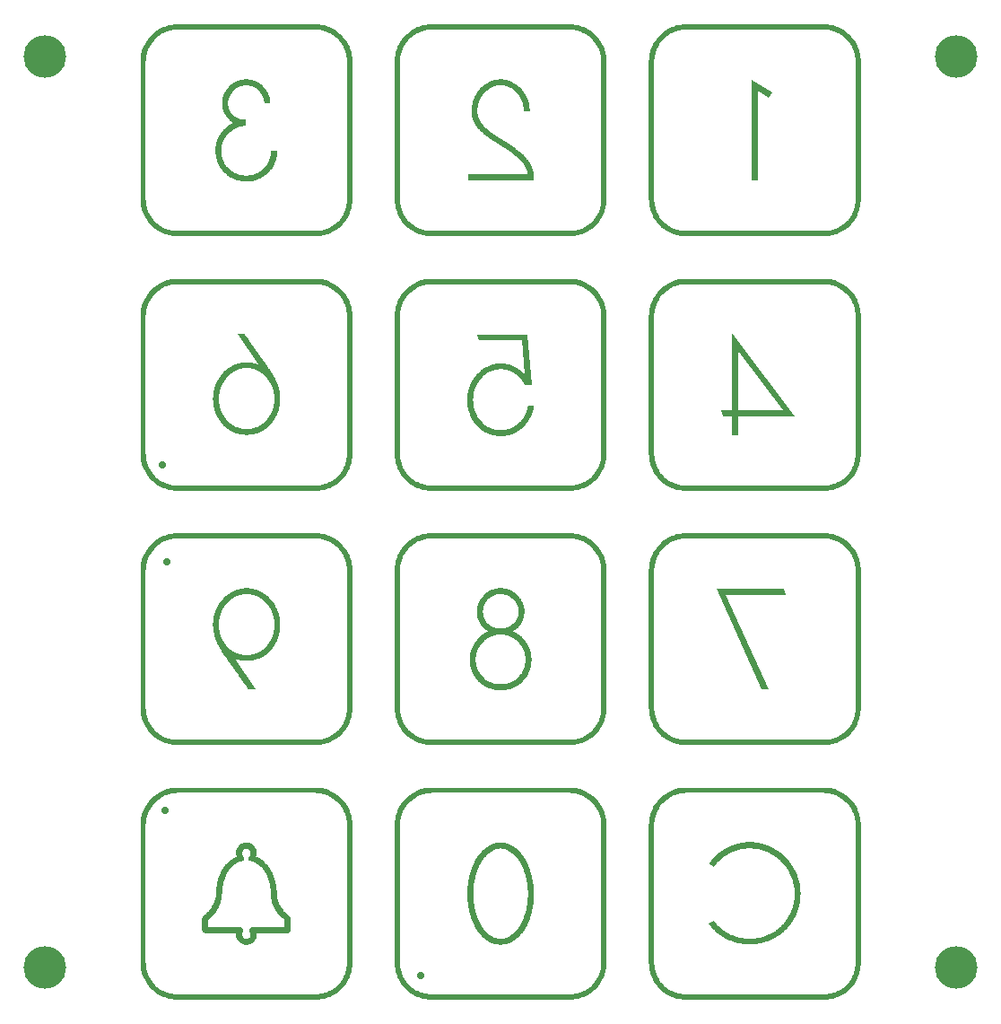
<source format=gbs>
G04 (created by PCBNEW-RS274X (2012-apr-16-27)-stable) date Sat 30 Nov 2013 01:43:18 AM CET*
G01*
G70*
G90*
%MOIN*%
G04 Gerber Fmt 3.4, Leading zero omitted, Abs format*
%FSLAX34Y34*%
G04 APERTURE LIST*
%ADD10C,0.006000*%
%ADD11C,0.000100*%
%ADD12C,0.028000*%
%ADD13C,0.157800*%
G04 APERTURE END LIST*
G54D10*
G54D11*
G36*
X31693Y-29922D02*
X31693Y-30120D01*
X26575Y-30120D01*
X26514Y-30121D01*
X26454Y-30126D01*
X26395Y-30133D01*
X26336Y-30144D01*
X26279Y-30157D01*
X26223Y-30173D01*
X26168Y-30191D01*
X26114Y-30212D01*
X26062Y-30236D01*
X26011Y-30262D01*
X25962Y-30290D01*
X25914Y-30321D01*
X25868Y-30354D01*
X25823Y-30389D01*
X25780Y-30426D01*
X25739Y-30465D01*
X25700Y-30506D01*
X25663Y-30548D01*
X25628Y-30593D01*
X25595Y-30639D01*
X25565Y-30687D01*
X25536Y-30737D01*
X25510Y-30787D01*
X25487Y-30840D01*
X25466Y-30893D01*
X25447Y-30948D01*
X25431Y-31005D01*
X25418Y-31062D01*
X25408Y-31120D01*
X25400Y-31179D01*
X25396Y-31239D01*
X25394Y-31300D01*
X25394Y-36418D01*
X25396Y-36479D01*
X25400Y-36539D01*
X25408Y-36599D01*
X25418Y-36657D01*
X25431Y-36714D01*
X25447Y-36770D01*
X25466Y-36825D01*
X25487Y-36879D01*
X25510Y-36931D01*
X25536Y-36982D01*
X25565Y-37032D01*
X25595Y-37079D01*
X25628Y-37126D01*
X25663Y-37170D01*
X25700Y-37213D01*
X25739Y-37254D01*
X25780Y-37293D01*
X25823Y-37330D01*
X25868Y-37365D01*
X25914Y-37398D01*
X25962Y-37429D01*
X26011Y-37457D01*
X26062Y-37483D01*
X26114Y-37506D01*
X26168Y-37528D01*
X26223Y-37546D01*
X26279Y-37562D01*
X26336Y-37575D01*
X26395Y-37585D01*
X26454Y-37593D01*
X26514Y-37597D01*
X26575Y-37599D01*
X31693Y-37599D01*
X31754Y-37597D01*
X31814Y-37593D01*
X31873Y-37585D01*
X31932Y-37575D01*
X31989Y-37562D01*
X32045Y-37546D01*
X32100Y-37528D01*
X32153Y-37506D01*
X32206Y-37483D01*
X32257Y-37457D01*
X32306Y-37429D01*
X32354Y-37398D01*
X32400Y-37365D01*
X32445Y-37330D01*
X32488Y-37293D01*
X32529Y-37254D01*
X32568Y-37213D01*
X32605Y-37170D01*
X32640Y-37126D01*
X32673Y-37079D01*
X32703Y-37032D01*
X32732Y-36982D01*
X32758Y-36931D01*
X32781Y-36879D01*
X32802Y-36825D01*
X32821Y-36770D01*
X32837Y-36714D01*
X32850Y-36657D01*
X32860Y-36599D01*
X32867Y-36539D01*
X32872Y-36479D01*
X32874Y-36418D01*
X32874Y-31300D01*
X32872Y-31239D01*
X32867Y-31179D01*
X32860Y-31120D01*
X32850Y-31062D01*
X32837Y-31005D01*
X32821Y-30948D01*
X32802Y-30893D01*
X32781Y-30840D01*
X32758Y-30787D01*
X32732Y-30737D01*
X32703Y-30687D01*
X32673Y-30639D01*
X32640Y-30593D01*
X32605Y-30548D01*
X32568Y-30506D01*
X32529Y-30465D01*
X32488Y-30426D01*
X32445Y-30389D01*
X32400Y-30354D01*
X32354Y-30321D01*
X32306Y-30290D01*
X32257Y-30262D01*
X32206Y-30236D01*
X32153Y-30212D01*
X32100Y-30191D01*
X32045Y-30173D01*
X31989Y-30157D01*
X31932Y-30144D01*
X31873Y-30133D01*
X31814Y-30126D01*
X31754Y-30121D01*
X31693Y-30120D01*
X31693Y-30120D01*
X31693Y-29922D01*
X31764Y-29924D01*
X31834Y-29929D01*
X31903Y-29938D01*
X31971Y-29950D01*
X32038Y-29965D01*
X32104Y-29984D01*
X32168Y-30005D01*
X32230Y-30030D01*
X32292Y-30057D01*
X32351Y-30088D01*
X32409Y-30121D01*
X32465Y-30157D01*
X32519Y-30195D01*
X32571Y-30236D01*
X32621Y-30279D01*
X32668Y-30325D01*
X32714Y-30373D01*
X32757Y-30423D01*
X32798Y-30475D01*
X32837Y-30529D01*
X32872Y-30585D01*
X32906Y-30642D01*
X32936Y-30702D01*
X32963Y-30763D01*
X32988Y-30826D01*
X33010Y-30890D01*
X33028Y-30955D01*
X33044Y-31022D01*
X33056Y-31090D01*
X33064Y-31159D01*
X33070Y-31229D01*
X33071Y-31300D01*
X33071Y-36418D01*
X33070Y-36489D01*
X33064Y-36560D01*
X33056Y-36629D01*
X33044Y-36697D01*
X33028Y-36764D01*
X33010Y-36829D01*
X32988Y-36893D01*
X32963Y-36956D01*
X32936Y-37017D01*
X32906Y-37076D01*
X32872Y-37134D01*
X32837Y-37190D01*
X32798Y-37244D01*
X32757Y-37296D01*
X32714Y-37346D01*
X32668Y-37394D01*
X32621Y-37439D01*
X32571Y-37483D01*
X32519Y-37524D01*
X32465Y-37562D01*
X32409Y-37598D01*
X32351Y-37631D01*
X32292Y-37661D01*
X32230Y-37689D01*
X32168Y-37713D01*
X32104Y-37735D01*
X32038Y-37754D01*
X31971Y-37769D01*
X31903Y-37781D01*
X31834Y-37790D01*
X31764Y-37795D01*
X31693Y-37797D01*
X26575Y-37797D01*
X26504Y-37795D01*
X26434Y-37790D01*
X26365Y-37781D01*
X26297Y-37769D01*
X26230Y-37754D01*
X26164Y-37735D01*
X26100Y-37713D01*
X26037Y-37689D01*
X25976Y-37661D01*
X25917Y-37631D01*
X25859Y-37598D01*
X25803Y-37562D01*
X25749Y-37524D01*
X25697Y-37483D01*
X25647Y-37439D01*
X25599Y-37394D01*
X25554Y-37346D01*
X25511Y-37296D01*
X25470Y-37244D01*
X25431Y-37190D01*
X25396Y-37134D01*
X25362Y-37076D01*
X25332Y-37017D01*
X25304Y-36956D01*
X25280Y-36893D01*
X25258Y-36829D01*
X25240Y-36764D01*
X25224Y-36697D01*
X25212Y-36629D01*
X25204Y-36560D01*
X25198Y-36489D01*
X25196Y-36418D01*
X25196Y-31300D01*
X25198Y-31229D01*
X25204Y-31159D01*
X25212Y-31090D01*
X25224Y-31022D01*
X25240Y-30955D01*
X25258Y-30890D01*
X25280Y-30826D01*
X25304Y-30763D01*
X25332Y-30702D01*
X25362Y-30642D01*
X25396Y-30585D01*
X25431Y-30529D01*
X25470Y-30475D01*
X25511Y-30423D01*
X25554Y-30373D01*
X25599Y-30325D01*
X25647Y-30279D01*
X25697Y-30236D01*
X25749Y-30195D01*
X25803Y-30157D01*
X25859Y-30121D01*
X25917Y-30088D01*
X25976Y-30057D01*
X26037Y-30030D01*
X26100Y-30005D01*
X26164Y-29984D01*
X26230Y-29965D01*
X26297Y-29950D01*
X26365Y-29938D01*
X26434Y-29929D01*
X26504Y-29924D01*
X26575Y-29922D01*
X31693Y-29922D01*
X31693Y-29922D01*
G37*
G36*
X22246Y-29922D02*
X22246Y-30120D01*
X17128Y-30120D01*
X17067Y-30121D01*
X17007Y-30126D01*
X16948Y-30133D01*
X16889Y-30144D01*
X16832Y-30157D01*
X16776Y-30173D01*
X16721Y-30191D01*
X16667Y-30212D01*
X16615Y-30236D01*
X16564Y-30262D01*
X16515Y-30290D01*
X16467Y-30321D01*
X16421Y-30354D01*
X16376Y-30389D01*
X16333Y-30426D01*
X16292Y-30465D01*
X16253Y-30506D01*
X16216Y-30548D01*
X16181Y-30593D01*
X16148Y-30639D01*
X16118Y-30687D01*
X16089Y-30737D01*
X16063Y-30787D01*
X16040Y-30840D01*
X16019Y-30893D01*
X16000Y-30948D01*
X15984Y-31005D01*
X15971Y-31062D01*
X15961Y-31120D01*
X15953Y-31179D01*
X15949Y-31239D01*
X15947Y-31300D01*
X15947Y-36418D01*
X15949Y-36479D01*
X15953Y-36539D01*
X15961Y-36599D01*
X15971Y-36657D01*
X15984Y-36714D01*
X16000Y-36770D01*
X16019Y-36825D01*
X16040Y-36879D01*
X16063Y-36931D01*
X16089Y-36982D01*
X16118Y-37032D01*
X16148Y-37079D01*
X16181Y-37126D01*
X16216Y-37170D01*
X16253Y-37213D01*
X16292Y-37254D01*
X16333Y-37293D01*
X16376Y-37330D01*
X16421Y-37365D01*
X16467Y-37398D01*
X16515Y-37429D01*
X16564Y-37457D01*
X16615Y-37483D01*
X16667Y-37506D01*
X16721Y-37528D01*
X16776Y-37546D01*
X16832Y-37562D01*
X16889Y-37575D01*
X16948Y-37585D01*
X17007Y-37593D01*
X17067Y-37597D01*
X17128Y-37599D01*
X22246Y-37599D01*
X22307Y-37597D01*
X22367Y-37593D01*
X22426Y-37585D01*
X22485Y-37575D01*
X22542Y-37562D01*
X22598Y-37546D01*
X22653Y-37528D01*
X22707Y-37506D01*
X22759Y-37483D01*
X22810Y-37457D01*
X22859Y-37429D01*
X22907Y-37398D01*
X22953Y-37365D01*
X22998Y-37330D01*
X23041Y-37293D01*
X23082Y-37254D01*
X23121Y-37213D01*
X23158Y-37170D01*
X23193Y-37126D01*
X23226Y-37079D01*
X23256Y-37032D01*
X23285Y-36982D01*
X23311Y-36931D01*
X23334Y-36879D01*
X23355Y-36825D01*
X23374Y-36770D01*
X23390Y-36714D01*
X23403Y-36657D01*
X23413Y-36599D01*
X23420Y-36539D01*
X23425Y-36479D01*
X23427Y-36418D01*
X23427Y-31300D01*
X23425Y-31239D01*
X23420Y-31179D01*
X23413Y-31120D01*
X23403Y-31062D01*
X23390Y-31005D01*
X23374Y-30948D01*
X23355Y-30893D01*
X23334Y-30840D01*
X23311Y-30787D01*
X23285Y-30737D01*
X23256Y-30687D01*
X23226Y-30639D01*
X23193Y-30593D01*
X23158Y-30548D01*
X23121Y-30506D01*
X23082Y-30465D01*
X23041Y-30426D01*
X22998Y-30389D01*
X22953Y-30354D01*
X22907Y-30321D01*
X22859Y-30290D01*
X22810Y-30262D01*
X22759Y-30236D01*
X22707Y-30212D01*
X22653Y-30191D01*
X22598Y-30173D01*
X22542Y-30157D01*
X22485Y-30144D01*
X22426Y-30133D01*
X22367Y-30126D01*
X22307Y-30121D01*
X22246Y-30120D01*
X22246Y-30120D01*
X22246Y-29922D01*
X22317Y-29924D01*
X22387Y-29929D01*
X22456Y-29938D01*
X22524Y-29950D01*
X22591Y-29965D01*
X22657Y-29984D01*
X22721Y-30005D01*
X22783Y-30030D01*
X22845Y-30057D01*
X22904Y-30088D01*
X22962Y-30121D01*
X23018Y-30157D01*
X23072Y-30195D01*
X23124Y-30236D01*
X23174Y-30279D01*
X23222Y-30325D01*
X23267Y-30373D01*
X23310Y-30423D01*
X23351Y-30475D01*
X23390Y-30529D01*
X23425Y-30585D01*
X23459Y-30642D01*
X23489Y-30702D01*
X23516Y-30763D01*
X23541Y-30826D01*
X23563Y-30890D01*
X23581Y-30955D01*
X23597Y-31022D01*
X23609Y-31090D01*
X23617Y-31159D01*
X23623Y-31229D01*
X23624Y-31300D01*
X23624Y-36418D01*
X23623Y-36489D01*
X23617Y-36560D01*
X23609Y-36629D01*
X23597Y-36697D01*
X23581Y-36764D01*
X23563Y-36829D01*
X23541Y-36893D01*
X23516Y-36956D01*
X23489Y-37017D01*
X23459Y-37076D01*
X23425Y-37134D01*
X23390Y-37190D01*
X23351Y-37244D01*
X23310Y-37296D01*
X23267Y-37346D01*
X23222Y-37394D01*
X23174Y-37439D01*
X23124Y-37483D01*
X23072Y-37524D01*
X23018Y-37562D01*
X22962Y-37598D01*
X22904Y-37631D01*
X22845Y-37661D01*
X22783Y-37689D01*
X22721Y-37713D01*
X22657Y-37735D01*
X22591Y-37754D01*
X22524Y-37769D01*
X22456Y-37781D01*
X22387Y-37790D01*
X22317Y-37795D01*
X22246Y-37797D01*
X17128Y-37797D01*
X17057Y-37795D01*
X16987Y-37790D01*
X16918Y-37781D01*
X16850Y-37769D01*
X16783Y-37754D01*
X16717Y-37735D01*
X16653Y-37713D01*
X16591Y-37689D01*
X16529Y-37661D01*
X16470Y-37631D01*
X16412Y-37598D01*
X16356Y-37562D01*
X16302Y-37524D01*
X16250Y-37483D01*
X16200Y-37439D01*
X16152Y-37394D01*
X16107Y-37346D01*
X16064Y-37296D01*
X16023Y-37244D01*
X15984Y-37190D01*
X15949Y-37134D01*
X15915Y-37076D01*
X15885Y-37017D01*
X15858Y-36956D01*
X15833Y-36893D01*
X15811Y-36829D01*
X15793Y-36764D01*
X15777Y-36697D01*
X15765Y-36629D01*
X15757Y-36560D01*
X15751Y-36489D01*
X15749Y-36418D01*
X15749Y-31300D01*
X15751Y-31229D01*
X15757Y-31159D01*
X15765Y-31090D01*
X15777Y-31022D01*
X15793Y-30955D01*
X15811Y-30890D01*
X15833Y-30826D01*
X15858Y-30763D01*
X15885Y-30702D01*
X15915Y-30642D01*
X15949Y-30585D01*
X15984Y-30529D01*
X16023Y-30475D01*
X16064Y-30423D01*
X16107Y-30373D01*
X16152Y-30325D01*
X16200Y-30279D01*
X16250Y-30236D01*
X16302Y-30195D01*
X16356Y-30157D01*
X16412Y-30121D01*
X16470Y-30088D01*
X16529Y-30057D01*
X16591Y-30030D01*
X16653Y-30005D01*
X16717Y-29984D01*
X16783Y-29965D01*
X16850Y-29950D01*
X16918Y-29938D01*
X16987Y-29929D01*
X17057Y-29924D01*
X17128Y-29922D01*
X22246Y-29922D01*
X22246Y-29922D01*
G37*
G36*
X12795Y-20471D02*
X12795Y-20669D01*
X07677Y-20669D01*
X07616Y-20671D01*
X07556Y-20675D01*
X07497Y-20683D01*
X07439Y-20693D01*
X07381Y-20706D01*
X07325Y-20722D01*
X07270Y-20741D01*
X07217Y-20762D01*
X07164Y-20785D01*
X07114Y-20811D01*
X07064Y-20840D01*
X07016Y-20870D01*
X06970Y-20903D01*
X06925Y-20938D01*
X06883Y-20975D01*
X06842Y-21014D01*
X06803Y-21055D01*
X06766Y-21098D01*
X06731Y-21142D01*
X06698Y-21189D01*
X06667Y-21237D01*
X06639Y-21286D01*
X06613Y-21337D01*
X06589Y-21389D01*
X06568Y-21443D01*
X06550Y-21498D01*
X06534Y-21554D01*
X06521Y-21611D01*
X06510Y-21669D01*
X06503Y-21729D01*
X06498Y-21789D01*
X06497Y-21850D01*
X06497Y-26968D01*
X06498Y-27029D01*
X06503Y-27089D01*
X06510Y-27148D01*
X06521Y-27206D01*
X06534Y-27264D01*
X06550Y-27320D01*
X06568Y-27375D01*
X06589Y-27428D01*
X06613Y-27481D01*
X06639Y-27532D01*
X06667Y-27581D01*
X06698Y-27629D01*
X06731Y-27675D01*
X06766Y-27720D01*
X06803Y-27762D01*
X06842Y-27803D01*
X06883Y-27842D01*
X06925Y-27879D01*
X06970Y-27914D01*
X07016Y-27947D01*
X07064Y-27978D01*
X07114Y-28006D01*
X07164Y-28032D01*
X07217Y-28056D01*
X07270Y-28077D01*
X07325Y-28095D01*
X07381Y-28111D01*
X07439Y-28124D01*
X07497Y-28135D01*
X07556Y-28142D01*
X07616Y-28147D01*
X07677Y-28148D01*
X12795Y-28148D01*
X12856Y-28147D01*
X12916Y-28142D01*
X12976Y-28135D01*
X13034Y-28124D01*
X13091Y-28111D01*
X13147Y-28095D01*
X13202Y-28077D01*
X13256Y-28056D01*
X13308Y-28032D01*
X13359Y-28006D01*
X13409Y-27978D01*
X13456Y-27947D01*
X13503Y-27914D01*
X13547Y-27879D01*
X13590Y-27842D01*
X13631Y-27803D01*
X13670Y-27762D01*
X13707Y-27720D01*
X13742Y-27675D01*
X13775Y-27629D01*
X13806Y-27581D01*
X13834Y-27532D01*
X13860Y-27481D01*
X13883Y-27428D01*
X13905Y-27375D01*
X13923Y-27320D01*
X13939Y-27264D01*
X13952Y-27206D01*
X13962Y-27148D01*
X13970Y-27089D01*
X13974Y-27029D01*
X13976Y-26968D01*
X13976Y-21850D01*
X13974Y-21789D01*
X13970Y-21729D01*
X13962Y-21669D01*
X13952Y-21611D01*
X13939Y-21554D01*
X13923Y-21498D01*
X13905Y-21443D01*
X13883Y-21389D01*
X13860Y-21337D01*
X13834Y-21286D01*
X13806Y-21237D01*
X13775Y-21189D01*
X13742Y-21142D01*
X13707Y-21098D01*
X13670Y-21055D01*
X13631Y-21014D01*
X13590Y-20975D01*
X13547Y-20938D01*
X13503Y-20903D01*
X13456Y-20870D01*
X13409Y-20840D01*
X13359Y-20811D01*
X13308Y-20785D01*
X13256Y-20762D01*
X13202Y-20741D01*
X13147Y-20722D01*
X13091Y-20706D01*
X13034Y-20693D01*
X12976Y-20683D01*
X12916Y-20675D01*
X12856Y-20671D01*
X12795Y-20669D01*
X12795Y-20669D01*
X12795Y-20471D01*
X12866Y-20473D01*
X12937Y-20478D01*
X13006Y-20487D01*
X13074Y-20499D01*
X13141Y-20515D01*
X13206Y-20533D01*
X13270Y-20555D01*
X13333Y-20579D01*
X13394Y-20607D01*
X13453Y-20637D01*
X13511Y-20670D01*
X13567Y-20706D01*
X13621Y-20744D01*
X13673Y-20785D01*
X13723Y-20829D01*
X13771Y-20874D01*
X13816Y-20922D01*
X13860Y-20972D01*
X13901Y-21024D01*
X13939Y-21078D01*
X13975Y-21134D01*
X14008Y-21192D01*
X14038Y-21251D01*
X14066Y-21312D01*
X14090Y-21375D01*
X14112Y-21439D01*
X14131Y-21505D01*
X14146Y-21571D01*
X14158Y-21639D01*
X14167Y-21708D01*
X14172Y-21779D01*
X14174Y-21850D01*
X14174Y-26968D01*
X14172Y-27039D01*
X14167Y-27109D01*
X14158Y-27178D01*
X14146Y-27246D01*
X14131Y-27313D01*
X14112Y-27378D01*
X14090Y-27443D01*
X14066Y-27505D01*
X14038Y-27566D01*
X14008Y-27626D01*
X13975Y-27683D01*
X13939Y-27739D01*
X13901Y-27793D01*
X13860Y-27845D01*
X13816Y-27895D01*
X13771Y-27943D01*
X13723Y-27989D01*
X13673Y-28032D01*
X13621Y-28073D01*
X13567Y-28111D01*
X13511Y-28147D01*
X13453Y-28180D01*
X13394Y-28211D01*
X13333Y-28238D01*
X13270Y-28263D01*
X13206Y-28284D01*
X13141Y-28303D01*
X13074Y-28318D01*
X13006Y-28330D01*
X12937Y-28339D01*
X12866Y-28344D01*
X12795Y-28346D01*
X07677Y-28346D01*
X07606Y-28344D01*
X07536Y-28339D01*
X07467Y-28330D01*
X07399Y-28318D01*
X07332Y-28303D01*
X07267Y-28284D01*
X07202Y-28263D01*
X07140Y-28238D01*
X07079Y-28211D01*
X07019Y-28180D01*
X06962Y-28147D01*
X06906Y-28111D01*
X06852Y-28073D01*
X06800Y-28032D01*
X06750Y-27989D01*
X06702Y-27943D01*
X06656Y-27895D01*
X06613Y-27845D01*
X06572Y-27793D01*
X06534Y-27739D01*
X06498Y-27683D01*
X06465Y-27626D01*
X06434Y-27566D01*
X06407Y-27505D01*
X06382Y-27443D01*
X06361Y-27378D01*
X06342Y-27313D01*
X06327Y-27246D01*
X06315Y-27178D01*
X06306Y-27109D01*
X06301Y-27039D01*
X06299Y-26968D01*
X06299Y-21850D01*
X06301Y-21779D01*
X06306Y-21708D01*
X06315Y-21639D01*
X06327Y-21571D01*
X06342Y-21505D01*
X06361Y-21439D01*
X06382Y-21375D01*
X06407Y-21312D01*
X06434Y-21251D01*
X06465Y-21192D01*
X06498Y-21134D01*
X06534Y-21078D01*
X06572Y-21024D01*
X06613Y-20972D01*
X06656Y-20922D01*
X06702Y-20874D01*
X06750Y-20829D01*
X06800Y-20785D01*
X06852Y-20744D01*
X06906Y-20706D01*
X06962Y-20670D01*
X07019Y-20637D01*
X07079Y-20607D01*
X07140Y-20579D01*
X07202Y-20555D01*
X07267Y-20533D01*
X07332Y-20515D01*
X07399Y-20499D01*
X07467Y-20487D01*
X07536Y-20478D01*
X07606Y-20473D01*
X07677Y-20471D01*
X12795Y-20471D01*
X12795Y-20471D01*
G37*
G36*
X22246Y-11024D02*
X22246Y-11222D01*
X17128Y-11222D01*
X17067Y-11223D01*
X17007Y-11228D01*
X16948Y-11235D01*
X16889Y-11246D01*
X16832Y-11259D01*
X16776Y-11275D01*
X16721Y-11293D01*
X16667Y-11314D01*
X16615Y-11338D01*
X16564Y-11364D01*
X16515Y-11392D01*
X16467Y-11423D01*
X16421Y-11456D01*
X16376Y-11491D01*
X16333Y-11528D01*
X16292Y-11567D01*
X16253Y-11608D01*
X16216Y-11650D01*
X16181Y-11695D01*
X16148Y-11741D01*
X16118Y-11789D01*
X16089Y-11839D01*
X16063Y-11889D01*
X16040Y-11942D01*
X16019Y-11995D01*
X16000Y-12050D01*
X15984Y-12106D01*
X15971Y-12164D01*
X15961Y-12222D01*
X15953Y-12281D01*
X15949Y-12341D01*
X15947Y-12402D01*
X15947Y-17520D01*
X15949Y-17581D01*
X15953Y-17641D01*
X15961Y-17701D01*
X15971Y-17759D01*
X15984Y-17816D01*
X16000Y-17872D01*
X16019Y-17927D01*
X16040Y-17981D01*
X16063Y-18033D01*
X16089Y-18084D01*
X16118Y-18134D01*
X16148Y-18181D01*
X16181Y-18228D01*
X16216Y-18272D01*
X16253Y-18315D01*
X16292Y-18356D01*
X16333Y-18395D01*
X16376Y-18432D01*
X16421Y-18467D01*
X16467Y-18500D01*
X16515Y-18531D01*
X16564Y-18559D01*
X16615Y-18585D01*
X16667Y-18608D01*
X16721Y-18630D01*
X16776Y-18648D01*
X16832Y-18664D01*
X16889Y-18677D01*
X16948Y-18687D01*
X17007Y-18695D01*
X17067Y-18699D01*
X17128Y-18701D01*
X22246Y-18701D01*
X22307Y-18699D01*
X22367Y-18695D01*
X22426Y-18687D01*
X22485Y-18677D01*
X22542Y-18664D01*
X22598Y-18648D01*
X22653Y-18630D01*
X22707Y-18608D01*
X22759Y-18585D01*
X22810Y-18559D01*
X22859Y-18531D01*
X22907Y-18500D01*
X22953Y-18467D01*
X22998Y-18432D01*
X23041Y-18395D01*
X23082Y-18356D01*
X23121Y-18315D01*
X23158Y-18272D01*
X23193Y-18228D01*
X23226Y-18181D01*
X23256Y-18134D01*
X23285Y-18084D01*
X23311Y-18033D01*
X23334Y-17981D01*
X23355Y-17927D01*
X23374Y-17872D01*
X23390Y-17816D01*
X23403Y-17759D01*
X23413Y-17701D01*
X23420Y-17641D01*
X23425Y-17581D01*
X23427Y-17520D01*
X23427Y-12402D01*
X23425Y-12341D01*
X23420Y-12281D01*
X23413Y-12222D01*
X23403Y-12164D01*
X23390Y-12106D01*
X23374Y-12050D01*
X23355Y-11995D01*
X23334Y-11942D01*
X23311Y-11889D01*
X23285Y-11839D01*
X23256Y-11789D01*
X23226Y-11741D01*
X23193Y-11695D01*
X23158Y-11650D01*
X23121Y-11608D01*
X23082Y-11567D01*
X23041Y-11528D01*
X22998Y-11491D01*
X22953Y-11456D01*
X22907Y-11423D01*
X22859Y-11392D01*
X22810Y-11364D01*
X22759Y-11338D01*
X22707Y-11314D01*
X22653Y-11293D01*
X22598Y-11275D01*
X22542Y-11259D01*
X22485Y-11246D01*
X22426Y-11235D01*
X22367Y-11228D01*
X22307Y-11223D01*
X22246Y-11222D01*
X22246Y-11222D01*
X22246Y-11024D01*
X22317Y-11026D01*
X22387Y-11031D01*
X22456Y-11040D01*
X22524Y-11052D01*
X22591Y-11067D01*
X22657Y-11086D01*
X22721Y-11107D01*
X22783Y-11132D01*
X22845Y-11159D01*
X22904Y-11190D01*
X22962Y-11223D01*
X23018Y-11259D01*
X23072Y-11297D01*
X23124Y-11338D01*
X23174Y-11381D01*
X23222Y-11427D01*
X23267Y-11475D01*
X23310Y-11525D01*
X23351Y-11577D01*
X23390Y-11631D01*
X23425Y-11687D01*
X23459Y-11744D01*
X23489Y-11804D01*
X23516Y-11865D01*
X23541Y-11927D01*
X23563Y-11992D01*
X23581Y-12057D01*
X23597Y-12124D01*
X23609Y-12192D01*
X23617Y-12261D01*
X23623Y-12331D01*
X23624Y-12402D01*
X23624Y-17520D01*
X23623Y-17591D01*
X23617Y-17662D01*
X23609Y-17731D01*
X23597Y-17799D01*
X23581Y-17866D01*
X23563Y-17931D01*
X23541Y-17995D01*
X23516Y-18058D01*
X23489Y-18119D01*
X23459Y-18178D01*
X23425Y-18236D01*
X23390Y-18292D01*
X23351Y-18346D01*
X23310Y-18398D01*
X23267Y-18448D01*
X23222Y-18496D01*
X23174Y-18541D01*
X23124Y-18585D01*
X23072Y-18626D01*
X23018Y-18664D01*
X22962Y-18700D01*
X22904Y-18733D01*
X22845Y-18763D01*
X22783Y-18791D01*
X22721Y-18815D01*
X22657Y-18837D01*
X22591Y-18856D01*
X22524Y-18871D01*
X22456Y-18883D01*
X22387Y-18892D01*
X22317Y-18897D01*
X22246Y-18899D01*
X17128Y-18899D01*
X17057Y-18897D01*
X16987Y-18892D01*
X16918Y-18883D01*
X16850Y-18871D01*
X16783Y-18856D01*
X16717Y-18837D01*
X16653Y-18815D01*
X16591Y-18791D01*
X16529Y-18763D01*
X16470Y-18733D01*
X16412Y-18700D01*
X16356Y-18664D01*
X16302Y-18626D01*
X16250Y-18585D01*
X16200Y-18541D01*
X16152Y-18496D01*
X16107Y-18448D01*
X16064Y-18398D01*
X16023Y-18346D01*
X15984Y-18292D01*
X15949Y-18236D01*
X15915Y-18178D01*
X15885Y-18119D01*
X15858Y-18058D01*
X15833Y-17995D01*
X15811Y-17931D01*
X15793Y-17866D01*
X15777Y-17799D01*
X15765Y-17731D01*
X15757Y-17662D01*
X15751Y-17591D01*
X15749Y-17520D01*
X15749Y-12402D01*
X15751Y-12331D01*
X15757Y-12261D01*
X15765Y-12192D01*
X15777Y-12124D01*
X15793Y-12057D01*
X15811Y-11992D01*
X15833Y-11927D01*
X15858Y-11865D01*
X15885Y-11804D01*
X15915Y-11744D01*
X15949Y-11687D01*
X15984Y-11631D01*
X16023Y-11577D01*
X16064Y-11525D01*
X16107Y-11475D01*
X16152Y-11427D01*
X16200Y-11381D01*
X16250Y-11338D01*
X16302Y-11297D01*
X16356Y-11259D01*
X16412Y-11223D01*
X16470Y-11190D01*
X16529Y-11159D01*
X16591Y-11132D01*
X16653Y-11107D01*
X16717Y-11086D01*
X16783Y-11067D01*
X16850Y-11052D01*
X16918Y-11040D01*
X16987Y-11031D01*
X17057Y-11026D01*
X17128Y-11024D01*
X22246Y-11024D01*
X22246Y-11024D01*
G37*
G36*
X10236Y-31960D02*
X10281Y-31963D01*
X10324Y-31970D01*
X10366Y-31983D01*
X10405Y-31999D01*
X10442Y-32020D01*
X10477Y-32045D01*
X10508Y-32074D01*
X10537Y-32105D01*
X10561Y-32140D01*
X10582Y-32177D01*
X10599Y-32216D01*
X10611Y-32258D01*
X10619Y-32301D01*
X10622Y-32345D01*
X10619Y-32381D01*
X10613Y-32416D01*
X10603Y-32449D01*
X10590Y-32481D01*
X10629Y-32497D01*
X10666Y-32514D01*
X10703Y-32532D01*
X10738Y-32552D01*
X10772Y-32574D01*
X10806Y-32596D01*
X10838Y-32620D01*
X10869Y-32644D01*
X10900Y-32670D01*
X10929Y-32697D01*
X10957Y-32725D01*
X10984Y-32754D01*
X11010Y-32784D01*
X11035Y-32814D01*
X11059Y-32845D01*
X11082Y-32877D01*
X11104Y-32910D01*
X11125Y-32944D01*
X11145Y-32978D01*
X11163Y-33012D01*
X11182Y-33050D01*
X11201Y-33088D01*
X11218Y-33126D01*
X11234Y-33165D01*
X11249Y-33204D01*
X11263Y-33243D01*
X11276Y-33283D01*
X11288Y-33322D01*
X11300Y-33362D01*
X11310Y-33401D01*
X11320Y-33441D01*
X11328Y-33480D01*
X11336Y-33520D01*
X11343Y-33559D01*
X11349Y-33598D01*
X11354Y-33636D01*
X11359Y-33675D01*
X11362Y-33713D01*
X11365Y-33750D01*
X11367Y-33787D01*
X11368Y-33823D01*
X11368Y-33859D01*
X11371Y-33917D01*
X11377Y-33973D01*
X11388Y-34028D01*
X11403Y-34082D01*
X11420Y-34134D01*
X11441Y-34185D01*
X11464Y-34234D01*
X11489Y-34281D01*
X11515Y-34327D01*
X11543Y-34370D01*
X11572Y-34412D01*
X11601Y-34451D01*
X11630Y-34487D01*
X11659Y-34522D01*
X11686Y-34553D01*
X11713Y-34582D01*
X11738Y-34608D01*
X11761Y-34630D01*
X11781Y-34650D01*
X11799Y-34666D01*
X11814Y-34679D01*
X11824Y-34689D01*
X11831Y-34694D01*
X11834Y-34696D01*
X11857Y-34720D01*
X11873Y-34750D01*
X11879Y-34783D01*
X11879Y-35207D01*
X11870Y-35249D01*
X11846Y-35286D01*
X11810Y-35311D01*
X11768Y-35321D01*
X10601Y-35321D01*
X10392Y-35341D01*
X10396Y-35377D01*
X10390Y-35419D01*
X10375Y-35457D01*
X10350Y-35488D01*
X10318Y-35512D01*
X10279Y-35528D01*
X10236Y-35533D01*
X10193Y-35528D01*
X10155Y-35512D01*
X10123Y-35488D01*
X10098Y-35457D01*
X10082Y-35419D01*
X10077Y-35377D01*
X10081Y-35341D01*
X10093Y-35307D01*
X10111Y-35276D01*
X10128Y-35240D01*
X10129Y-35200D01*
X10118Y-35162D01*
X10095Y-35128D01*
X10063Y-35105D01*
X10025Y-35095D01*
X08820Y-35095D01*
X08820Y-34828D01*
X08829Y-34821D01*
X08841Y-34811D01*
X08855Y-34799D01*
X08872Y-34785D01*
X08890Y-34769D01*
X08910Y-34750D01*
X08931Y-34730D01*
X08954Y-34707D01*
X08978Y-34683D01*
X09002Y-34656D01*
X09027Y-34628D01*
X09052Y-34597D01*
X09078Y-34565D01*
X09103Y-34530D01*
X09128Y-34494D01*
X09153Y-34455D01*
X09177Y-34415D01*
X09200Y-34373D01*
X09222Y-34330D01*
X09242Y-34284D01*
X09261Y-34237D01*
X09278Y-34188D01*
X09293Y-34137D01*
X09306Y-34085D01*
X09316Y-34031D01*
X09324Y-33975D01*
X09328Y-33918D01*
X09330Y-33859D01*
X09331Y-33825D01*
X09332Y-33790D01*
X09334Y-33754D01*
X09337Y-33718D01*
X09341Y-33681D01*
X09346Y-33644D01*
X09352Y-33606D01*
X09358Y-33568D01*
X09366Y-33530D01*
X09374Y-33491D01*
X09384Y-33453D01*
X09394Y-33414D01*
X09405Y-33376D01*
X09418Y-33337D01*
X09431Y-33299D01*
X09445Y-33262D01*
X09460Y-33225D01*
X09476Y-33188D01*
X09493Y-33152D01*
X09511Y-33116D01*
X09530Y-33080D01*
X09551Y-33044D01*
X09573Y-33010D01*
X09596Y-32976D01*
X09619Y-32944D01*
X09644Y-32913D01*
X09670Y-32883D01*
X09697Y-32854D01*
X09725Y-32827D01*
X09755Y-32802D01*
X09785Y-32778D01*
X09817Y-32755D01*
X09850Y-32734D01*
X09884Y-32715D01*
X09919Y-32698D01*
X09956Y-32682D01*
X09993Y-32669D01*
X10033Y-32657D01*
X10073Y-32648D01*
X10115Y-32627D01*
X10144Y-32590D01*
X10158Y-32544D01*
X10153Y-32497D01*
X10129Y-32457D01*
X10107Y-32432D01*
X10090Y-32406D01*
X10080Y-32377D01*
X10077Y-32345D01*
X10082Y-32302D01*
X10098Y-32264D01*
X10123Y-32230D01*
X10156Y-32205D01*
X10194Y-32188D01*
X10236Y-32182D01*
X10236Y-32182D01*
X10279Y-32188D01*
X10317Y-32205D01*
X10349Y-32230D01*
X10374Y-32264D01*
X10390Y-32302D01*
X10396Y-32345D01*
X10393Y-32377D01*
X10384Y-32406D01*
X10369Y-32432D01*
X10347Y-32457D01*
X10323Y-32496D01*
X10318Y-32543D01*
X10330Y-32589D01*
X10358Y-32626D01*
X10400Y-32648D01*
X10440Y-32657D01*
X10479Y-32669D01*
X10517Y-32682D01*
X10554Y-32698D01*
X10590Y-32715D01*
X10624Y-32734D01*
X10657Y-32755D01*
X10689Y-32778D01*
X10720Y-32802D01*
X10749Y-32827D01*
X10778Y-32854D01*
X10805Y-32883D01*
X10831Y-32913D01*
X10856Y-32944D01*
X10880Y-32976D01*
X10903Y-33010D01*
X10925Y-33044D01*
X10946Y-33080D01*
X10965Y-33116D01*
X10983Y-33152D01*
X11000Y-33188D01*
X11016Y-33225D01*
X11031Y-33262D01*
X11045Y-33299D01*
X11058Y-33337D01*
X11070Y-33376D01*
X11081Y-33414D01*
X11091Y-33453D01*
X11100Y-33491D01*
X11108Y-33530D01*
X11115Y-33568D01*
X11122Y-33606D01*
X11127Y-33644D01*
X11132Y-33681D01*
X11136Y-33718D01*
X11139Y-33754D01*
X11141Y-33790D01*
X11142Y-33825D01*
X11143Y-33859D01*
X11144Y-33918D01*
X11149Y-33975D01*
X11157Y-34031D01*
X11167Y-34085D01*
X11180Y-34137D01*
X11195Y-34188D01*
X11212Y-34237D01*
X11230Y-34284D01*
X11251Y-34330D01*
X11273Y-34373D01*
X11296Y-34415D01*
X11320Y-34455D01*
X11344Y-34494D01*
X11369Y-34530D01*
X11395Y-34565D01*
X11420Y-34597D01*
X11446Y-34628D01*
X11471Y-34656D01*
X11495Y-34683D01*
X11519Y-34707D01*
X11541Y-34730D01*
X11563Y-34750D01*
X11583Y-34769D01*
X11601Y-34785D01*
X11617Y-34799D01*
X11632Y-34811D01*
X11644Y-34821D01*
X11653Y-34828D01*
X11653Y-35095D01*
X10452Y-35095D01*
X10412Y-35104D01*
X10380Y-35127D01*
X10356Y-35160D01*
X10343Y-35199D01*
X10344Y-35240D01*
X10361Y-35276D01*
X10380Y-35307D01*
X10392Y-35341D01*
X10601Y-35321D01*
X10613Y-35349D01*
X10622Y-35377D01*
X10619Y-35421D01*
X10611Y-35464D01*
X10599Y-35506D01*
X10582Y-35545D01*
X10561Y-35582D01*
X10536Y-35616D01*
X10508Y-35647D01*
X10476Y-35675D01*
X10442Y-35699D01*
X10404Y-35720D01*
X10365Y-35736D01*
X10324Y-35749D01*
X10281Y-35756D01*
X10236Y-35759D01*
X10192Y-35756D01*
X10149Y-35749D01*
X10108Y-35736D01*
X10068Y-35720D01*
X10031Y-35699D01*
X09997Y-35675D01*
X09965Y-35647D01*
X09937Y-35616D01*
X09912Y-35582D01*
X09891Y-35545D01*
X09874Y-35506D01*
X09861Y-35464D01*
X09854Y-35421D01*
X09851Y-35377D01*
X09860Y-35349D01*
X09872Y-35321D01*
X08709Y-35321D01*
X08673Y-35316D01*
X08642Y-35299D01*
X08616Y-35273D01*
X08600Y-35242D01*
X08594Y-35207D01*
X08594Y-34783D01*
X08600Y-34750D01*
X08616Y-34720D01*
X08639Y-34696D01*
X08641Y-34694D01*
X08648Y-34689D01*
X08659Y-34679D01*
X08674Y-34666D01*
X08692Y-34650D01*
X08712Y-34630D01*
X08735Y-34608D01*
X08761Y-34582D01*
X08787Y-34553D01*
X08815Y-34522D01*
X08844Y-34488D01*
X08873Y-34451D01*
X08903Y-34412D01*
X08932Y-34370D01*
X08960Y-34327D01*
X08986Y-34281D01*
X09011Y-34234D01*
X09035Y-34185D01*
X09055Y-34134D01*
X09073Y-34082D01*
X09088Y-34028D01*
X09099Y-33973D01*
X09105Y-33917D01*
X09108Y-33859D01*
X09108Y-33823D01*
X09109Y-33787D01*
X09111Y-33750D01*
X09114Y-33713D01*
X09117Y-33675D01*
X09121Y-33636D01*
X09126Y-33598D01*
X09132Y-33559D01*
X09139Y-33520D01*
X09146Y-33480D01*
X09155Y-33441D01*
X09164Y-33401D01*
X09174Y-33362D01*
X09185Y-33322D01*
X09197Y-33283D01*
X09210Y-33243D01*
X09224Y-33204D01*
X09239Y-33165D01*
X09255Y-33126D01*
X09272Y-33088D01*
X09290Y-33050D01*
X09309Y-33012D01*
X09328Y-32978D01*
X09348Y-32944D01*
X09369Y-32910D01*
X09390Y-32877D01*
X09413Y-32845D01*
X09437Y-32814D01*
X09462Y-32784D01*
X09489Y-32754D01*
X09516Y-32725D01*
X09544Y-32697D01*
X09573Y-32670D01*
X09603Y-32644D01*
X09635Y-32620D01*
X09667Y-32596D01*
X09700Y-32574D01*
X09735Y-32552D01*
X09770Y-32532D01*
X09806Y-32514D01*
X09844Y-32497D01*
X09882Y-32481D01*
X09870Y-32449D01*
X09860Y-32416D01*
X09853Y-32381D01*
X09851Y-32345D01*
X09854Y-32301D01*
X09861Y-32258D01*
X09874Y-32216D01*
X09890Y-32177D01*
X09911Y-32140D01*
X09936Y-32105D01*
X09964Y-32074D01*
X09996Y-32045D01*
X10030Y-32020D01*
X10068Y-31999D01*
X10107Y-31983D01*
X10148Y-31970D01*
X10192Y-31963D01*
X10236Y-31960D01*
X10236Y-31960D01*
X10236Y-31960D01*
G37*
G36*
X19684Y-31960D02*
X19684Y-32182D01*
X19684Y-32182D01*
X19722Y-32184D01*
X19760Y-32187D01*
X19798Y-32194D01*
X19835Y-32203D01*
X19873Y-32215D01*
X19910Y-32229D01*
X19947Y-32246D01*
X19985Y-32265D01*
X20022Y-32287D01*
X20059Y-32311D01*
X20089Y-32332D01*
X20119Y-32355D01*
X20148Y-32379D01*
X20177Y-32404D01*
X20205Y-32430D01*
X20232Y-32458D01*
X20259Y-32487D01*
X20285Y-32517D01*
X20311Y-32548D01*
X20336Y-32581D01*
X20361Y-32616D01*
X20385Y-32651D01*
X20404Y-32680D01*
X20422Y-32711D01*
X20440Y-32742D01*
X20457Y-32774D01*
X20474Y-32807D01*
X20490Y-32841D01*
X20506Y-32876D01*
X20521Y-32911D01*
X20536Y-32948D01*
X20550Y-32985D01*
X20564Y-33024D01*
X20577Y-33063D01*
X20590Y-33103D01*
X20602Y-33144D01*
X20614Y-33186D01*
X20624Y-33223D01*
X20633Y-33261D01*
X20642Y-33299D01*
X20650Y-33337D01*
X20657Y-33376D01*
X20664Y-33414D01*
X20670Y-33453D01*
X20676Y-33493D01*
X20681Y-33532D01*
X20686Y-33572D01*
X20690Y-33612D01*
X20693Y-33653D01*
X20696Y-33694D01*
X20698Y-33735D01*
X20700Y-33776D01*
X20701Y-33818D01*
X20701Y-33859D01*
X20701Y-33901D01*
X20700Y-33942D01*
X20698Y-33983D01*
X20696Y-34024D01*
X20693Y-34064D01*
X20690Y-34104D01*
X20686Y-34144D01*
X20681Y-34184D01*
X20676Y-34223D01*
X20670Y-34263D01*
X20664Y-34301D01*
X20657Y-34340D01*
X20650Y-34378D01*
X20642Y-34417D01*
X20633Y-34454D01*
X20624Y-34492D01*
X20614Y-34529D01*
X20602Y-34571D01*
X20590Y-34612D01*
X20577Y-34651D01*
X20564Y-34690D01*
X20550Y-34728D01*
X20536Y-34765D01*
X20521Y-34802D01*
X20506Y-34837D01*
X20490Y-34872D01*
X20474Y-34905D01*
X20457Y-34938D01*
X20440Y-34970D01*
X20422Y-35001D01*
X20404Y-35031D01*
X20385Y-35061D01*
X20361Y-35096D01*
X20336Y-35131D01*
X20311Y-35164D01*
X20285Y-35196D01*
X20259Y-35227D01*
X20232Y-35257D01*
X20205Y-35285D01*
X20177Y-35312D01*
X20148Y-35338D01*
X20119Y-35363D01*
X20089Y-35386D01*
X20059Y-35408D01*
X20022Y-35432D01*
X19985Y-35454D01*
X19947Y-35472D01*
X19910Y-35489D01*
X19873Y-35502D01*
X19835Y-35513D01*
X19798Y-35522D01*
X19760Y-35528D01*
X19722Y-35532D01*
X19684Y-35533D01*
X19645Y-35532D01*
X19607Y-35528D01*
X19569Y-35522D01*
X19531Y-35513D01*
X19493Y-35502D01*
X19456Y-35488D01*
X19418Y-35472D01*
X19381Y-35453D01*
X19349Y-35435D01*
X19316Y-35414D01*
X19285Y-35392D01*
X19254Y-35368D01*
X19224Y-35343D01*
X19194Y-35316D01*
X19164Y-35287D01*
X19136Y-35256D01*
X19107Y-35224D01*
X19084Y-35196D01*
X19062Y-35167D01*
X19040Y-35137D01*
X19018Y-35107D01*
X18997Y-35075D01*
X18977Y-35043D01*
X18956Y-35010D01*
X18937Y-34976D01*
X18918Y-34942D01*
X18899Y-34906D01*
X18881Y-34870D01*
X18867Y-34838D01*
X18852Y-34806D01*
X18839Y-34773D01*
X18825Y-34739D01*
X18813Y-34705D01*
X18800Y-34670D01*
X18789Y-34634D01*
X18777Y-34598D01*
X18767Y-34560D01*
X18756Y-34522D01*
X18747Y-34484D01*
X18737Y-34444D01*
X18729Y-34404D01*
X18721Y-34367D01*
X18713Y-34329D01*
X18706Y-34291D01*
X18700Y-34253D01*
X18694Y-34215D01*
X18689Y-34176D01*
X18685Y-34138D01*
X18681Y-34099D01*
X18677Y-34059D01*
X18675Y-34020D01*
X18672Y-33980D01*
X18671Y-33940D01*
X18670Y-33900D01*
X18670Y-33859D01*
X18670Y-33818D01*
X18671Y-33776D01*
X18673Y-33735D01*
X18675Y-33694D01*
X18678Y-33653D01*
X18681Y-33612D01*
X18686Y-33572D01*
X18690Y-33532D01*
X18696Y-33493D01*
X18702Y-33453D01*
X18708Y-33414D01*
X18715Y-33376D01*
X18723Y-33337D01*
X18732Y-33299D01*
X18740Y-33261D01*
X18750Y-33223D01*
X18760Y-33186D01*
X18771Y-33144D01*
X18783Y-33103D01*
X18796Y-33063D01*
X18809Y-33024D01*
X18822Y-32985D01*
X18836Y-32948D01*
X18851Y-32911D01*
X18866Y-32876D01*
X18881Y-32841D01*
X18897Y-32807D01*
X18914Y-32774D01*
X18931Y-32742D01*
X18949Y-32711D01*
X18967Y-32680D01*
X18986Y-32651D01*
X19009Y-32616D01*
X19033Y-32581D01*
X19058Y-32548D01*
X19083Y-32517D01*
X19109Y-32487D01*
X19136Y-32458D01*
X19163Y-32430D01*
X19191Y-32404D01*
X19219Y-32379D01*
X19248Y-32355D01*
X19278Y-32332D01*
X19309Y-32311D01*
X19345Y-32287D01*
X19382Y-32265D01*
X19419Y-32246D01*
X19457Y-32229D01*
X19494Y-32215D01*
X19532Y-32203D01*
X19570Y-32194D01*
X19608Y-32187D01*
X19646Y-32184D01*
X19684Y-32182D01*
X19684Y-31960D01*
X19721Y-31961D01*
X19759Y-31963D01*
X19796Y-31967D01*
X19833Y-31973D01*
X19870Y-31980D01*
X19906Y-31989D01*
X19942Y-31999D01*
X19977Y-32011D01*
X20012Y-32024D01*
X20047Y-32039D01*
X20082Y-32056D01*
X20116Y-32075D01*
X20150Y-32095D01*
X20184Y-32116D01*
X20214Y-32137D01*
X20245Y-32159D01*
X20275Y-32182D01*
X20304Y-32206D01*
X20332Y-32231D01*
X20360Y-32257D01*
X20387Y-32284D01*
X20413Y-32312D01*
X20439Y-32341D01*
X20464Y-32370D01*
X20489Y-32401D01*
X20512Y-32432D01*
X20535Y-32465D01*
X20558Y-32498D01*
X20579Y-32533D01*
X20598Y-32564D01*
X20616Y-32595D01*
X20633Y-32627D01*
X20650Y-32660D01*
X20667Y-32693D01*
X20683Y-32727D01*
X20699Y-32762D01*
X20714Y-32797D01*
X20728Y-32833D01*
X20743Y-32869D01*
X20756Y-32906D01*
X20770Y-32944D01*
X20782Y-32982D01*
X20795Y-33021D01*
X20807Y-33060D01*
X20818Y-33100D01*
X20829Y-33141D01*
X20839Y-33177D01*
X20848Y-33213D01*
X20856Y-33250D01*
X20864Y-33287D01*
X20872Y-33324D01*
X20879Y-33361D01*
X20885Y-33398D01*
X20891Y-33436D01*
X20897Y-33474D01*
X20902Y-33511D01*
X20906Y-33549D01*
X20910Y-33588D01*
X20914Y-33626D01*
X20916Y-33664D01*
X20919Y-33703D01*
X20921Y-33742D01*
X20922Y-33781D01*
X20923Y-33820D01*
X20923Y-33859D01*
X20923Y-33901D01*
X20922Y-33942D01*
X20921Y-33983D01*
X20919Y-34024D01*
X20916Y-34064D01*
X20913Y-34105D01*
X20910Y-34145D01*
X20905Y-34185D01*
X20901Y-34224D01*
X20896Y-34263D01*
X20890Y-34303D01*
X20884Y-34341D01*
X20877Y-34380D01*
X20869Y-34419D01*
X20862Y-34457D01*
X20853Y-34495D01*
X20844Y-34532D01*
X20835Y-34570D01*
X20825Y-34607D01*
X20814Y-34644D01*
X20803Y-34681D01*
X20792Y-34717D01*
X20779Y-34754D01*
X20767Y-34790D01*
X20752Y-34831D01*
X20736Y-34871D01*
X20720Y-34910D01*
X20703Y-34948D01*
X20686Y-34986D01*
X20668Y-35023D01*
X20649Y-35059D01*
X20630Y-35095D01*
X20610Y-35129D01*
X20590Y-35163D01*
X20569Y-35197D01*
X20547Y-35229D01*
X20525Y-35261D01*
X20502Y-35292D01*
X20479Y-35322D01*
X20455Y-35351D01*
X20430Y-35380D01*
X20405Y-35408D01*
X20379Y-35435D01*
X20353Y-35462D01*
X20326Y-35488D01*
X20294Y-35517D01*
X20261Y-35544D01*
X20228Y-35569D01*
X20194Y-35593D01*
X20160Y-35616D01*
X20126Y-35636D01*
X20091Y-35655D01*
X20056Y-35673D01*
X20021Y-35688D01*
X19985Y-35702D01*
X19949Y-35715D01*
X19912Y-35725D01*
X19875Y-35735D01*
X19838Y-35742D01*
X19800Y-35748D01*
X19761Y-35752D01*
X19723Y-35754D01*
X19684Y-35755D01*
X19645Y-35754D01*
X19606Y-35752D01*
X19568Y-35748D01*
X19530Y-35742D01*
X19493Y-35735D01*
X19456Y-35725D01*
X19419Y-35715D01*
X19383Y-35702D01*
X19347Y-35688D01*
X19312Y-35673D01*
X19277Y-35655D01*
X19242Y-35636D01*
X19208Y-35616D01*
X19175Y-35593D01*
X19142Y-35569D01*
X19109Y-35544D01*
X19076Y-35517D01*
X19045Y-35488D01*
X19018Y-35462D01*
X18991Y-35435D01*
X18965Y-35408D01*
X18940Y-35380D01*
X18916Y-35351D01*
X18892Y-35322D01*
X18868Y-35292D01*
X18845Y-35261D01*
X18823Y-35229D01*
X18802Y-35197D01*
X18781Y-35163D01*
X18760Y-35129D01*
X18740Y-35095D01*
X18721Y-35059D01*
X18703Y-35023D01*
X18685Y-34986D01*
X18667Y-34948D01*
X18651Y-34910D01*
X18634Y-34871D01*
X18619Y-34831D01*
X18604Y-34790D01*
X18591Y-34754D01*
X18579Y-34717D01*
X18567Y-34681D01*
X18557Y-34644D01*
X18546Y-34607D01*
X18536Y-34570D01*
X18527Y-34532D01*
X18518Y-34495D01*
X18510Y-34457D01*
X18502Y-34419D01*
X18495Y-34380D01*
X18489Y-34341D01*
X18483Y-34303D01*
X18477Y-34263D01*
X18472Y-34224D01*
X18468Y-34185D01*
X18464Y-34145D01*
X18460Y-34105D01*
X18457Y-34064D01*
X18455Y-34024D01*
X18453Y-33983D01*
X18452Y-33942D01*
X18451Y-33901D01*
X18451Y-33859D01*
X18451Y-33818D01*
X18452Y-33776D01*
X18453Y-33735D01*
X18455Y-33694D01*
X18457Y-33653D01*
X18460Y-33613D01*
X18464Y-33573D01*
X18468Y-33533D01*
X18472Y-33493D01*
X18477Y-33453D01*
X18483Y-33414D01*
X18489Y-33375D01*
X18495Y-33336D01*
X18502Y-33297D01*
X18510Y-33259D01*
X18518Y-33221D01*
X18527Y-33183D01*
X18536Y-33146D01*
X18546Y-33108D01*
X18557Y-33071D01*
X18567Y-33034D01*
X18579Y-32998D01*
X18591Y-32961D01*
X18604Y-32925D01*
X18619Y-32884D01*
X18634Y-32844D01*
X18651Y-32805D01*
X18667Y-32766D01*
X18685Y-32728D01*
X18703Y-32691D01*
X18721Y-32655D01*
X18740Y-32619D01*
X18760Y-32585D01*
X18781Y-32551D01*
X18802Y-32517D01*
X18823Y-32485D01*
X18845Y-32453D01*
X18868Y-32422D01*
X18892Y-32392D01*
X18916Y-32363D01*
X18940Y-32334D01*
X18965Y-32306D01*
X18991Y-32279D01*
X19018Y-32253D01*
X19045Y-32227D01*
X19076Y-32199D01*
X19109Y-32171D01*
X19142Y-32146D01*
X19175Y-32122D01*
X19208Y-32100D01*
X19242Y-32079D01*
X19277Y-32060D01*
X19312Y-32043D01*
X19347Y-32027D01*
X19383Y-32013D01*
X19419Y-32001D01*
X19456Y-31990D01*
X19493Y-31981D01*
X19530Y-31973D01*
X19568Y-31967D01*
X19606Y-31963D01*
X19645Y-31961D01*
X19684Y-31960D01*
X19684Y-31960D01*
X19684Y-31960D01*
G37*
G36*
X28946Y-31946D02*
X28987Y-31947D01*
X29027Y-31948D01*
X29067Y-31950D01*
X29107Y-31953D01*
X29146Y-31957D01*
X29185Y-31962D01*
X29225Y-31967D01*
X29263Y-31974D01*
X29302Y-31981D01*
X29341Y-31989D01*
X29379Y-31998D01*
X29417Y-32008D01*
X29455Y-32019D01*
X29493Y-32030D01*
X29531Y-32042D01*
X29568Y-32055D01*
X29605Y-32069D01*
X29642Y-32084D01*
X29679Y-32099D01*
X29716Y-32115D01*
X29752Y-32132D01*
X29787Y-32149D01*
X29822Y-32166D01*
X29856Y-32185D01*
X29890Y-32204D01*
X29923Y-32223D01*
X29956Y-32243D01*
X29988Y-32264D01*
X30020Y-32285D01*
X30051Y-32307D01*
X30081Y-32329D01*
X30111Y-32352D01*
X30141Y-32375D01*
X30169Y-32399D01*
X30198Y-32424D01*
X30226Y-32449D01*
X30253Y-32475D01*
X30280Y-32502D01*
X30306Y-32529D01*
X30332Y-32556D01*
X30357Y-32585D01*
X30381Y-32613D01*
X30406Y-32643D01*
X30429Y-32672D01*
X30452Y-32703D01*
X30474Y-32734D01*
X30496Y-32765D01*
X30517Y-32797D01*
X30538Y-32830D01*
X30558Y-32863D01*
X30578Y-32897D01*
X30597Y-32931D01*
X30615Y-32965D01*
X30633Y-33001D01*
X30650Y-33036D01*
X30667Y-33073D01*
X30683Y-33109D01*
X30698Y-33146D01*
X30712Y-33184D01*
X30726Y-33221D01*
X30739Y-33259D01*
X30751Y-33297D01*
X30762Y-33334D01*
X30772Y-33373D01*
X30782Y-33411D01*
X30791Y-33449D01*
X30798Y-33488D01*
X30805Y-33527D01*
X30812Y-33566D01*
X30817Y-33605D01*
X30822Y-33645D01*
X30825Y-33684D01*
X30828Y-33724D01*
X30830Y-33764D01*
X30831Y-33805D01*
X30832Y-33845D01*
X30831Y-33886D01*
X30830Y-33927D01*
X30828Y-33967D01*
X30825Y-34007D01*
X30822Y-34047D01*
X30817Y-34086D01*
X30812Y-34126D01*
X30805Y-34165D01*
X30798Y-34204D01*
X30791Y-34243D01*
X30782Y-34282D01*
X30772Y-34321D01*
X30762Y-34359D01*
X30751Y-34397D01*
X30739Y-34435D01*
X30726Y-34473D01*
X30712Y-34511D01*
X30698Y-34548D01*
X30683Y-34585D01*
X30667Y-34622D01*
X30650Y-34658D01*
X30633Y-34694D01*
X30615Y-34729D01*
X30597Y-34764D01*
X30578Y-34798D01*
X30558Y-34831D01*
X30538Y-34865D01*
X30517Y-34897D01*
X30496Y-34929D01*
X30474Y-34961D01*
X30452Y-34992D01*
X30429Y-35022D01*
X30406Y-35052D01*
X30381Y-35081D01*
X30357Y-35110D01*
X30332Y-35138D01*
X30306Y-35166D01*
X30280Y-35193D01*
X30253Y-35219D01*
X30226Y-35245D01*
X30198Y-35270D01*
X30169Y-35295D01*
X30141Y-35319D01*
X30111Y-35343D01*
X30081Y-35366D01*
X30051Y-35388D01*
X30020Y-35410D01*
X29988Y-35431D01*
X29956Y-35451D01*
X29923Y-35471D01*
X29890Y-35491D01*
X29856Y-35510D01*
X29822Y-35528D01*
X29787Y-35546D01*
X29752Y-35563D01*
X29716Y-35579D01*
X29679Y-35595D01*
X29642Y-35611D01*
X29605Y-35625D01*
X29568Y-35639D01*
X29531Y-35652D01*
X29493Y-35664D01*
X29455Y-35675D01*
X29417Y-35685D01*
X29379Y-35695D01*
X29341Y-35704D01*
X29302Y-35711D01*
X29263Y-35718D01*
X29225Y-35725D01*
X29185Y-35730D01*
X29146Y-35734D01*
X29107Y-35738D01*
X29067Y-35741D01*
X29027Y-35743D01*
X28987Y-35744D01*
X28946Y-35745D01*
X28906Y-35744D01*
X28867Y-35743D01*
X28827Y-35741D01*
X28788Y-35739D01*
X28749Y-35735D01*
X28710Y-35731D01*
X28671Y-35726D01*
X28633Y-35720D01*
X28595Y-35713D01*
X28557Y-35706D01*
X28519Y-35698D01*
X28482Y-35689D01*
X28444Y-35679D01*
X28407Y-35669D01*
X28371Y-35658D01*
X28334Y-35646D01*
X28298Y-35633D01*
X28262Y-35619D01*
X28226Y-35605D01*
X28191Y-35590D01*
X28155Y-35574D01*
X28120Y-35557D01*
X28085Y-35540D01*
X28049Y-35521D01*
X28014Y-35501D01*
X27979Y-35481D01*
X27945Y-35460D01*
X27911Y-35438D01*
X27878Y-35416D01*
X27845Y-35393D01*
X27813Y-35370D01*
X27782Y-35346D01*
X27751Y-35321D01*
X27721Y-35296D01*
X27691Y-35270D01*
X27662Y-35244D01*
X27633Y-35217D01*
X27605Y-35189D01*
X27578Y-35161D01*
X27551Y-35132D01*
X27525Y-35102D01*
X27499Y-35072D01*
X27474Y-35041D01*
X27450Y-35010D01*
X27426Y-34977D01*
X27606Y-34856D01*
X27630Y-34887D01*
X27654Y-34917D01*
X27678Y-34947D01*
X27704Y-34976D01*
X27730Y-35005D01*
X27756Y-35033D01*
X27783Y-35060D01*
X27811Y-35086D01*
X27839Y-35112D01*
X27868Y-35137D01*
X27897Y-35162D01*
X27927Y-35186D01*
X27958Y-35209D01*
X27989Y-35231D01*
X28021Y-35253D01*
X28054Y-35274D01*
X28087Y-35295D01*
X28120Y-35315D01*
X28155Y-35334D01*
X28190Y-35352D01*
X28225Y-35370D01*
X28260Y-35387D01*
X28296Y-35403D01*
X28332Y-35418D01*
X28368Y-35432D01*
X28404Y-35445D01*
X28441Y-35457D01*
X28478Y-35468D01*
X28516Y-35479D01*
X28554Y-35488D01*
X28592Y-35497D01*
X28630Y-35504D01*
X28669Y-35511D01*
X28707Y-35517D01*
X28747Y-35522D01*
X28786Y-35526D01*
X28826Y-35529D01*
X28866Y-35531D01*
X28906Y-35533D01*
X28946Y-35533D01*
X28986Y-35533D01*
X29026Y-35531D01*
X29065Y-35529D01*
X29105Y-35526D01*
X29144Y-35522D01*
X29182Y-35517D01*
X29221Y-35511D01*
X29259Y-35504D01*
X29298Y-35496D01*
X29336Y-35487D01*
X29373Y-35478D01*
X29411Y-35467D01*
X29448Y-35456D01*
X29486Y-35444D01*
X29523Y-35430D01*
X29559Y-35416D01*
X29596Y-35401D01*
X29632Y-35385D01*
X29667Y-35368D01*
X29702Y-35351D01*
X29737Y-35333D01*
X29770Y-35314D01*
X29803Y-35295D01*
X29836Y-35275D01*
X29868Y-35255D01*
X29899Y-35234D01*
X29929Y-35212D01*
X29959Y-35190D01*
X29989Y-35167D01*
X30018Y-35144D01*
X30046Y-35120D01*
X30074Y-35095D01*
X30101Y-35069D01*
X30127Y-35043D01*
X30153Y-35017D01*
X30178Y-34989D01*
X30203Y-34961D01*
X30227Y-34933D01*
X30250Y-34904D01*
X30273Y-34874D01*
X30295Y-34844D01*
X30316Y-34813D01*
X30337Y-34781D01*
X30357Y-34749D01*
X30377Y-34717D01*
X30396Y-34683D01*
X30414Y-34650D01*
X30432Y-34615D01*
X30449Y-34580D01*
X30465Y-34545D01*
X30481Y-34509D01*
X30496Y-34472D01*
X30510Y-34435D01*
X30523Y-34398D01*
X30535Y-34361D01*
X30546Y-34324D01*
X30556Y-34286D01*
X30566Y-34249D01*
X30574Y-34211D01*
X30582Y-34172D01*
X30588Y-34134D01*
X30594Y-34095D01*
X30599Y-34056D01*
X30603Y-34017D01*
X30606Y-33978D01*
X30608Y-33939D01*
X30609Y-33899D01*
X30610Y-33859D01*
X30609Y-33818D01*
X30608Y-33777D01*
X30606Y-33736D01*
X30602Y-33696D01*
X30598Y-33656D01*
X30593Y-33616D01*
X30587Y-33576D01*
X30580Y-33537D01*
X30572Y-33498D01*
X30564Y-33459D01*
X30554Y-33421D01*
X30544Y-33383D01*
X30532Y-33345D01*
X30520Y-33308D01*
X30506Y-33271D01*
X30492Y-33234D01*
X30477Y-33197D01*
X30461Y-33161D01*
X30444Y-33125D01*
X30426Y-33090D01*
X30407Y-33054D01*
X30387Y-33019D01*
X30367Y-32984D01*
X30346Y-32950D01*
X30324Y-32917D01*
X30301Y-32884D01*
X30278Y-32852D01*
X30254Y-32820D01*
X30230Y-32789D01*
X30205Y-32759D01*
X30179Y-32730D01*
X30152Y-32701D01*
X30125Y-32673D01*
X30097Y-32646D01*
X30069Y-32619D01*
X30040Y-32593D01*
X30010Y-32567D01*
X29980Y-32542D01*
X29949Y-32518D01*
X29917Y-32495D01*
X29884Y-32472D01*
X29851Y-32450D01*
X29818Y-32429D01*
X29783Y-32408D01*
X29748Y-32388D01*
X29713Y-32369D01*
X29677Y-32351D01*
X29641Y-32334D01*
X29605Y-32317D01*
X29569Y-32302D01*
X29532Y-32288D01*
X29495Y-32274D01*
X29458Y-32261D01*
X29420Y-32250D01*
X29382Y-32239D01*
X29344Y-32229D01*
X29306Y-32220D01*
X29267Y-32212D01*
X29228Y-32205D01*
X29189Y-32199D01*
X29149Y-32194D01*
X29109Y-32190D01*
X29069Y-32187D01*
X29028Y-32184D01*
X28988Y-32183D01*
X28946Y-32182D01*
X28906Y-32183D01*
X28866Y-32184D01*
X28826Y-32186D01*
X28786Y-32190D01*
X28747Y-32194D01*
X28707Y-32199D01*
X28669Y-32205D01*
X28630Y-32212D01*
X28592Y-32220D01*
X28554Y-32229D01*
X28516Y-32238D01*
X28478Y-32249D01*
X28441Y-32261D01*
X28404Y-32273D01*
X28368Y-32286D01*
X28332Y-32301D01*
X28296Y-32316D01*
X28260Y-32332D01*
X28225Y-32349D01*
X28190Y-32366D01*
X28155Y-32385D01*
X28120Y-32403D01*
X28087Y-32423D01*
X28054Y-32443D01*
X28021Y-32464D01*
X27989Y-32486D01*
X27958Y-32508D01*
X27927Y-32530D01*
X27897Y-32554D01*
X27868Y-32578D01*
X27839Y-32603D01*
X27811Y-32628D01*
X27783Y-32654D01*
X27756Y-32681D01*
X27730Y-32708D01*
X27704Y-32737D01*
X27678Y-32765D01*
X27654Y-32795D01*
X27630Y-32825D01*
X27606Y-32856D01*
X27426Y-32724D01*
X27450Y-32692D01*
X27474Y-32660D01*
X27500Y-32629D01*
X27526Y-32598D01*
X27552Y-32569D01*
X27579Y-32539D01*
X27607Y-32511D01*
X27635Y-32483D01*
X27664Y-32456D01*
X27693Y-32429D01*
X27723Y-32403D01*
X27753Y-32377D01*
X27784Y-32353D01*
X27816Y-32329D01*
X27848Y-32305D01*
X27881Y-32282D01*
X27914Y-32260D01*
X27948Y-32238D01*
X27982Y-32217D01*
X28017Y-32197D01*
X28053Y-32177D01*
X28089Y-32158D01*
X28124Y-32140D01*
X28159Y-32123D01*
X28194Y-32107D01*
X28229Y-32091D01*
X28265Y-32076D01*
X28301Y-32062D01*
X28337Y-32049D01*
X28374Y-32037D01*
X28410Y-32025D01*
X28447Y-32014D01*
X28484Y-32004D01*
X28521Y-31995D01*
X28559Y-31987D01*
X28597Y-31979D01*
X28635Y-31972D01*
X28673Y-31966D01*
X28711Y-31961D01*
X28750Y-31956D01*
X28789Y-31953D01*
X28828Y-31950D01*
X28867Y-31948D01*
X28907Y-31947D01*
X28946Y-31946D01*
X28946Y-31946D01*
X28946Y-31946D01*
G37*
G36*
X30214Y-22544D02*
X30290Y-22770D01*
X28061Y-22770D01*
X29634Y-26270D01*
X29387Y-26270D01*
X27717Y-22544D01*
X30214Y-22544D01*
X30214Y-22544D01*
G37*
G36*
X10247Y-22516D02*
X10287Y-22517D01*
X10326Y-22519D01*
X10366Y-22522D01*
X10405Y-22527D01*
X10443Y-22533D01*
X10482Y-22540D01*
X10520Y-22548D01*
X10557Y-22558D01*
X10594Y-22568D01*
X10631Y-22581D01*
X10668Y-22594D01*
X10704Y-22609D01*
X10739Y-22625D01*
X10775Y-22642D01*
X10810Y-22660D01*
X10844Y-22680D01*
X10879Y-22700D01*
X10912Y-22722D01*
X10944Y-22745D01*
X10976Y-22769D01*
X11007Y-22793D01*
X11037Y-22818D01*
X11066Y-22844D01*
X11094Y-22871D01*
X11121Y-22899D01*
X11147Y-22928D01*
X11173Y-22957D01*
X11198Y-22988D01*
X11222Y-23019D01*
X11245Y-23052D01*
X11268Y-23085D01*
X11289Y-23119D01*
X11310Y-23154D01*
X11330Y-23190D01*
X11348Y-23225D01*
X11365Y-23259D01*
X11381Y-23295D01*
X11395Y-23330D01*
X11409Y-23366D01*
X11422Y-23402D01*
X11434Y-23438D01*
X11445Y-23475D01*
X11455Y-23512D01*
X11463Y-23549D01*
X11471Y-23587D01*
X11478Y-23625D01*
X11484Y-23663D01*
X11488Y-23702D01*
X11492Y-23741D01*
X11495Y-23780D01*
X11496Y-23820D01*
X11497Y-23860D01*
X11496Y-23900D01*
X11495Y-23940D01*
X11492Y-23980D01*
X11488Y-24020D01*
X11484Y-24059D01*
X11478Y-24097D01*
X11471Y-24136D01*
X11463Y-24174D01*
X11455Y-24212D01*
X11445Y-24249D01*
X11434Y-24286D01*
X11422Y-24323D01*
X11409Y-24360D01*
X11395Y-24396D01*
X11381Y-24432D01*
X11365Y-24467D01*
X11348Y-24502D01*
X11330Y-24537D01*
X11310Y-24573D01*
X11289Y-24608D01*
X11268Y-24643D01*
X11245Y-24676D01*
X11222Y-24709D01*
X11198Y-24741D01*
X11173Y-24772D01*
X11147Y-24802D01*
X11121Y-24831D01*
X11094Y-24860D01*
X11066Y-24887D01*
X11037Y-24914D01*
X11007Y-24940D01*
X10976Y-24964D01*
X10944Y-24988D01*
X10912Y-25012D01*
X10879Y-25034D01*
X10844Y-25055D01*
X10810Y-25074D01*
X10775Y-25092D01*
X10739Y-25109D01*
X10704Y-25125D01*
X10668Y-25139D01*
X10631Y-25152D01*
X10594Y-25164D01*
X10557Y-25175D01*
X10520Y-25184D01*
X10482Y-25192D01*
X10443Y-25199D01*
X10405Y-25204D01*
X10366Y-25209D01*
X10326Y-25212D01*
X10287Y-25214D01*
X10247Y-25214D01*
X10210Y-25214D01*
X10174Y-25212D01*
X10137Y-25209D01*
X10101Y-25205D01*
X10065Y-25200D01*
X10028Y-25194D01*
X09992Y-25186D01*
X09956Y-25178D01*
X09920Y-25168D01*
X09884Y-25157D01*
X09849Y-25144D01*
X09927Y-24944D01*
X09890Y-24930D01*
X09853Y-24915D01*
X09817Y-24898D01*
X09782Y-24879D01*
X09747Y-24859D01*
X09713Y-24837D01*
X09680Y-24813D01*
X09647Y-24787D01*
X09614Y-24760D01*
X09583Y-24732D01*
X09552Y-24701D01*
X09521Y-24669D01*
X09494Y-24639D01*
X09468Y-24608D01*
X09444Y-24576D01*
X09420Y-24544D01*
X09398Y-24511D01*
X09377Y-24478D01*
X09358Y-24444D01*
X09340Y-24409D01*
X09322Y-24374D01*
X09307Y-24338D01*
X09292Y-24301D01*
X09279Y-24264D01*
X09267Y-24227D01*
X09256Y-24188D01*
X09247Y-24149D01*
X09238Y-24110D01*
X09231Y-24070D01*
X09226Y-24029D01*
X09221Y-23988D01*
X09218Y-23946D01*
X09216Y-23903D01*
X09215Y-23860D01*
X09216Y-23818D01*
X09218Y-23776D01*
X09221Y-23734D01*
X09226Y-23693D01*
X09231Y-23653D01*
X09238Y-23614D01*
X09247Y-23575D01*
X09256Y-23536D01*
X09267Y-23498D01*
X09279Y-23461D01*
X09292Y-23425D01*
X09307Y-23389D01*
X09322Y-23353D01*
X09340Y-23318D01*
X09358Y-23284D01*
X09377Y-23251D01*
X09398Y-23218D01*
X09420Y-23185D01*
X09444Y-23153D01*
X09468Y-23122D01*
X09494Y-23092D01*
X09521Y-23062D01*
X09552Y-23029D01*
X09583Y-22999D01*
X09614Y-22970D01*
X09647Y-22943D01*
X09680Y-22918D01*
X09713Y-22894D01*
X09747Y-22872D01*
X09782Y-22852D01*
X09817Y-22833D01*
X09853Y-22816D01*
X09890Y-22801D01*
X09927Y-22787D01*
X09965Y-22775D01*
X10003Y-22764D01*
X10042Y-22755D01*
X10082Y-22748D01*
X10122Y-22742D01*
X10163Y-22738D01*
X10205Y-22736D01*
X10247Y-22735D01*
X10247Y-22735D01*
X10289Y-22736D01*
X10330Y-22738D01*
X10371Y-22742D01*
X10411Y-22748D01*
X10450Y-22755D01*
X10489Y-22764D01*
X10527Y-22775D01*
X10565Y-22787D01*
X10602Y-22801D01*
X10639Y-22816D01*
X10675Y-22833D01*
X10710Y-22852D01*
X10745Y-22872D01*
X10779Y-22894D01*
X10813Y-22918D01*
X10846Y-22943D01*
X10878Y-22970D01*
X10910Y-22999D01*
X10942Y-23029D01*
X10972Y-23062D01*
X10999Y-23092D01*
X11025Y-23122D01*
X11049Y-23153D01*
X11072Y-23185D01*
X11094Y-23218D01*
X11115Y-23251D01*
X11134Y-23284D01*
X11152Y-23318D01*
X11169Y-23353D01*
X11185Y-23389D01*
X11199Y-23425D01*
X11212Y-23461D01*
X11224Y-23498D01*
X11235Y-23536D01*
X11244Y-23575D01*
X11252Y-23614D01*
X11259Y-23653D01*
X11265Y-23693D01*
X11269Y-23734D01*
X11272Y-23776D01*
X11274Y-23818D01*
X11275Y-23860D01*
X11274Y-23903D01*
X11272Y-23946D01*
X11269Y-23988D01*
X11265Y-24029D01*
X11259Y-24070D01*
X11252Y-24110D01*
X11244Y-24149D01*
X11235Y-24188D01*
X11224Y-24227D01*
X11212Y-24264D01*
X11199Y-24301D01*
X11185Y-24338D01*
X11169Y-24374D01*
X11152Y-24409D01*
X11134Y-24444D01*
X11115Y-24478D01*
X11094Y-24511D01*
X11072Y-24544D01*
X11049Y-24576D01*
X11025Y-24608D01*
X10999Y-24639D01*
X10972Y-24669D01*
X10942Y-24701D01*
X10910Y-24732D01*
X10878Y-24760D01*
X10846Y-24787D01*
X10813Y-24813D01*
X10779Y-24837D01*
X10745Y-24859D01*
X10710Y-24879D01*
X10675Y-24898D01*
X10639Y-24915D01*
X10602Y-24930D01*
X10565Y-24944D01*
X10527Y-24956D01*
X10489Y-24967D01*
X10450Y-24975D01*
X10411Y-24983D01*
X10371Y-24988D01*
X10330Y-24992D01*
X10289Y-24995D01*
X10247Y-24996D01*
X10205Y-24995D01*
X10163Y-24992D01*
X10122Y-24988D01*
X10082Y-24983D01*
X10042Y-24975D01*
X10003Y-24967D01*
X09965Y-24956D01*
X09927Y-24944D01*
X09849Y-25144D01*
X09813Y-25131D01*
X10580Y-26270D01*
X10313Y-26270D01*
X10293Y-26240D01*
X10272Y-26209D01*
X10252Y-26179D01*
X10231Y-26148D01*
X10210Y-26117D01*
X10188Y-26086D01*
X10167Y-26054D01*
X10145Y-26023D01*
X10122Y-25991D01*
X10100Y-25958D01*
X10077Y-25926D01*
X10054Y-25893D01*
X10031Y-25860D01*
X10007Y-25826D01*
X09983Y-25793D01*
X09959Y-25759D01*
X09934Y-25725D01*
X09907Y-25686D01*
X09880Y-25648D01*
X09854Y-25612D01*
X09829Y-25577D01*
X09804Y-25543D01*
X09781Y-25509D01*
X09758Y-25478D01*
X09736Y-25447D01*
X09715Y-25417D01*
X09694Y-25389D01*
X09675Y-25361D01*
X09656Y-25335D01*
X09638Y-25310D01*
X09621Y-25286D01*
X09604Y-25263D01*
X09584Y-25234D01*
X09563Y-25205D01*
X09543Y-25176D01*
X09522Y-25146D01*
X09501Y-25116D01*
X09480Y-25085D01*
X09459Y-25054D01*
X09438Y-25022D01*
X09416Y-24990D01*
X09395Y-24958D01*
X09373Y-24925D01*
X09351Y-24891D01*
X09327Y-24855D01*
X09305Y-24819D01*
X09283Y-24784D01*
X09263Y-24749D01*
X09243Y-24716D01*
X09225Y-24684D01*
X09208Y-24653D01*
X09191Y-24622D01*
X09176Y-24593D01*
X09162Y-24565D01*
X09150Y-24537D01*
X09135Y-24504D01*
X09121Y-24471D01*
X09108Y-24437D01*
X09095Y-24402D01*
X09084Y-24367D01*
X09072Y-24331D01*
X09062Y-24294D01*
X09052Y-24256D01*
X09042Y-24218D01*
X09033Y-24183D01*
X09026Y-24147D01*
X09019Y-24112D01*
X09013Y-24076D01*
X09008Y-24040D01*
X09004Y-24004D01*
X09001Y-23968D01*
X08999Y-23932D01*
X08997Y-23896D01*
X08997Y-23860D01*
X08997Y-23820D01*
X08999Y-23780D01*
X09001Y-23740D01*
X09005Y-23701D01*
X09009Y-23662D01*
X09015Y-23624D01*
X09021Y-23586D01*
X09029Y-23548D01*
X09037Y-23511D01*
X09047Y-23474D01*
X09057Y-23437D01*
X09069Y-23401D01*
X09081Y-23365D01*
X09095Y-23329D01*
X09110Y-23294D01*
X09125Y-23259D01*
X09142Y-23224D01*
X09160Y-23190D01*
X09180Y-23154D01*
X09200Y-23119D01*
X09222Y-23085D01*
X09244Y-23052D01*
X09268Y-23019D01*
X09292Y-22988D01*
X09317Y-22957D01*
X09343Y-22928D01*
X09370Y-22899D01*
X09397Y-22871D01*
X09426Y-22844D01*
X09455Y-22818D01*
X09485Y-22793D01*
X09516Y-22769D01*
X09548Y-22745D01*
X09581Y-22722D01*
X09615Y-22700D01*
X09649Y-22680D01*
X09683Y-22660D01*
X09718Y-22642D01*
X09753Y-22625D01*
X09789Y-22609D01*
X09825Y-22594D01*
X09861Y-22581D01*
X09898Y-22568D01*
X09935Y-22558D01*
X09973Y-22548D01*
X10011Y-22540D01*
X10049Y-22533D01*
X10088Y-22527D01*
X10127Y-22522D01*
X10166Y-22519D01*
X10206Y-22517D01*
X10247Y-22516D01*
X10247Y-22516D01*
X10247Y-22516D01*
G37*
G36*
X19683Y-22513D02*
X19726Y-22514D01*
X19768Y-22516D01*
X19810Y-22521D01*
X19850Y-22527D01*
X19890Y-22534D01*
X19929Y-22544D01*
X19968Y-22555D01*
X20005Y-22568D01*
X20042Y-22582D01*
X20079Y-22599D01*
X20114Y-22617D01*
X20149Y-22637D01*
X20183Y-22659D01*
X20216Y-22682D01*
X20249Y-22707D01*
X20281Y-22734D01*
X20312Y-22763D01*
X20342Y-22793D01*
X20369Y-22824D01*
X20395Y-22855D01*
X20419Y-22887D01*
X20442Y-22920D01*
X20462Y-22954D01*
X20481Y-22988D01*
X20498Y-23023D01*
X20513Y-23059D01*
X20526Y-23096D01*
X20537Y-23133D01*
X20547Y-23171D01*
X20555Y-23209D01*
X20561Y-23249D01*
X20565Y-23289D01*
X20568Y-23329D01*
X20349Y-23331D01*
X20350Y-23371D01*
X20349Y-23411D01*
X20345Y-23450D01*
X20339Y-23489D01*
X20331Y-23526D01*
X20320Y-23563D01*
X20307Y-23599D01*
X20292Y-23634D01*
X20274Y-23668D01*
X20254Y-23701D01*
X20232Y-23734D01*
X20208Y-23765D01*
X20181Y-23796D01*
X20152Y-23825D01*
X20122Y-23853D01*
X20091Y-23879D01*
X20058Y-23903D01*
X20025Y-23924D01*
X19991Y-23943D01*
X19956Y-23959D01*
X19920Y-23973D01*
X19883Y-23986D01*
X19846Y-23995D01*
X19807Y-24003D01*
X19767Y-24009D01*
X19726Y-24012D01*
X19684Y-24013D01*
X19642Y-24012D01*
X19602Y-24009D01*
X19562Y-24003D01*
X19523Y-23995D01*
X19486Y-23986D01*
X19449Y-23973D01*
X19413Y-23959D01*
X19378Y-23943D01*
X19344Y-23924D01*
X19311Y-23903D01*
X19279Y-23879D01*
X19248Y-23853D01*
X19218Y-23825D01*
X19190Y-23796D01*
X19164Y-23765D01*
X19140Y-23734D01*
X19118Y-23701D01*
X19099Y-23668D01*
X19082Y-23634D01*
X19068Y-23599D01*
X19055Y-23563D01*
X19045Y-23526D01*
X19037Y-23489D01*
X19032Y-23450D01*
X19028Y-23411D01*
X19027Y-23371D01*
X19028Y-23331D01*
X19032Y-23292D01*
X19038Y-23253D01*
X19046Y-23216D01*
X19056Y-23179D01*
X19069Y-23144D01*
X19084Y-23109D01*
X19101Y-23075D01*
X19120Y-23042D01*
X19142Y-23010D01*
X19166Y-22979D01*
X19193Y-22948D01*
X19222Y-22919D01*
X19252Y-22892D01*
X19283Y-22866D01*
X19315Y-22843D01*
X19347Y-22822D01*
X19381Y-22804D01*
X19416Y-22788D01*
X19451Y-22774D01*
X19488Y-22762D01*
X19525Y-22752D01*
X19563Y-22745D01*
X19602Y-22739D01*
X19642Y-22736D01*
X19684Y-22735D01*
X19717Y-22734D01*
X19749Y-22735D01*
X19749Y-22735D01*
X19788Y-22740D01*
X19825Y-22746D01*
X19862Y-22754D01*
X19898Y-22765D01*
X19933Y-22777D01*
X19967Y-22791D01*
X20000Y-22808D01*
X20032Y-22826D01*
X20063Y-22846D01*
X20094Y-22869D01*
X20123Y-22893D01*
X20152Y-22919D01*
X20181Y-22948D01*
X20208Y-22979D01*
X20232Y-23010D01*
X20254Y-23042D01*
X20274Y-23075D01*
X20292Y-23109D01*
X20307Y-23144D01*
X20320Y-23179D01*
X20331Y-23216D01*
X20339Y-23253D01*
X20345Y-23292D01*
X20349Y-23331D01*
X20568Y-23329D01*
X20569Y-23371D01*
X20568Y-23409D01*
X20566Y-23447D01*
X20562Y-23484D01*
X20556Y-23521D01*
X20549Y-23557D01*
X20540Y-23593D01*
X20530Y-23628D01*
X20518Y-23663D01*
X20505Y-23697D01*
X20489Y-23731D01*
X20473Y-23765D01*
X20454Y-23798D01*
X20432Y-23833D01*
X20409Y-23867D01*
X20385Y-23899D01*
X20359Y-23930D01*
X20332Y-23960D01*
X20304Y-23988D01*
X20275Y-24015D01*
X20244Y-24040D01*
X20213Y-24064D01*
X20180Y-24086D01*
X20145Y-24107D01*
X20181Y-24123D01*
X20216Y-24141D01*
X20251Y-24160D01*
X20284Y-24179D01*
X20317Y-24200D01*
X20349Y-24221D01*
X20380Y-24244D01*
X20410Y-24268D01*
X20440Y-24292D01*
X20468Y-24318D01*
X20496Y-24345D01*
X20523Y-24373D01*
X20549Y-24401D01*
X20575Y-24431D01*
X20599Y-24462D01*
X20623Y-24494D01*
X20645Y-24527D01*
X20667Y-24560D01*
X20687Y-24594D01*
X20706Y-24628D01*
X20723Y-24663D01*
X20739Y-24698D01*
X20754Y-24734D01*
X20768Y-24770D01*
X20780Y-24806D01*
X20791Y-24843D01*
X20801Y-24881D01*
X20809Y-24919D01*
X20817Y-24957D01*
X20822Y-24996D01*
X20827Y-25035D01*
X20830Y-25075D01*
X20832Y-25115D01*
X20833Y-25155D01*
X20832Y-25197D01*
X20830Y-25238D01*
X20827Y-25278D01*
X20823Y-25318D01*
X20817Y-25357D01*
X20810Y-25396D01*
X20802Y-25435D01*
X20793Y-25472D01*
X20782Y-25510D01*
X20770Y-25546D01*
X20757Y-25583D01*
X20742Y-25618D01*
X20727Y-25654D01*
X20710Y-25688D01*
X20691Y-25722D01*
X20672Y-25756D01*
X20651Y-25789D01*
X20629Y-25821D01*
X20606Y-25853D01*
X20581Y-25884D01*
X20555Y-25915D01*
X20528Y-25945D01*
X20499Y-25975D01*
X20470Y-26003D01*
X20440Y-26030D01*
X20409Y-26056D01*
X20378Y-26081D01*
X20346Y-26104D01*
X20314Y-26126D01*
X20281Y-26147D01*
X20248Y-26167D01*
X20214Y-26185D01*
X20180Y-26202D01*
X20145Y-26218D01*
X20109Y-26232D01*
X20073Y-26245D01*
X20037Y-26257D01*
X20000Y-26268D01*
X19962Y-26277D01*
X19924Y-26285D01*
X19885Y-26292D01*
X19849Y-26073D01*
X19808Y-26078D01*
X19768Y-26083D01*
X19726Y-26085D01*
X19684Y-26086D01*
X19642Y-26085D01*
X19601Y-26083D01*
X19561Y-26078D01*
X19521Y-26073D01*
X19482Y-26065D01*
X19444Y-26056D01*
X19406Y-26045D01*
X19369Y-26033D01*
X19333Y-26018D01*
X19297Y-26003D01*
X19262Y-25985D01*
X19227Y-25966D01*
X19193Y-25945D01*
X19160Y-25922D01*
X19128Y-25898D01*
X19096Y-25872D01*
X19065Y-25844D01*
X19034Y-25815D01*
X19005Y-25784D01*
X18977Y-25753D01*
X18951Y-25720D01*
X18926Y-25687D01*
X18904Y-25654D01*
X18882Y-25619D01*
X18863Y-25584D01*
X18845Y-25548D01*
X18829Y-25512D01*
X18815Y-25475D01*
X18802Y-25437D01*
X18791Y-25399D01*
X18781Y-25360D01*
X18774Y-25320D01*
X18768Y-25280D01*
X18763Y-25239D01*
X18761Y-25197D01*
X18760Y-25155D01*
X18761Y-25114D01*
X18763Y-25073D01*
X18768Y-25033D01*
X18774Y-24993D01*
X18781Y-24954D01*
X18791Y-24916D01*
X18802Y-24879D01*
X18815Y-24842D01*
X18829Y-24806D01*
X18845Y-24770D01*
X18863Y-24735D01*
X18882Y-24701D01*
X18904Y-24667D01*
X18926Y-24634D01*
X18951Y-24602D01*
X18977Y-24571D01*
X19005Y-24540D01*
X19034Y-24509D01*
X19065Y-24480D01*
X19096Y-24452D01*
X19128Y-24426D01*
X19160Y-24402D01*
X19193Y-24380D01*
X19227Y-24359D01*
X19262Y-24339D01*
X19297Y-24322D01*
X19333Y-24306D01*
X19369Y-24292D01*
X19406Y-24279D01*
X19444Y-24269D01*
X19482Y-24259D01*
X19521Y-24252D01*
X19561Y-24246D01*
X19601Y-24242D01*
X19642Y-24239D01*
X19684Y-24239D01*
X19684Y-24239D01*
X19726Y-24239D01*
X19767Y-24242D01*
X19808Y-24246D01*
X19848Y-24252D01*
X19887Y-24259D01*
X19926Y-24269D01*
X19964Y-24279D01*
X20002Y-24292D01*
X20038Y-24306D01*
X20075Y-24322D01*
X20110Y-24339D01*
X20145Y-24359D01*
X20179Y-24380D01*
X20212Y-24402D01*
X20245Y-24426D01*
X20277Y-24452D01*
X20309Y-24480D01*
X20340Y-24509D01*
X20369Y-24540D01*
X20397Y-24571D01*
X20423Y-24602D01*
X20447Y-24634D01*
X20470Y-24667D01*
X20491Y-24701D01*
X20510Y-24735D01*
X20527Y-24770D01*
X20543Y-24806D01*
X20557Y-24842D01*
X20570Y-24879D01*
X20581Y-24916D01*
X20590Y-24954D01*
X20597Y-24993D01*
X20603Y-25033D01*
X20607Y-25073D01*
X20610Y-25114D01*
X20611Y-25155D01*
X20610Y-25197D01*
X20607Y-25239D01*
X20603Y-25280D01*
X20597Y-25320D01*
X20590Y-25360D01*
X20581Y-25399D01*
X20570Y-25437D01*
X20557Y-25475D01*
X20543Y-25512D01*
X20527Y-25548D01*
X20510Y-25584D01*
X20491Y-25619D01*
X20470Y-25654D01*
X20447Y-25687D01*
X20423Y-25720D01*
X20397Y-25753D01*
X20369Y-25784D01*
X20340Y-25815D01*
X20309Y-25844D01*
X20278Y-25872D01*
X20246Y-25898D01*
X20213Y-25922D01*
X20180Y-25945D01*
X20146Y-25966D01*
X20111Y-25985D01*
X20076Y-26003D01*
X20040Y-26018D01*
X20003Y-26033D01*
X19965Y-26045D01*
X19927Y-26056D01*
X19888Y-26065D01*
X19849Y-26073D01*
X19885Y-26292D01*
X19846Y-26298D01*
X19806Y-26302D01*
X19766Y-26306D01*
X19725Y-26307D01*
X19683Y-26308D01*
X19642Y-26307D01*
X19602Y-26305D01*
X19561Y-26302D01*
X19522Y-26297D01*
X19482Y-26291D01*
X19443Y-26284D01*
X19404Y-26275D01*
X19366Y-26264D01*
X19328Y-26253D01*
X19291Y-26240D01*
X19254Y-26226D01*
X19217Y-26210D01*
X19181Y-26193D01*
X19146Y-26175D01*
X19111Y-26155D01*
X19076Y-26134D01*
X19042Y-26112D01*
X19009Y-26089D01*
X18977Y-26065D01*
X18946Y-26040D01*
X18916Y-26014D01*
X18887Y-25987D01*
X18859Y-25959D01*
X18832Y-25930D01*
X18806Y-25900D01*
X18781Y-25869D01*
X18757Y-25837D01*
X18734Y-25804D01*
X18712Y-25770D01*
X18690Y-25735D01*
X18671Y-25700D01*
X18652Y-25664D01*
X18635Y-25627D01*
X18619Y-25590D01*
X18605Y-25553D01*
X18592Y-25515D01*
X18581Y-25477D01*
X18570Y-25438D01*
X18562Y-25399D01*
X18554Y-25360D01*
X18548Y-25320D01*
X18544Y-25279D01*
X18540Y-25238D01*
X18538Y-25197D01*
X18538Y-25155D01*
X18538Y-25115D01*
X18540Y-25075D01*
X18544Y-25036D01*
X18548Y-24997D01*
X18554Y-24958D01*
X18561Y-24920D01*
X18570Y-24882D01*
X18580Y-24845D01*
X18591Y-24808D01*
X18603Y-24771D01*
X18617Y-24735D01*
X18632Y-24699D01*
X18649Y-24664D01*
X18667Y-24629D01*
X18686Y-24595D01*
X18707Y-24560D01*
X18729Y-24527D01*
X18751Y-24494D01*
X18775Y-24462D01*
X18799Y-24431D01*
X18824Y-24401D01*
X18850Y-24373D01*
X18877Y-24345D01*
X18905Y-24318D01*
X18933Y-24292D01*
X18962Y-24268D01*
X18992Y-24244D01*
X19023Y-24221D01*
X19055Y-24200D01*
X19087Y-24179D01*
X19120Y-24160D01*
X19155Y-24141D01*
X19189Y-24123D01*
X19225Y-24107D01*
X19190Y-24086D01*
X19157Y-24064D01*
X19125Y-24040D01*
X19094Y-24015D01*
X19065Y-23989D01*
X19037Y-23961D01*
X19010Y-23932D01*
X18985Y-23901D01*
X18960Y-23869D01*
X18938Y-23836D01*
X18916Y-23801D01*
X18898Y-23768D01*
X18881Y-23734D01*
X18866Y-23700D01*
X18852Y-23666D01*
X18840Y-23631D01*
X18830Y-23595D01*
X18821Y-23559D01*
X18814Y-23522D01*
X18809Y-23485D01*
X18805Y-23448D01*
X18802Y-23409D01*
X18802Y-23371D01*
X18802Y-23329D01*
X18805Y-23289D01*
X18810Y-23249D01*
X18816Y-23209D01*
X18824Y-23171D01*
X18834Y-23133D01*
X18846Y-23096D01*
X18859Y-23059D01*
X18875Y-23023D01*
X18892Y-22988D01*
X18911Y-22954D01*
X18932Y-22920D01*
X18954Y-22887D01*
X18978Y-22855D01*
X19004Y-22824D01*
X19032Y-22793D01*
X19062Y-22763D01*
X19093Y-22734D01*
X19124Y-22707D01*
X19157Y-22682D01*
X19190Y-22659D01*
X19224Y-22637D01*
X19258Y-22617D01*
X19293Y-22599D01*
X19329Y-22582D01*
X19366Y-22568D01*
X19403Y-22555D01*
X19441Y-22544D01*
X19479Y-22534D01*
X19519Y-22527D01*
X19559Y-22521D01*
X19600Y-22516D01*
X19641Y-22514D01*
X19683Y-22513D01*
X19683Y-22513D01*
X19683Y-22513D01*
G37*
G36*
X20684Y-13093D02*
X20840Y-14961D01*
X20593Y-14961D01*
X20574Y-14927D01*
X20555Y-14893D01*
X20534Y-14860D01*
X20512Y-14828D01*
X20490Y-14797D01*
X20466Y-14767D01*
X20442Y-14739D01*
X20417Y-14711D01*
X20391Y-14684D01*
X20364Y-14657D01*
X20336Y-14632D01*
X20307Y-14608D01*
X20277Y-14585D01*
X20246Y-14563D01*
X20215Y-14541D01*
X20180Y-14519D01*
X20145Y-14499D01*
X20110Y-14480D01*
X20075Y-14463D01*
X20038Y-14447D01*
X20002Y-14434D01*
X19965Y-14421D01*
X19928Y-14411D01*
X19890Y-14402D01*
X19851Y-14394D01*
X19813Y-14389D01*
X19774Y-14385D01*
X19734Y-14382D01*
X19694Y-14381D01*
X19652Y-14382D01*
X19610Y-14385D01*
X19569Y-14389D01*
X19529Y-14394D01*
X19490Y-14402D01*
X19450Y-14410D01*
X19412Y-14421D01*
X19374Y-14433D01*
X19337Y-14447D01*
X19300Y-14462D01*
X19265Y-14479D01*
X19229Y-14498D01*
X19194Y-14518D01*
X19160Y-14540D01*
X19127Y-14564D01*
X19094Y-14590D01*
X19062Y-14617D01*
X19030Y-14645D01*
X18999Y-14676D01*
X18968Y-14708D01*
X18941Y-14738D01*
X18915Y-14768D01*
X18891Y-14800D01*
X18867Y-14832D01*
X18845Y-14864D01*
X18825Y-14897D01*
X18805Y-14931D01*
X18787Y-14965D01*
X18770Y-15000D01*
X18754Y-15035D01*
X18739Y-15071D01*
X18726Y-15108D01*
X18714Y-15145D01*
X18703Y-15183D01*
X18694Y-15221D01*
X18686Y-15260D01*
X18679Y-15300D01*
X18673Y-15340D01*
X18668Y-15381D01*
X18665Y-15422D01*
X18663Y-15464D01*
X18663Y-15506D01*
X18663Y-15549D01*
X18665Y-15592D01*
X18668Y-15633D01*
X18673Y-15674D01*
X18679Y-15715D01*
X18686Y-15755D01*
X18694Y-15794D01*
X18703Y-15833D01*
X18714Y-15871D01*
X18726Y-15908D01*
X18739Y-15945D01*
X18754Y-15982D01*
X18770Y-16018D01*
X18787Y-16053D01*
X18805Y-16087D01*
X18825Y-16121D01*
X18845Y-16155D01*
X18867Y-16187D01*
X18891Y-16219D01*
X18915Y-16251D01*
X18941Y-16282D01*
X18968Y-16312D01*
X18999Y-16344D01*
X19030Y-16375D01*
X19062Y-16403D01*
X19094Y-16431D01*
X19127Y-16456D01*
X19160Y-16480D01*
X19194Y-16502D01*
X19229Y-16523D01*
X19265Y-16542D01*
X19300Y-16559D01*
X19337Y-16575D01*
X19374Y-16589D01*
X19412Y-16601D01*
X19450Y-16612D01*
X19490Y-16621D01*
X19529Y-16629D01*
X19569Y-16634D01*
X19610Y-16639D01*
X19652Y-16641D01*
X19694Y-16642D01*
X19735Y-16641D01*
X19776Y-16639D01*
X19816Y-16634D01*
X19855Y-16629D01*
X19894Y-16621D01*
X19933Y-16612D01*
X19971Y-16602D01*
X20008Y-16589D01*
X20045Y-16575D01*
X20081Y-16560D01*
X20117Y-16543D01*
X20153Y-16524D01*
X20187Y-16504D01*
X20222Y-16482D01*
X20256Y-16458D01*
X20289Y-16433D01*
X20321Y-16406D01*
X20354Y-16378D01*
X20383Y-16350D01*
X20411Y-16321D01*
X20438Y-16292D01*
X20464Y-16262D01*
X20488Y-16231D01*
X20511Y-16199D01*
X20533Y-16167D01*
X20554Y-16134D01*
X20574Y-16100D01*
X20592Y-16066D01*
X20610Y-16030D01*
X20626Y-15994D01*
X20640Y-15958D01*
X20654Y-15920D01*
X20666Y-15882D01*
X20678Y-15843D01*
X20688Y-15803D01*
X20697Y-15763D01*
X20704Y-15722D01*
X20930Y-15722D01*
X20924Y-15763D01*
X20916Y-15804D01*
X20908Y-15845D01*
X20898Y-15885D01*
X20887Y-15924D01*
X20876Y-15963D01*
X20863Y-16001D01*
X20849Y-16039D01*
X20834Y-16076D01*
X20818Y-16112D01*
X20801Y-16148D01*
X20783Y-16184D01*
X20764Y-16218D01*
X20744Y-16253D01*
X20722Y-16286D01*
X20700Y-16319D01*
X20676Y-16352D01*
X20652Y-16384D01*
X20626Y-16415D01*
X20600Y-16446D01*
X20572Y-16476D01*
X20543Y-16505D01*
X20513Y-16534D01*
X20483Y-16562D01*
X20451Y-16589D01*
X20420Y-16615D01*
X20387Y-16639D01*
X20355Y-16662D01*
X20322Y-16684D01*
X20288Y-16704D01*
X20254Y-16724D01*
X20220Y-16742D01*
X20185Y-16759D01*
X20150Y-16774D01*
X20114Y-16789D01*
X20078Y-16802D01*
X20042Y-16814D01*
X20005Y-16824D01*
X19968Y-16833D01*
X19930Y-16842D01*
X19892Y-16848D01*
X19853Y-16854D01*
X19814Y-16858D01*
X19774Y-16862D01*
X19734Y-16863D01*
X19694Y-16864D01*
X19654Y-16863D01*
X19614Y-16862D01*
X19574Y-16858D01*
X19535Y-16854D01*
X19496Y-16848D01*
X19458Y-16841D01*
X19420Y-16833D01*
X19382Y-16824D01*
X19345Y-16813D01*
X19308Y-16801D01*
X19272Y-16788D01*
X19236Y-16774D01*
X19200Y-16758D01*
X19165Y-16741D01*
X19130Y-16723D01*
X19096Y-16704D01*
X19062Y-16684D01*
X19028Y-16662D01*
X18996Y-16639D01*
X18964Y-16615D01*
X18933Y-16591D01*
X18903Y-16565D01*
X18874Y-16539D01*
X18846Y-16512D01*
X18818Y-16484D01*
X18792Y-16455D01*
X18766Y-16426D01*
X18742Y-16395D01*
X18718Y-16364D01*
X18695Y-16332D01*
X18672Y-16298D01*
X18651Y-16264D01*
X18630Y-16230D01*
X18611Y-16194D01*
X18593Y-16159D01*
X18576Y-16125D01*
X18560Y-16089D01*
X18545Y-16054D01*
X18531Y-16018D01*
X18519Y-15982D01*
X18507Y-15945D01*
X18496Y-15908D01*
X18486Y-15871D01*
X18477Y-15833D01*
X18469Y-15795D01*
X18463Y-15757D01*
X18457Y-15718D01*
X18452Y-15680D01*
X18449Y-15640D01*
X18446Y-15601D01*
X18444Y-15561D01*
X18444Y-15520D01*
X18444Y-15480D01*
X18446Y-15440D01*
X18449Y-15400D01*
X18452Y-15360D01*
X18457Y-15321D01*
X18463Y-15282D01*
X18469Y-15243D01*
X18477Y-15205D01*
X18486Y-15167D01*
X18496Y-15130D01*
X18507Y-15093D01*
X18519Y-15056D01*
X18531Y-15020D01*
X18545Y-14984D01*
X18560Y-14948D01*
X18576Y-14913D01*
X18593Y-14878D01*
X18611Y-14843D01*
X18630Y-14807D01*
X18651Y-14772D01*
X18672Y-14737D01*
X18695Y-14704D01*
X18718Y-14671D01*
X18742Y-14640D01*
X18766Y-14609D01*
X18792Y-14579D01*
X18818Y-14550D01*
X18846Y-14522D01*
X18874Y-14495D01*
X18903Y-14468D01*
X18933Y-14443D01*
X18964Y-14418D01*
X18996Y-14395D01*
X19028Y-14372D01*
X19062Y-14350D01*
X19096Y-14329D01*
X19130Y-14310D01*
X19165Y-14292D01*
X19200Y-14275D01*
X19236Y-14259D01*
X19272Y-14245D01*
X19308Y-14232D01*
X19345Y-14220D01*
X19382Y-14209D01*
X19420Y-14200D01*
X19458Y-14192D01*
X19496Y-14185D01*
X19535Y-14180D01*
X19574Y-14175D01*
X19614Y-14172D01*
X19654Y-14170D01*
X19694Y-14170D01*
X19733Y-14170D01*
X19771Y-14172D01*
X19809Y-14175D01*
X19847Y-14179D01*
X19885Y-14185D01*
X19922Y-14192D01*
X19959Y-14200D01*
X19996Y-14209D01*
X20033Y-14219D01*
X20069Y-14231D01*
X20105Y-14244D01*
X20141Y-14258D01*
X20177Y-14274D01*
X20211Y-14290D01*
X20245Y-14308D01*
X20279Y-14327D01*
X20312Y-14346D01*
X20344Y-14367D01*
X20375Y-14388D01*
X20406Y-14410D01*
X20437Y-14434D01*
X20467Y-14458D01*
X20496Y-14484D01*
X20524Y-14510D01*
X20552Y-14537D01*
X20579Y-14565D01*
X20475Y-13319D01*
X18888Y-13319D01*
X18812Y-13093D01*
X20684Y-13093D01*
X20684Y-13093D01*
G37*
G36*
X10177Y-13069D02*
X10197Y-13098D01*
X10216Y-13127D01*
X10236Y-13157D01*
X10257Y-13186D01*
X10277Y-13217D01*
X10298Y-13247D01*
X10319Y-13278D01*
X10341Y-13309D01*
X10362Y-13340D01*
X10385Y-13372D01*
X10407Y-13404D01*
X10430Y-13437D01*
X10453Y-13469D01*
X10476Y-13503D01*
X10499Y-13536D01*
X10523Y-13570D01*
X10547Y-13604D01*
X10572Y-13638D01*
X10597Y-13673D01*
X10622Y-13708D01*
X10651Y-13749D01*
X10679Y-13788D01*
X10707Y-13827D01*
X10734Y-13864D01*
X10760Y-13900D01*
X10785Y-13934D01*
X10809Y-13968D01*
X10833Y-14000D01*
X10855Y-14031D01*
X10877Y-14061D01*
X10898Y-14090D01*
X10917Y-14118D01*
X10937Y-14144D01*
X10955Y-14170D01*
X10972Y-14194D01*
X10988Y-14217D01*
X11004Y-14239D01*
X11023Y-14267D01*
X11043Y-14296D01*
X11062Y-14326D01*
X11082Y-14356D01*
X11101Y-14386D01*
X11121Y-14417D01*
X11141Y-14449D01*
X11160Y-14481D01*
X11180Y-14513D01*
X11200Y-14546D01*
X11220Y-14580D01*
X11240Y-14614D01*
X11261Y-14649D01*
X11282Y-14686D01*
X11302Y-14724D01*
X11321Y-14760D01*
X11339Y-14797D01*
X11356Y-14832D01*
X11372Y-14868D01*
X11387Y-14902D01*
X11401Y-14937D01*
X11413Y-14971D01*
X11425Y-15004D01*
X11435Y-15037D01*
X11445Y-15069D01*
X11454Y-15104D01*
X11462Y-15139D01*
X11469Y-15174D01*
X11476Y-15210D01*
X11481Y-15246D01*
X11486Y-15282D01*
X11490Y-15319D01*
X11493Y-15357D01*
X11495Y-15395D01*
X11496Y-15433D01*
X11497Y-15472D01*
X11496Y-15512D01*
X11495Y-15552D01*
X11492Y-15592D01*
X11488Y-15631D01*
X11484Y-15670D01*
X11478Y-15708D01*
X11471Y-15747D01*
X11463Y-15785D01*
X11455Y-15822D01*
X11445Y-15860D01*
X11434Y-15896D01*
X11422Y-15933D01*
X11409Y-15969D01*
X11395Y-16005D01*
X11381Y-16041D01*
X11365Y-16076D01*
X11348Y-16111D01*
X11330Y-16145D01*
X11310Y-16181D01*
X11289Y-16216D01*
X11268Y-16251D01*
X11245Y-16284D01*
X11222Y-16317D01*
X11198Y-16348D01*
X11173Y-16379D01*
X11147Y-16409D01*
X11121Y-16438D01*
X11094Y-16466D01*
X11066Y-16494D01*
X11037Y-16520D01*
X11007Y-16545D01*
X10976Y-16570D01*
X10944Y-16594D01*
X10912Y-16617D01*
X10879Y-16638D01*
X10844Y-16659D01*
X10810Y-16679D01*
X10775Y-16697D01*
X10739Y-16714D01*
X10704Y-16730D01*
X10668Y-16745D01*
X10631Y-16758D01*
X10594Y-16770D01*
X10557Y-16781D01*
X10520Y-16791D01*
X10482Y-16799D01*
X10443Y-16806D01*
X10405Y-16812D01*
X10366Y-16817D01*
X10326Y-16820D01*
X10287Y-16822D01*
X10247Y-16822D01*
X10206Y-16822D01*
X10166Y-16820D01*
X10127Y-16817D01*
X10088Y-16812D01*
X10049Y-16806D01*
X10011Y-16799D01*
X09973Y-16791D01*
X09935Y-16781D01*
X09898Y-16770D01*
X09861Y-16758D01*
X09825Y-16745D01*
X09789Y-16730D01*
X09753Y-16714D01*
X09718Y-16697D01*
X09683Y-16679D01*
X09649Y-16659D01*
X09615Y-16638D01*
X09581Y-16617D01*
X09548Y-16594D01*
X09516Y-16570D01*
X09485Y-16545D01*
X09455Y-16520D01*
X09426Y-16494D01*
X09397Y-16466D01*
X09370Y-16438D01*
X09343Y-16409D01*
X09317Y-16379D01*
X09292Y-16348D01*
X09268Y-16317D01*
X09244Y-16284D01*
X09222Y-16251D01*
X09200Y-16216D01*
X09180Y-16181D01*
X09160Y-16145D01*
X09142Y-16111D01*
X09125Y-16076D01*
X09110Y-16041D01*
X09095Y-16005D01*
X09081Y-15969D01*
X09069Y-15933D01*
X09057Y-15896D01*
X09047Y-15860D01*
X09037Y-15822D01*
X09029Y-15785D01*
X09021Y-15747D01*
X09015Y-15708D01*
X09009Y-15670D01*
X09005Y-15631D01*
X09001Y-15592D01*
X08999Y-15552D01*
X08997Y-15512D01*
X08997Y-15472D01*
X08997Y-15431D01*
X08999Y-15391D01*
X09001Y-15352D01*
X09005Y-15313D01*
X09009Y-15274D01*
X09015Y-15235D01*
X09021Y-15197D01*
X09029Y-15159D01*
X09037Y-15121D01*
X09047Y-15084D01*
X09057Y-15047D01*
X09069Y-15010D01*
X09081Y-14974D01*
X09095Y-14938D01*
X09110Y-14903D01*
X09125Y-14868D01*
X09142Y-14833D01*
X09160Y-14798D01*
X09180Y-14762D01*
X09200Y-14727D01*
X09222Y-14693D01*
X09244Y-14660D01*
X09268Y-14628D01*
X09292Y-14596D01*
X09317Y-14566D01*
X09343Y-14536D01*
X09370Y-14507D01*
X09397Y-14479D01*
X09426Y-14452D01*
X09455Y-14426D01*
X09485Y-14401D01*
X09516Y-14377D01*
X09548Y-14353D01*
X09581Y-14330D01*
X09615Y-14309D01*
X09649Y-14287D01*
X09683Y-14268D01*
X09718Y-14249D01*
X09753Y-14232D01*
X09789Y-14216D01*
X09825Y-14201D01*
X09861Y-14188D01*
X09898Y-14176D01*
X09935Y-14165D01*
X09973Y-14156D01*
X10011Y-14147D01*
X10049Y-14140D01*
X10088Y-14135D01*
X10127Y-14130D01*
X10166Y-14127D01*
X10206Y-14125D01*
X10247Y-14125D01*
X10286Y-14125D01*
X10325Y-14127D01*
X10363Y-14131D01*
X10402Y-14135D01*
X10441Y-14141D01*
X10480Y-14149D01*
X10518Y-14158D01*
X10557Y-14168D01*
X10596Y-14180D01*
X10527Y-14380D01*
X10565Y-14393D01*
X10602Y-14407D01*
X10639Y-14422D01*
X10675Y-14440D01*
X10710Y-14459D01*
X10745Y-14479D01*
X10779Y-14502D01*
X10813Y-14525D01*
X10846Y-14551D01*
X10878Y-14578D01*
X10910Y-14607D01*
X10942Y-14638D01*
X10972Y-14670D01*
X10999Y-14700D01*
X11025Y-14731D01*
X11049Y-14762D01*
X11072Y-14794D01*
X11094Y-14827D01*
X11115Y-14860D01*
X11134Y-14894D01*
X11152Y-14928D01*
X11169Y-14963D01*
X11185Y-14998D01*
X11199Y-15035D01*
X11212Y-15071D01*
X11224Y-15109D01*
X11235Y-15146D01*
X11244Y-15185D01*
X11252Y-15224D01*
X11259Y-15264D01*
X11265Y-15304D01*
X11269Y-15345D01*
X11272Y-15387D01*
X11274Y-15429D01*
X11275Y-15472D01*
X11274Y-15514D01*
X11272Y-15556D01*
X11269Y-15598D01*
X11265Y-15639D01*
X11259Y-15679D01*
X11252Y-15719D01*
X11244Y-15758D01*
X11235Y-15796D01*
X11224Y-15834D01*
X11212Y-15872D01*
X11199Y-15908D01*
X11185Y-15945D01*
X11169Y-15980D01*
X11152Y-16015D01*
X11134Y-16050D01*
X11115Y-16083D01*
X11094Y-16117D01*
X11072Y-16149D01*
X11049Y-16181D01*
X11025Y-16213D01*
X10999Y-16244D01*
X10972Y-16274D01*
X10942Y-16306D01*
X10910Y-16336D01*
X10878Y-16365D01*
X10846Y-16392D01*
X10813Y-16418D01*
X10779Y-16442D01*
X10745Y-16464D01*
X10710Y-16485D01*
X10675Y-16504D01*
X10639Y-16521D01*
X10602Y-16537D01*
X10565Y-16551D01*
X10527Y-16563D01*
X10489Y-16574D01*
X10450Y-16583D01*
X10411Y-16590D01*
X10371Y-16596D01*
X10330Y-16600D01*
X10289Y-16603D01*
X10247Y-16604D01*
X10205Y-16603D01*
X10163Y-16600D01*
X10122Y-16596D01*
X10082Y-16590D01*
X10042Y-16583D01*
X10003Y-16574D01*
X09965Y-16563D01*
X09927Y-16551D01*
X09890Y-16537D01*
X09853Y-16521D01*
X09817Y-16504D01*
X09782Y-16485D01*
X09747Y-16464D01*
X09713Y-16442D01*
X09680Y-16418D01*
X09647Y-16392D01*
X09614Y-16365D01*
X09583Y-16336D01*
X09552Y-16306D01*
X09521Y-16274D01*
X09494Y-16244D01*
X09468Y-16213D01*
X09444Y-16181D01*
X09420Y-16149D01*
X09398Y-16117D01*
X09377Y-16083D01*
X09358Y-16050D01*
X09340Y-16015D01*
X09322Y-15980D01*
X09307Y-15945D01*
X09292Y-15908D01*
X09279Y-15872D01*
X09267Y-15834D01*
X09256Y-15796D01*
X09247Y-15758D01*
X09238Y-15719D01*
X09231Y-15679D01*
X09226Y-15639D01*
X09221Y-15598D01*
X09218Y-15556D01*
X09216Y-15514D01*
X09215Y-15472D01*
X09216Y-15429D01*
X09218Y-15387D01*
X09221Y-15345D01*
X09226Y-15304D01*
X09231Y-15264D01*
X09238Y-15224D01*
X09247Y-15185D01*
X09256Y-15146D01*
X09267Y-15109D01*
X09279Y-15071D01*
X09292Y-15035D01*
X09307Y-14998D01*
X09322Y-14963D01*
X09340Y-14928D01*
X09358Y-14894D01*
X09377Y-14860D01*
X09398Y-14827D01*
X09420Y-14794D01*
X09444Y-14762D01*
X09468Y-14731D01*
X09494Y-14700D01*
X09521Y-14670D01*
X09552Y-14638D01*
X09583Y-14607D01*
X09614Y-14578D01*
X09647Y-14551D01*
X09680Y-14525D01*
X09713Y-14502D01*
X09747Y-14479D01*
X09782Y-14459D01*
X09817Y-14440D01*
X09853Y-14422D01*
X09890Y-14407D01*
X09927Y-14393D01*
X09965Y-14380D01*
X10003Y-14370D01*
X10042Y-14360D01*
X10082Y-14353D01*
X10122Y-14347D01*
X10163Y-14343D01*
X10205Y-14341D01*
X10247Y-14340D01*
X10247Y-14340D01*
X10289Y-14341D01*
X10330Y-14343D01*
X10371Y-14347D01*
X10411Y-14353D01*
X10450Y-14360D01*
X10489Y-14370D01*
X10527Y-14380D01*
X10596Y-14180D01*
X10635Y-14193D01*
X10674Y-14208D01*
X09910Y-13069D01*
X10177Y-13069D01*
X10177Y-13069D01*
G37*
G36*
X28294Y-13052D02*
X30624Y-16128D01*
X28516Y-16128D01*
X28516Y-15906D01*
X28516Y-13718D01*
X30176Y-15906D01*
X28516Y-15906D01*
X28516Y-16128D01*
X28516Y-16822D01*
X28294Y-16822D01*
X28294Y-16128D01*
X27957Y-16128D01*
X27877Y-15906D01*
X28294Y-15906D01*
X28294Y-13052D01*
X28294Y-13052D01*
G37*
G36*
X29019Y-03646D02*
X29769Y-04094D01*
X29658Y-04288D01*
X29252Y-04049D01*
X29242Y-07372D01*
X29019Y-07372D01*
X29019Y-03646D01*
X29019Y-03646D01*
X29019Y-03646D01*
G37*
G36*
X10229Y-03615D02*
X10270Y-03615D01*
X10310Y-03618D01*
X10350Y-03622D01*
X10388Y-03627D01*
X10426Y-03635D01*
X10464Y-03643D01*
X10501Y-03654D01*
X10537Y-03665D01*
X10572Y-03679D01*
X10607Y-03694D01*
X10641Y-03711D01*
X10675Y-03729D01*
X10707Y-03749D01*
X10739Y-03770D01*
X10771Y-03793D01*
X10802Y-03818D01*
X10832Y-03844D01*
X10861Y-03872D01*
X10891Y-03902D01*
X10919Y-03934D01*
X10946Y-03966D01*
X10970Y-03998D01*
X10992Y-04032D01*
X11013Y-04066D01*
X11032Y-04101D01*
X11049Y-04137D01*
X11064Y-04173D01*
X11078Y-04211D01*
X11090Y-04249D01*
X11099Y-04287D01*
X11107Y-04327D01*
X11114Y-04367D01*
X11118Y-04408D01*
X11121Y-04450D01*
X11122Y-04493D01*
X10900Y-04493D01*
X10898Y-04452D01*
X10895Y-04412D01*
X10889Y-04372D01*
X10881Y-04334D01*
X10871Y-04297D01*
X10858Y-04260D01*
X10843Y-04225D01*
X10826Y-04190D01*
X10806Y-04157D01*
X10785Y-04124D01*
X10760Y-04092D01*
X10734Y-04061D01*
X10705Y-04031D01*
X10674Y-04003D01*
X10643Y-03976D01*
X10610Y-03952D01*
X10576Y-03930D01*
X10542Y-03910D01*
X10506Y-03893D01*
X10469Y-03878D01*
X10432Y-03866D01*
X10393Y-03855D01*
X10354Y-03847D01*
X10313Y-03842D01*
X10272Y-03838D01*
X10229Y-03837D01*
X10187Y-03838D01*
X10145Y-03842D01*
X10105Y-03847D01*
X10065Y-03855D01*
X10026Y-03866D01*
X09989Y-03878D01*
X09952Y-03893D01*
X09916Y-03910D01*
X09882Y-03930D01*
X09848Y-03952D01*
X09816Y-03976D01*
X09784Y-04003D01*
X09754Y-04031D01*
X09725Y-04061D01*
X09698Y-04092D01*
X09673Y-04124D01*
X09651Y-04157D01*
X09631Y-04190D01*
X09613Y-04225D01*
X09598Y-04260D01*
X09585Y-04297D01*
X09575Y-04334D01*
X09566Y-04372D01*
X09560Y-04412D01*
X09557Y-04452D01*
X09556Y-04493D01*
X09557Y-04535D01*
X09560Y-04575D01*
X09566Y-04615D01*
X09575Y-04653D01*
X09585Y-04690D01*
X09598Y-04726D01*
X09613Y-04761D01*
X09631Y-04795D01*
X09651Y-04827D01*
X09673Y-04858D01*
X09698Y-04888D01*
X09725Y-04917D01*
X09754Y-04945D01*
X09784Y-04970D01*
X09816Y-04993D01*
X09848Y-05015D01*
X09882Y-05034D01*
X09916Y-05051D01*
X09952Y-05066D01*
X09989Y-05079D01*
X10026Y-05090D01*
X10065Y-05099D01*
X10105Y-05106D01*
X10145Y-05111D01*
X10187Y-05114D01*
X10229Y-05115D01*
X10229Y-05340D01*
X10188Y-05341D01*
X10146Y-05344D01*
X10106Y-05348D01*
X10066Y-05354D01*
X10027Y-05361D01*
X09989Y-05370D01*
X09951Y-05381D01*
X09914Y-05394D01*
X09877Y-05408D01*
X09842Y-05424D01*
X09806Y-05441D01*
X09772Y-05460D01*
X09738Y-05481D01*
X09705Y-05504D01*
X09673Y-05528D01*
X09641Y-05554D01*
X09610Y-05582D01*
X09580Y-05611D01*
X09551Y-05642D01*
X09523Y-05673D01*
X09497Y-05704D01*
X09472Y-05737D01*
X09450Y-05770D01*
X09428Y-05804D01*
X09409Y-05838D01*
X09391Y-05873D01*
X09375Y-05909D01*
X09360Y-05946D01*
X09348Y-05983D01*
X09337Y-06020D01*
X09327Y-06059D01*
X09319Y-06098D01*
X09313Y-06138D01*
X09309Y-06178D01*
X09307Y-06219D01*
X09306Y-06261D01*
X09307Y-06303D01*
X09309Y-06344D01*
X09313Y-06385D01*
X09319Y-06425D01*
X09327Y-06464D01*
X09337Y-06503D01*
X09348Y-06541D01*
X09360Y-06579D01*
X09375Y-06615D01*
X09391Y-06652D01*
X09409Y-06687D01*
X09428Y-06722D01*
X09450Y-06756D01*
X09472Y-06789D01*
X09497Y-06822D01*
X09523Y-06854D01*
X09551Y-06886D01*
X09580Y-06917D01*
X09610Y-06946D01*
X09641Y-06974D01*
X09673Y-07000D01*
X09705Y-07024D01*
X09738Y-07047D01*
X09772Y-07068D01*
X09806Y-07087D01*
X09842Y-07104D01*
X09877Y-07120D01*
X09914Y-07134D01*
X09951Y-07147D01*
X09989Y-07158D01*
X10027Y-07167D01*
X10066Y-07174D01*
X10106Y-07180D01*
X10146Y-07184D01*
X10188Y-07187D01*
X10229Y-07188D01*
X10271Y-07187D01*
X10313Y-07184D01*
X10353Y-07180D01*
X10393Y-07174D01*
X10432Y-07167D01*
X10471Y-07158D01*
X10509Y-07147D01*
X10546Y-07134D01*
X10582Y-07120D01*
X10618Y-07104D01*
X10653Y-07087D01*
X10687Y-07068D01*
X10721Y-07047D01*
X10754Y-07024D01*
X10786Y-07000D01*
X10817Y-06974D01*
X10848Y-06946D01*
X10879Y-06917D01*
X10908Y-06886D01*
X10935Y-06854D01*
X10961Y-06822D01*
X10985Y-06789D01*
X11008Y-06756D01*
X11029Y-06722D01*
X11048Y-06687D01*
X11066Y-06652D01*
X11081Y-06615D01*
X11096Y-06579D01*
X11108Y-06541D01*
X11119Y-06503D01*
X11128Y-06464D01*
X11136Y-06425D01*
X11142Y-06385D01*
X11146Y-06344D01*
X11149Y-06303D01*
X11150Y-06261D01*
X11382Y-06261D01*
X11382Y-06302D01*
X11380Y-06343D01*
X11377Y-06383D01*
X11372Y-06423D01*
X11366Y-06462D01*
X11360Y-06501D01*
X11351Y-06539D01*
X11342Y-06577D01*
X11331Y-06614D01*
X11319Y-06650D01*
X11306Y-06686D01*
X11292Y-06722D01*
X11276Y-06757D01*
X11259Y-06791D01*
X11241Y-06825D01*
X11221Y-06858D01*
X11200Y-06891D01*
X11178Y-06923D01*
X11155Y-06955D01*
X11130Y-06986D01*
X11104Y-07017D01*
X11077Y-07047D01*
X11049Y-07077D01*
X11019Y-07105D01*
X10989Y-07132D01*
X10959Y-07158D01*
X10927Y-07183D01*
X10896Y-07206D01*
X10863Y-07228D01*
X10831Y-07249D01*
X10797Y-07268D01*
X10763Y-07287D01*
X10729Y-07304D01*
X10694Y-07319D01*
X10659Y-07334D01*
X10623Y-07347D01*
X10586Y-07359D01*
X10549Y-07370D01*
X10511Y-07379D01*
X10473Y-07387D01*
X10434Y-07394D01*
X10395Y-07400D01*
X10355Y-07404D01*
X10315Y-07407D01*
X10274Y-07409D01*
X10233Y-07410D01*
X10192Y-07409D01*
X10151Y-07407D01*
X10111Y-07404D01*
X10072Y-07399D01*
X10032Y-07393D01*
X09994Y-07385D01*
X09955Y-07376D01*
X09917Y-07366D01*
X09880Y-07355D01*
X09843Y-07342D01*
X09806Y-07328D01*
X09770Y-07312D01*
X09734Y-07295D01*
X09699Y-07277D01*
X09663Y-07257D01*
X09629Y-07236D01*
X09595Y-07214D01*
X09562Y-07191D01*
X09530Y-07167D01*
X09499Y-07141D01*
X09469Y-07115D01*
X09440Y-07088D01*
X09412Y-07060D01*
X09385Y-07031D01*
X09359Y-07001D01*
X09334Y-06970D01*
X09310Y-06938D01*
X09287Y-06906D01*
X09264Y-06872D01*
X09243Y-06837D01*
X09223Y-06801D01*
X09205Y-06766D01*
X09187Y-06729D01*
X09171Y-06693D01*
X09157Y-06656D01*
X09144Y-06618D01*
X09132Y-06580D01*
X09121Y-06542D01*
X09112Y-06503D01*
X09105Y-06464D01*
X09098Y-06424D01*
X09093Y-06384D01*
X09090Y-06343D01*
X09088Y-06302D01*
X09087Y-06261D01*
X09088Y-06221D01*
X09090Y-06182D01*
X09093Y-06143D01*
X09097Y-06105D01*
X09103Y-06067D01*
X09110Y-06029D01*
X09118Y-05991D01*
X09128Y-05954D01*
X09138Y-05918D01*
X09151Y-05882D01*
X09164Y-05846D01*
X09179Y-05810D01*
X09194Y-05775D01*
X09212Y-05740D01*
X09230Y-05706D01*
X09250Y-05672D01*
X09271Y-05639D01*
X09293Y-05606D01*
X09316Y-05575D01*
X09340Y-05544D01*
X09365Y-05514D01*
X09390Y-05486D01*
X09417Y-05458D01*
X09444Y-05432D01*
X09472Y-05406D01*
X09501Y-05382D01*
X09531Y-05358D01*
X09561Y-05336D01*
X09593Y-05314D01*
X09625Y-05294D01*
X09657Y-05274D01*
X09691Y-05256D01*
X09725Y-05239D01*
X09761Y-05222D01*
X09725Y-05201D01*
X09692Y-05178D01*
X09659Y-05154D01*
X09628Y-05129D01*
X09598Y-05103D01*
X09570Y-05076D01*
X09543Y-05047D01*
X09517Y-05017D01*
X09493Y-04986D01*
X09470Y-04954D01*
X09448Y-04920D01*
X09430Y-04888D01*
X09413Y-04856D01*
X09398Y-04822D01*
X09384Y-04788D01*
X09372Y-04754D01*
X09362Y-04719D01*
X09353Y-04683D01*
X09346Y-04646D01*
X09341Y-04609D01*
X09337Y-04571D01*
X09334Y-04532D01*
X09334Y-04493D01*
X09334Y-04450D01*
X09337Y-04408D01*
X09342Y-04367D01*
X09348Y-04327D01*
X09356Y-04287D01*
X09366Y-04249D01*
X09378Y-04211D01*
X09392Y-04173D01*
X09407Y-04137D01*
X09425Y-04101D01*
X09444Y-04066D01*
X09465Y-04032D01*
X09488Y-03998D01*
X09512Y-03966D01*
X09539Y-03934D01*
X09567Y-03902D01*
X09597Y-03872D01*
X09627Y-03844D01*
X09657Y-03818D01*
X09688Y-03793D01*
X09719Y-03770D01*
X09751Y-03749D01*
X09784Y-03729D01*
X09818Y-03711D01*
X09852Y-03694D01*
X09887Y-03679D01*
X09922Y-03665D01*
X09958Y-03654D01*
X09995Y-03643D01*
X10032Y-03635D01*
X10070Y-03627D01*
X10109Y-03622D01*
X10149Y-03618D01*
X10189Y-03615D01*
X10229Y-03615D01*
X10229Y-03615D01*
X10229Y-03615D01*
G37*
G36*
X19684Y-03615D02*
X19723Y-03615D01*
X19762Y-03618D01*
X19800Y-03621D01*
X19838Y-03626D01*
X19876Y-03632D01*
X19913Y-03640D01*
X19950Y-03649D01*
X19986Y-03660D01*
X20022Y-03672D01*
X20057Y-03686D01*
X20092Y-03701D01*
X20127Y-03717D01*
X20161Y-03735D01*
X20195Y-03754D01*
X20229Y-03774D01*
X20261Y-03796D01*
X20293Y-03819D01*
X20324Y-03843D01*
X20355Y-03867D01*
X20384Y-03893D01*
X20412Y-03920D01*
X20439Y-03947D01*
X20466Y-03976D01*
X20491Y-04006D01*
X20516Y-04036D01*
X20540Y-04068D01*
X20562Y-04101D01*
X20584Y-04134D01*
X20605Y-04169D01*
X20624Y-04205D01*
X20642Y-04239D01*
X20658Y-04274D01*
X20673Y-04309D01*
X20687Y-04344D01*
X20700Y-04379D01*
X20711Y-04415D01*
X20722Y-04452D01*
X20731Y-04488D01*
X20740Y-04525D01*
X20747Y-04563D01*
X20753Y-04601D01*
X20758Y-04639D01*
X20762Y-04677D01*
X20765Y-04716D01*
X20766Y-04756D01*
X20767Y-04795D01*
X20545Y-04795D01*
X20544Y-04753D01*
X20542Y-04712D01*
X20538Y-04671D01*
X20533Y-04631D01*
X20527Y-04591D01*
X20519Y-04553D01*
X20510Y-04515D01*
X20500Y-04478D01*
X20488Y-04441D01*
X20475Y-04405D01*
X20460Y-04370D01*
X20444Y-04336D01*
X20426Y-04302D01*
X20407Y-04269D01*
X20387Y-04237D01*
X20365Y-04205D01*
X20342Y-04174D01*
X20317Y-04144D01*
X20291Y-04115D01*
X20261Y-04083D01*
X20229Y-04053D01*
X20197Y-04025D01*
X20165Y-03999D01*
X20131Y-03975D01*
X20097Y-03953D01*
X20062Y-03933D01*
X20027Y-03914D01*
X19991Y-03898D01*
X19954Y-03884D01*
X19916Y-03871D01*
X19878Y-03861D01*
X19839Y-03852D01*
X19799Y-03845D01*
X19759Y-03841D01*
X19718Y-03838D01*
X19677Y-03837D01*
X19636Y-03838D01*
X19595Y-03841D01*
X19556Y-03845D01*
X19517Y-03852D01*
X19479Y-03860D01*
X19441Y-03871D01*
X19404Y-03883D01*
X19368Y-03897D01*
X19333Y-03913D01*
X19298Y-03931D01*
X19265Y-03951D01*
X19231Y-03973D01*
X19199Y-03997D01*
X19167Y-04022D01*
X19136Y-04050D01*
X19106Y-04080D01*
X19076Y-04111D01*
X19050Y-04141D01*
X19026Y-04171D01*
X19002Y-04202D01*
X18981Y-04234D01*
X18960Y-04266D01*
X18941Y-04299D01*
X18924Y-04333D01*
X18908Y-04368D01*
X18893Y-04403D01*
X18880Y-04439D01*
X18868Y-04476D01*
X18857Y-04513D01*
X18848Y-04551D01*
X18840Y-04590D01*
X18834Y-04630D01*
X18829Y-04670D01*
X18825Y-04711D01*
X18823Y-04753D01*
X18822Y-04795D01*
X18823Y-04832D01*
X18826Y-04869D01*
X18831Y-04906D01*
X18838Y-04942D01*
X18847Y-04978D01*
X18858Y-05013D01*
X18870Y-05048D01*
X18885Y-05083D01*
X18902Y-05117D01*
X18920Y-05151D01*
X18940Y-05184D01*
X18962Y-05216D01*
X18984Y-05248D01*
X19008Y-05279D01*
X19033Y-05309D01*
X19059Y-05339D01*
X19086Y-05368D01*
X19114Y-05396D01*
X19144Y-05424D01*
X19174Y-05451D01*
X19206Y-05477D01*
X19239Y-05504D01*
X19268Y-05526D01*
X19297Y-05547D01*
X19326Y-05569D01*
X19357Y-05592D01*
X19387Y-05614D01*
X19418Y-05636D01*
X19450Y-05658D01*
X19482Y-05680D01*
X19514Y-05701D01*
X19547Y-05723D01*
X19581Y-05745D01*
X19614Y-05767D01*
X19649Y-05788D01*
X19681Y-05808D01*
X19712Y-05828D01*
X19744Y-05849D01*
X19776Y-05869D01*
X19808Y-05890D01*
X19840Y-05910D01*
X19872Y-05931D01*
X19904Y-05952D01*
X19936Y-05973D01*
X19968Y-05994D01*
X20000Y-06015D01*
X20033Y-06037D01*
X20065Y-06058D01*
X20097Y-06080D01*
X20131Y-06103D01*
X20165Y-06126D01*
X20198Y-06150D01*
X20231Y-06173D01*
X20264Y-06197D01*
X20296Y-06221D01*
X20327Y-06244D01*
X20358Y-06269D01*
X20389Y-06293D01*
X20419Y-06318D01*
X20449Y-06342D01*
X20478Y-06367D01*
X20506Y-06392D01*
X20534Y-06418D01*
X20562Y-06445D01*
X20588Y-06472D01*
X20614Y-06499D01*
X20639Y-06528D01*
X20663Y-06557D01*
X20686Y-06587D01*
X20708Y-06618D01*
X20730Y-06649D01*
X20751Y-06681D01*
X20771Y-06714D01*
X20790Y-06747D01*
X20809Y-06781D01*
X20825Y-06816D01*
X20841Y-06851D01*
X20855Y-06887D01*
X20868Y-06923D01*
X20880Y-06959D01*
X20890Y-06996D01*
X20899Y-07033D01*
X20906Y-07071D01*
X20912Y-07109D01*
X20917Y-07147D01*
X20920Y-07186D01*
X20922Y-07225D01*
X20923Y-07264D01*
X20923Y-07372D01*
X18493Y-07372D01*
X18493Y-07146D01*
X20701Y-07146D01*
X20695Y-07110D01*
X20688Y-07075D01*
X20679Y-07040D01*
X20668Y-07005D01*
X20656Y-06971D01*
X20643Y-06937D01*
X20628Y-06903D01*
X20611Y-06870D01*
X20593Y-06837D01*
X20574Y-06805D01*
X20554Y-06773D01*
X20533Y-06742D01*
X20510Y-06712D01*
X20487Y-06683D01*
X20463Y-06654D01*
X20438Y-06627D01*
X20412Y-06599D01*
X20385Y-06573D01*
X20359Y-06549D01*
X20333Y-06525D01*
X20306Y-06502D01*
X20278Y-06478D01*
X20250Y-06455D01*
X20221Y-06432D01*
X20192Y-06409D01*
X20162Y-06386D01*
X20131Y-06363D01*
X20100Y-06340D01*
X20068Y-06318D01*
X20036Y-06295D01*
X20003Y-06273D01*
X19970Y-06250D01*
X19937Y-06229D01*
X19904Y-06207D01*
X19871Y-06185D01*
X19837Y-06164D01*
X19804Y-06143D01*
X19770Y-06122D01*
X19736Y-06101D01*
X19703Y-06080D01*
X19669Y-06059D01*
X19635Y-06038D01*
X19601Y-06016D01*
X19568Y-05995D01*
X19534Y-05974D01*
X19500Y-05953D01*
X19467Y-05931D01*
X19434Y-05910D01*
X19400Y-05888D01*
X19367Y-05866D01*
X19335Y-05844D01*
X19303Y-05821D01*
X19271Y-05798D01*
X19240Y-05775D01*
X19209Y-05752D01*
X19178Y-05728D01*
X19148Y-05705D01*
X19118Y-05681D01*
X19088Y-05657D01*
X19059Y-05633D01*
X19031Y-05609D01*
X19004Y-05584D01*
X18977Y-05560D01*
X18951Y-05535D01*
X18926Y-05510D01*
X18901Y-05485D01*
X18877Y-05460D01*
X18854Y-05434D01*
X18829Y-05405D01*
X18805Y-05375D01*
X18783Y-05344D01*
X18762Y-05313D01*
X18742Y-05280D01*
X18723Y-05247D01*
X18705Y-05213D01*
X18689Y-05178D01*
X18673Y-05142D01*
X18659Y-05106D01*
X18646Y-05068D01*
X18635Y-05030D01*
X18626Y-04992D01*
X18618Y-04953D01*
X18612Y-04914D01*
X18607Y-04875D01*
X18605Y-04835D01*
X18604Y-04795D01*
X18604Y-04756D01*
X18606Y-04716D01*
X18609Y-04677D01*
X18613Y-04639D01*
X18618Y-04601D01*
X18624Y-04563D01*
X18631Y-04525D01*
X18639Y-04488D01*
X18649Y-04452D01*
X18659Y-04415D01*
X18671Y-04379D01*
X18684Y-04344D01*
X18698Y-04309D01*
X18713Y-04274D01*
X18729Y-04239D01*
X18746Y-04205D01*
X18765Y-04169D01*
X18786Y-04134D01*
X18807Y-04101D01*
X18830Y-04068D01*
X18853Y-04036D01*
X18877Y-04006D01*
X18902Y-03976D01*
X18929Y-03947D01*
X18956Y-03920D01*
X18984Y-03893D01*
X19013Y-03867D01*
X19043Y-03843D01*
X19074Y-03819D01*
X19106Y-03796D01*
X19138Y-03774D01*
X19172Y-03754D01*
X19206Y-03735D01*
X19240Y-03717D01*
X19275Y-03701D01*
X19310Y-03686D01*
X19346Y-03672D01*
X19382Y-03660D01*
X19418Y-03649D01*
X19455Y-03640D01*
X19492Y-03632D01*
X19529Y-03626D01*
X19567Y-03621D01*
X19606Y-03618D01*
X19644Y-03615D01*
X19684Y-03615D01*
X19684Y-03615D01*
X19684Y-03615D01*
G37*
G36*
X12795Y-29922D02*
X12795Y-30120D01*
X07677Y-30120D01*
X07616Y-30121D01*
X07556Y-30126D01*
X07497Y-30133D01*
X07439Y-30144D01*
X07381Y-30157D01*
X07325Y-30173D01*
X07270Y-30191D01*
X07217Y-30212D01*
X07164Y-30236D01*
X07114Y-30262D01*
X07064Y-30290D01*
X07016Y-30321D01*
X06970Y-30354D01*
X06925Y-30389D01*
X06883Y-30426D01*
X06842Y-30465D01*
X06803Y-30506D01*
X06766Y-30548D01*
X06731Y-30593D01*
X06698Y-30639D01*
X06667Y-30687D01*
X06639Y-30737D01*
X06613Y-30787D01*
X06589Y-30840D01*
X06568Y-30893D01*
X06550Y-30948D01*
X06534Y-31005D01*
X06521Y-31062D01*
X06510Y-31120D01*
X06503Y-31179D01*
X06498Y-31239D01*
X06497Y-31300D01*
X06497Y-36418D01*
X06498Y-36479D01*
X06503Y-36539D01*
X06510Y-36599D01*
X06521Y-36657D01*
X06534Y-36714D01*
X06550Y-36770D01*
X06568Y-36825D01*
X06589Y-36879D01*
X06613Y-36931D01*
X06639Y-36982D01*
X06667Y-37032D01*
X06698Y-37079D01*
X06731Y-37126D01*
X06766Y-37170D01*
X06803Y-37213D01*
X06842Y-37254D01*
X06883Y-37293D01*
X06925Y-37330D01*
X06970Y-37365D01*
X07016Y-37398D01*
X07064Y-37429D01*
X07114Y-37457D01*
X07164Y-37483D01*
X07217Y-37506D01*
X07270Y-37528D01*
X07325Y-37546D01*
X07381Y-37562D01*
X07439Y-37575D01*
X07497Y-37585D01*
X07556Y-37593D01*
X07616Y-37597D01*
X07677Y-37599D01*
X12795Y-37599D01*
X12856Y-37597D01*
X12916Y-37593D01*
X12976Y-37585D01*
X13034Y-37575D01*
X13091Y-37562D01*
X13147Y-37546D01*
X13202Y-37528D01*
X13256Y-37506D01*
X13308Y-37483D01*
X13359Y-37457D01*
X13409Y-37429D01*
X13456Y-37398D01*
X13503Y-37365D01*
X13547Y-37330D01*
X13590Y-37293D01*
X13631Y-37254D01*
X13670Y-37213D01*
X13707Y-37170D01*
X13742Y-37126D01*
X13775Y-37079D01*
X13806Y-37032D01*
X13834Y-36982D01*
X13860Y-36931D01*
X13883Y-36879D01*
X13905Y-36825D01*
X13923Y-36770D01*
X13939Y-36714D01*
X13952Y-36657D01*
X13962Y-36599D01*
X13970Y-36539D01*
X13974Y-36479D01*
X13976Y-36418D01*
X13976Y-31300D01*
X13974Y-31239D01*
X13970Y-31179D01*
X13962Y-31120D01*
X13952Y-31062D01*
X13939Y-31005D01*
X13923Y-30948D01*
X13905Y-30893D01*
X13883Y-30840D01*
X13860Y-30787D01*
X13834Y-30737D01*
X13806Y-30687D01*
X13775Y-30639D01*
X13742Y-30593D01*
X13707Y-30548D01*
X13670Y-30506D01*
X13631Y-30465D01*
X13590Y-30426D01*
X13547Y-30389D01*
X13503Y-30354D01*
X13456Y-30321D01*
X13409Y-30290D01*
X13359Y-30262D01*
X13308Y-30236D01*
X13256Y-30212D01*
X13202Y-30191D01*
X13147Y-30173D01*
X13091Y-30157D01*
X13034Y-30144D01*
X12976Y-30133D01*
X12916Y-30126D01*
X12856Y-30121D01*
X12795Y-30120D01*
X12795Y-30120D01*
X12795Y-29922D01*
X12866Y-29924D01*
X12937Y-29929D01*
X13006Y-29938D01*
X13074Y-29950D01*
X13141Y-29965D01*
X13206Y-29984D01*
X13270Y-30005D01*
X13333Y-30030D01*
X13394Y-30057D01*
X13453Y-30088D01*
X13511Y-30121D01*
X13567Y-30157D01*
X13621Y-30195D01*
X13673Y-30236D01*
X13723Y-30279D01*
X13771Y-30325D01*
X13816Y-30373D01*
X13860Y-30423D01*
X13901Y-30475D01*
X13939Y-30529D01*
X13975Y-30585D01*
X14008Y-30642D01*
X14038Y-30702D01*
X14066Y-30763D01*
X14090Y-30826D01*
X14112Y-30890D01*
X14131Y-30955D01*
X14146Y-31022D01*
X14158Y-31090D01*
X14167Y-31159D01*
X14172Y-31229D01*
X14174Y-31300D01*
X14174Y-36418D01*
X14172Y-36489D01*
X14167Y-36560D01*
X14158Y-36629D01*
X14146Y-36697D01*
X14131Y-36764D01*
X14112Y-36829D01*
X14090Y-36893D01*
X14066Y-36956D01*
X14038Y-37017D01*
X14008Y-37076D01*
X13975Y-37134D01*
X13939Y-37190D01*
X13901Y-37244D01*
X13860Y-37296D01*
X13816Y-37346D01*
X13771Y-37394D01*
X13723Y-37439D01*
X13673Y-37483D01*
X13621Y-37524D01*
X13567Y-37562D01*
X13511Y-37598D01*
X13453Y-37631D01*
X13394Y-37661D01*
X13333Y-37689D01*
X13270Y-37713D01*
X13206Y-37735D01*
X13141Y-37754D01*
X13074Y-37769D01*
X13006Y-37781D01*
X12937Y-37790D01*
X12866Y-37795D01*
X12795Y-37797D01*
X07677Y-37797D01*
X07606Y-37795D01*
X07536Y-37790D01*
X07467Y-37781D01*
X07399Y-37769D01*
X07332Y-37754D01*
X07267Y-37735D01*
X07202Y-37713D01*
X07140Y-37689D01*
X07079Y-37661D01*
X07019Y-37631D01*
X06962Y-37598D01*
X06906Y-37562D01*
X06852Y-37524D01*
X06800Y-37483D01*
X06750Y-37439D01*
X06702Y-37394D01*
X06656Y-37346D01*
X06613Y-37296D01*
X06572Y-37244D01*
X06534Y-37190D01*
X06498Y-37134D01*
X06465Y-37076D01*
X06434Y-37017D01*
X06407Y-36956D01*
X06382Y-36893D01*
X06361Y-36829D01*
X06342Y-36764D01*
X06327Y-36697D01*
X06315Y-36629D01*
X06306Y-36560D01*
X06301Y-36489D01*
X06299Y-36418D01*
X06299Y-31300D01*
X06301Y-31229D01*
X06306Y-31159D01*
X06315Y-31090D01*
X06327Y-31022D01*
X06342Y-30955D01*
X06361Y-30890D01*
X06382Y-30826D01*
X06407Y-30763D01*
X06434Y-30702D01*
X06465Y-30642D01*
X06498Y-30585D01*
X06534Y-30529D01*
X06572Y-30475D01*
X06613Y-30423D01*
X06656Y-30373D01*
X06702Y-30325D01*
X06750Y-30279D01*
X06800Y-30236D01*
X06852Y-30195D01*
X06906Y-30157D01*
X06962Y-30121D01*
X07019Y-30088D01*
X07079Y-30057D01*
X07140Y-30030D01*
X07202Y-30005D01*
X07267Y-29984D01*
X07332Y-29965D01*
X07399Y-29950D01*
X07467Y-29938D01*
X07536Y-29929D01*
X07606Y-29924D01*
X07677Y-29922D01*
X12795Y-29922D01*
X12795Y-29922D01*
G37*
G36*
X22246Y-20471D02*
X22317Y-20473D01*
X22387Y-20478D01*
X22456Y-20487D01*
X22524Y-20499D01*
X22591Y-20515D01*
X22657Y-20533D01*
X22721Y-20555D01*
X22783Y-20579D01*
X22845Y-20607D01*
X22904Y-20637D01*
X22962Y-20670D01*
X23018Y-20706D01*
X23072Y-20744D01*
X23124Y-20785D01*
X23174Y-20829D01*
X23222Y-20874D01*
X23267Y-20922D01*
X23310Y-20972D01*
X23351Y-21024D01*
X23390Y-21078D01*
X23425Y-21134D01*
X23459Y-21192D01*
X23489Y-21251D01*
X23516Y-21312D01*
X23541Y-21375D01*
X23563Y-21439D01*
X23581Y-21505D01*
X23597Y-21571D01*
X23609Y-21639D01*
X23617Y-21708D01*
X23623Y-21779D01*
X23624Y-21850D01*
X23624Y-26968D01*
X23623Y-27039D01*
X23617Y-27109D01*
X23609Y-27178D01*
X23597Y-27246D01*
X23581Y-27313D01*
X23563Y-27378D01*
X23541Y-27443D01*
X23516Y-27505D01*
X23489Y-27566D01*
X23459Y-27626D01*
X23425Y-27683D01*
X23390Y-27739D01*
X23351Y-27793D01*
X23310Y-27845D01*
X23158Y-27720D01*
X23193Y-27675D01*
X23226Y-27629D01*
X23256Y-27581D01*
X23285Y-27532D01*
X23311Y-27481D01*
X23334Y-27428D01*
X23355Y-27375D01*
X23374Y-27320D01*
X23390Y-27264D01*
X23403Y-27206D01*
X23413Y-27148D01*
X23420Y-27089D01*
X23425Y-27029D01*
X23427Y-26968D01*
X23427Y-21850D01*
X23425Y-21789D01*
X23420Y-21729D01*
X23413Y-21669D01*
X23403Y-21611D01*
X23390Y-21554D01*
X23374Y-21498D01*
X23355Y-21443D01*
X23334Y-21389D01*
X23311Y-21337D01*
X23285Y-21286D01*
X23256Y-21237D01*
X23226Y-21189D01*
X23193Y-21142D01*
X23158Y-21098D01*
X23121Y-21055D01*
X23082Y-21014D01*
X23041Y-20975D01*
X22998Y-20938D01*
X22953Y-20903D01*
X22907Y-20870D01*
X22859Y-20840D01*
X22810Y-20811D01*
X22759Y-20785D01*
X22707Y-20762D01*
X22653Y-20741D01*
X22598Y-20722D01*
X22542Y-20706D01*
X22485Y-20693D01*
X22426Y-20683D01*
X22367Y-20675D01*
X22307Y-20671D01*
X22246Y-20669D01*
X22246Y-20669D01*
X17128Y-20669D01*
X17067Y-20671D01*
X17007Y-20675D01*
X16948Y-20683D01*
X16889Y-20693D01*
X16832Y-20706D01*
X16776Y-20722D01*
X16721Y-20741D01*
X16667Y-20762D01*
X16615Y-20785D01*
X16564Y-20811D01*
X16515Y-20840D01*
X16467Y-20870D01*
X16421Y-20903D01*
X16376Y-20938D01*
X16333Y-20975D01*
X16292Y-21014D01*
X16253Y-21055D01*
X16216Y-21098D01*
X16181Y-21142D01*
X16148Y-21189D01*
X16118Y-21237D01*
X16089Y-21286D01*
X16063Y-21337D01*
X16040Y-21389D01*
X16019Y-21443D01*
X16000Y-21498D01*
X15984Y-21554D01*
X15971Y-21611D01*
X15961Y-21669D01*
X15953Y-21729D01*
X15949Y-21789D01*
X15947Y-21850D01*
X15947Y-26968D01*
X15949Y-27029D01*
X15953Y-27089D01*
X15961Y-27148D01*
X15971Y-27206D01*
X15984Y-27264D01*
X16000Y-27320D01*
X16019Y-27375D01*
X16040Y-27428D01*
X16063Y-27481D01*
X16089Y-27532D01*
X16118Y-27581D01*
X16148Y-27629D01*
X16181Y-27675D01*
X16216Y-27720D01*
X16253Y-27762D01*
X16292Y-27803D01*
X16333Y-27842D01*
X16376Y-27879D01*
X16421Y-27914D01*
X16467Y-27947D01*
X16515Y-27978D01*
X16564Y-28006D01*
X16615Y-28032D01*
X16667Y-28056D01*
X16721Y-28077D01*
X16776Y-28095D01*
X16832Y-28111D01*
X16889Y-28124D01*
X16948Y-28135D01*
X17007Y-28142D01*
X17067Y-28147D01*
X17128Y-28148D01*
X22246Y-28148D01*
X22307Y-28147D01*
X22367Y-28142D01*
X22426Y-28135D01*
X22485Y-28124D01*
X22542Y-28111D01*
X22598Y-28095D01*
X22653Y-28077D01*
X22707Y-28056D01*
X22759Y-28032D01*
X22810Y-28006D01*
X22859Y-27978D01*
X22907Y-27947D01*
X22953Y-27914D01*
X22998Y-27879D01*
X23041Y-27842D01*
X23082Y-27803D01*
X23121Y-27762D01*
X23158Y-27720D01*
X23310Y-27845D01*
X23267Y-27895D01*
X23222Y-27943D01*
X23174Y-27989D01*
X23124Y-28032D01*
X23072Y-28073D01*
X23018Y-28111D01*
X22962Y-28147D01*
X22904Y-28180D01*
X22845Y-28211D01*
X22783Y-28238D01*
X22721Y-28263D01*
X22657Y-28284D01*
X22591Y-28303D01*
X22524Y-28318D01*
X22456Y-28330D01*
X22387Y-28339D01*
X22317Y-28344D01*
X22246Y-28346D01*
X17128Y-28346D01*
X17057Y-28344D01*
X16987Y-28339D01*
X16918Y-28330D01*
X16850Y-28318D01*
X16783Y-28303D01*
X16717Y-28284D01*
X16653Y-28263D01*
X16591Y-28238D01*
X16529Y-28211D01*
X16470Y-28180D01*
X16412Y-28147D01*
X16356Y-28111D01*
X16302Y-28073D01*
X16250Y-28032D01*
X16200Y-27989D01*
X16152Y-27943D01*
X16107Y-27895D01*
X16064Y-27845D01*
X16023Y-27793D01*
X15984Y-27739D01*
X15949Y-27683D01*
X15915Y-27626D01*
X15885Y-27566D01*
X15858Y-27505D01*
X15833Y-27443D01*
X15811Y-27378D01*
X15793Y-27313D01*
X15777Y-27246D01*
X15765Y-27178D01*
X15757Y-27109D01*
X15751Y-27039D01*
X15749Y-26968D01*
X15749Y-21850D01*
X15751Y-21779D01*
X15757Y-21708D01*
X15765Y-21639D01*
X15777Y-21571D01*
X15793Y-21505D01*
X15811Y-21439D01*
X15833Y-21375D01*
X15858Y-21312D01*
X15885Y-21251D01*
X15915Y-21192D01*
X15949Y-21134D01*
X15984Y-21078D01*
X16023Y-21024D01*
X16064Y-20972D01*
X16107Y-20922D01*
X16152Y-20874D01*
X16200Y-20829D01*
X16250Y-20785D01*
X16302Y-20744D01*
X16356Y-20706D01*
X16412Y-20670D01*
X16470Y-20637D01*
X16529Y-20607D01*
X16591Y-20579D01*
X16653Y-20555D01*
X16717Y-20533D01*
X16783Y-20515D01*
X16850Y-20499D01*
X16918Y-20487D01*
X16987Y-20478D01*
X17057Y-20473D01*
X17128Y-20471D01*
X22246Y-20471D01*
X22246Y-20471D01*
G37*
G36*
X31693Y-20471D02*
X31764Y-20473D01*
X31834Y-20478D01*
X31903Y-20487D01*
X31971Y-20499D01*
X32038Y-20515D01*
X32104Y-20533D01*
X32168Y-20555D01*
X32230Y-20579D01*
X32292Y-20607D01*
X32351Y-20637D01*
X32409Y-20670D01*
X32465Y-20706D01*
X32519Y-20744D01*
X32571Y-20785D01*
X32621Y-20829D01*
X32668Y-20874D01*
X32714Y-20922D01*
X32757Y-20972D01*
X32798Y-21024D01*
X32837Y-21078D01*
X32872Y-21134D01*
X32906Y-21192D01*
X32936Y-21251D01*
X32963Y-21312D01*
X32988Y-21375D01*
X33010Y-21439D01*
X33028Y-21505D01*
X33044Y-21571D01*
X33056Y-21639D01*
X33064Y-21708D01*
X33070Y-21779D01*
X33071Y-21850D01*
X33071Y-26968D01*
X33070Y-27039D01*
X33064Y-27109D01*
X33056Y-27178D01*
X33044Y-27246D01*
X33028Y-27313D01*
X33010Y-27378D01*
X32988Y-27443D01*
X32963Y-27505D01*
X32936Y-27566D01*
X32906Y-27626D01*
X32872Y-27683D01*
X32837Y-27739D01*
X32798Y-27793D01*
X32757Y-27845D01*
X32605Y-27720D01*
X32640Y-27675D01*
X32673Y-27629D01*
X32703Y-27581D01*
X32732Y-27532D01*
X32758Y-27481D01*
X32781Y-27428D01*
X32802Y-27375D01*
X32821Y-27320D01*
X32837Y-27264D01*
X32850Y-27206D01*
X32860Y-27148D01*
X32867Y-27089D01*
X32872Y-27029D01*
X32874Y-26968D01*
X32874Y-21850D01*
X32872Y-21789D01*
X32867Y-21729D01*
X32860Y-21669D01*
X32850Y-21611D01*
X32837Y-21554D01*
X32821Y-21498D01*
X32802Y-21443D01*
X32781Y-21389D01*
X32758Y-21337D01*
X32732Y-21286D01*
X32703Y-21237D01*
X32673Y-21189D01*
X32640Y-21142D01*
X32605Y-21098D01*
X32568Y-21055D01*
X32529Y-21014D01*
X32488Y-20975D01*
X32445Y-20938D01*
X32400Y-20903D01*
X32354Y-20870D01*
X32306Y-20840D01*
X32257Y-20811D01*
X32206Y-20785D01*
X32153Y-20762D01*
X32100Y-20741D01*
X32045Y-20722D01*
X31989Y-20706D01*
X31932Y-20693D01*
X31873Y-20683D01*
X31814Y-20675D01*
X31754Y-20671D01*
X31693Y-20669D01*
X31693Y-20669D01*
X26575Y-20669D01*
X26514Y-20671D01*
X26454Y-20675D01*
X26395Y-20683D01*
X26336Y-20693D01*
X26279Y-20706D01*
X26223Y-20722D01*
X26168Y-20741D01*
X26114Y-20762D01*
X26062Y-20785D01*
X26011Y-20811D01*
X25962Y-20840D01*
X25914Y-20870D01*
X25868Y-20903D01*
X25823Y-20938D01*
X25780Y-20975D01*
X25739Y-21014D01*
X25700Y-21055D01*
X25663Y-21098D01*
X25628Y-21142D01*
X25595Y-21189D01*
X25565Y-21237D01*
X25536Y-21286D01*
X25510Y-21337D01*
X25487Y-21389D01*
X25466Y-21443D01*
X25447Y-21498D01*
X25431Y-21554D01*
X25418Y-21611D01*
X25408Y-21669D01*
X25400Y-21729D01*
X25396Y-21789D01*
X25394Y-21850D01*
X25394Y-26968D01*
X25396Y-27029D01*
X25400Y-27089D01*
X25408Y-27148D01*
X25418Y-27206D01*
X25431Y-27264D01*
X25447Y-27320D01*
X25466Y-27375D01*
X25487Y-27428D01*
X25510Y-27481D01*
X25536Y-27532D01*
X25565Y-27581D01*
X25595Y-27629D01*
X25628Y-27675D01*
X25663Y-27720D01*
X25700Y-27762D01*
X25739Y-27803D01*
X25780Y-27842D01*
X25823Y-27879D01*
X25868Y-27914D01*
X25914Y-27947D01*
X25962Y-27978D01*
X26011Y-28006D01*
X26062Y-28032D01*
X26114Y-28056D01*
X26168Y-28077D01*
X26223Y-28095D01*
X26279Y-28111D01*
X26336Y-28124D01*
X26395Y-28135D01*
X26454Y-28142D01*
X26514Y-28147D01*
X26575Y-28148D01*
X31693Y-28148D01*
X31754Y-28147D01*
X31814Y-28142D01*
X31873Y-28135D01*
X31932Y-28124D01*
X31989Y-28111D01*
X32045Y-28095D01*
X32100Y-28077D01*
X32153Y-28056D01*
X32206Y-28032D01*
X32257Y-28006D01*
X32306Y-27978D01*
X32354Y-27947D01*
X32400Y-27914D01*
X32445Y-27879D01*
X32488Y-27842D01*
X32529Y-27803D01*
X32568Y-27762D01*
X32605Y-27720D01*
X32757Y-27845D01*
X32714Y-27895D01*
X32668Y-27943D01*
X32621Y-27989D01*
X32571Y-28032D01*
X32519Y-28073D01*
X32465Y-28111D01*
X32409Y-28147D01*
X32351Y-28180D01*
X32292Y-28211D01*
X32230Y-28238D01*
X32168Y-28263D01*
X32104Y-28284D01*
X32038Y-28303D01*
X31971Y-28318D01*
X31903Y-28330D01*
X31834Y-28339D01*
X31764Y-28344D01*
X31693Y-28346D01*
X26575Y-28346D01*
X26504Y-28344D01*
X26434Y-28339D01*
X26365Y-28330D01*
X26297Y-28318D01*
X26230Y-28303D01*
X26164Y-28284D01*
X26100Y-28263D01*
X26037Y-28238D01*
X25976Y-28211D01*
X25917Y-28180D01*
X25859Y-28147D01*
X25803Y-28111D01*
X25749Y-28073D01*
X25697Y-28032D01*
X25647Y-27989D01*
X25599Y-27943D01*
X25554Y-27895D01*
X25511Y-27845D01*
X25470Y-27793D01*
X25431Y-27739D01*
X25396Y-27683D01*
X25362Y-27626D01*
X25332Y-27566D01*
X25304Y-27505D01*
X25280Y-27443D01*
X25258Y-27378D01*
X25240Y-27313D01*
X25224Y-27246D01*
X25212Y-27178D01*
X25204Y-27109D01*
X25198Y-27039D01*
X25196Y-26968D01*
X25196Y-21850D01*
X25198Y-21779D01*
X25204Y-21708D01*
X25212Y-21639D01*
X25224Y-21571D01*
X25240Y-21505D01*
X25258Y-21439D01*
X25280Y-21375D01*
X25304Y-21312D01*
X25332Y-21251D01*
X25362Y-21192D01*
X25396Y-21134D01*
X25431Y-21078D01*
X25470Y-21024D01*
X25511Y-20972D01*
X25554Y-20922D01*
X25599Y-20874D01*
X25647Y-20829D01*
X25697Y-20785D01*
X25749Y-20744D01*
X25803Y-20706D01*
X25859Y-20670D01*
X25917Y-20637D01*
X25976Y-20607D01*
X26037Y-20579D01*
X26100Y-20555D01*
X26164Y-20533D01*
X26230Y-20515D01*
X26297Y-20499D01*
X26365Y-20487D01*
X26434Y-20478D01*
X26504Y-20473D01*
X26575Y-20471D01*
X31693Y-20471D01*
X31693Y-20471D01*
G37*
G36*
X31693Y-11024D02*
X31693Y-11222D01*
X26575Y-11222D01*
X26514Y-11223D01*
X26454Y-11228D01*
X26395Y-11235D01*
X26336Y-11246D01*
X26279Y-11259D01*
X26223Y-11275D01*
X26168Y-11293D01*
X26114Y-11314D01*
X26062Y-11338D01*
X26011Y-11364D01*
X25962Y-11392D01*
X25914Y-11423D01*
X25868Y-11456D01*
X25823Y-11491D01*
X25780Y-11528D01*
X25739Y-11567D01*
X25700Y-11608D01*
X25663Y-11650D01*
X25628Y-11695D01*
X25595Y-11741D01*
X25565Y-11789D01*
X25536Y-11839D01*
X25510Y-11889D01*
X25487Y-11942D01*
X25466Y-11995D01*
X25447Y-12050D01*
X25431Y-12106D01*
X25418Y-12164D01*
X25408Y-12222D01*
X25400Y-12281D01*
X25396Y-12341D01*
X25394Y-12402D01*
X25394Y-17520D01*
X25396Y-17581D01*
X25400Y-17641D01*
X25408Y-17701D01*
X25418Y-17759D01*
X25431Y-17816D01*
X25447Y-17872D01*
X25466Y-17927D01*
X25487Y-17981D01*
X25510Y-18033D01*
X25536Y-18084D01*
X25565Y-18134D01*
X25595Y-18181D01*
X25628Y-18228D01*
X25663Y-18272D01*
X25700Y-18315D01*
X25739Y-18356D01*
X25780Y-18395D01*
X25823Y-18432D01*
X25868Y-18467D01*
X25914Y-18500D01*
X25962Y-18531D01*
X26011Y-18559D01*
X26062Y-18585D01*
X26114Y-18608D01*
X26168Y-18630D01*
X26223Y-18648D01*
X26279Y-18664D01*
X26336Y-18677D01*
X26395Y-18687D01*
X26454Y-18695D01*
X26514Y-18699D01*
X26575Y-18701D01*
X31693Y-18701D01*
X31754Y-18699D01*
X31814Y-18695D01*
X31873Y-18687D01*
X31932Y-18677D01*
X31989Y-18664D01*
X32045Y-18648D01*
X32100Y-18630D01*
X32153Y-18608D01*
X32206Y-18585D01*
X32257Y-18559D01*
X32306Y-18531D01*
X32354Y-18500D01*
X32400Y-18467D01*
X32445Y-18432D01*
X32488Y-18395D01*
X32529Y-18356D01*
X32568Y-18315D01*
X32605Y-18272D01*
X32640Y-18228D01*
X32673Y-18181D01*
X32703Y-18134D01*
X32732Y-18084D01*
X32758Y-18033D01*
X32781Y-17981D01*
X32802Y-17927D01*
X32821Y-17872D01*
X32837Y-17816D01*
X32850Y-17759D01*
X32860Y-17701D01*
X32867Y-17641D01*
X32872Y-17581D01*
X32874Y-17520D01*
X32874Y-12402D01*
X32872Y-12341D01*
X32867Y-12281D01*
X32860Y-12222D01*
X32850Y-12164D01*
X32837Y-12106D01*
X32821Y-12050D01*
X32802Y-11995D01*
X32781Y-11942D01*
X32758Y-11889D01*
X32732Y-11839D01*
X32703Y-11789D01*
X32673Y-11741D01*
X32640Y-11695D01*
X32605Y-11650D01*
X32568Y-11608D01*
X32529Y-11567D01*
X32488Y-11528D01*
X32445Y-11491D01*
X32400Y-11456D01*
X32354Y-11423D01*
X32306Y-11392D01*
X32257Y-11364D01*
X32206Y-11338D01*
X32153Y-11314D01*
X32100Y-11293D01*
X32045Y-11275D01*
X31989Y-11259D01*
X31932Y-11246D01*
X31873Y-11235D01*
X31814Y-11228D01*
X31754Y-11223D01*
X31693Y-11222D01*
X31693Y-11222D01*
X31693Y-11024D01*
X31764Y-11026D01*
X31834Y-11031D01*
X31903Y-11040D01*
X31971Y-11052D01*
X32038Y-11067D01*
X32104Y-11086D01*
X32168Y-11107D01*
X32230Y-11132D01*
X32292Y-11159D01*
X32351Y-11190D01*
X32409Y-11223D01*
X32465Y-11259D01*
X32519Y-11297D01*
X32571Y-11338D01*
X32621Y-11381D01*
X32668Y-11427D01*
X32714Y-11475D01*
X32757Y-11525D01*
X32798Y-11577D01*
X32837Y-11631D01*
X32872Y-11687D01*
X32906Y-11744D01*
X32936Y-11804D01*
X32963Y-11865D01*
X32988Y-11927D01*
X33010Y-11992D01*
X33028Y-12057D01*
X33044Y-12124D01*
X33056Y-12192D01*
X33064Y-12261D01*
X33070Y-12331D01*
X33071Y-12402D01*
X33071Y-17520D01*
X33070Y-17591D01*
X33064Y-17662D01*
X33056Y-17731D01*
X33044Y-17799D01*
X33028Y-17866D01*
X33010Y-17931D01*
X32988Y-17995D01*
X32963Y-18058D01*
X32936Y-18119D01*
X32906Y-18178D01*
X32872Y-18236D01*
X32837Y-18292D01*
X32798Y-18346D01*
X32757Y-18398D01*
X32714Y-18448D01*
X32668Y-18496D01*
X32621Y-18541D01*
X32571Y-18585D01*
X32519Y-18626D01*
X32465Y-18664D01*
X32409Y-18700D01*
X32351Y-18733D01*
X32292Y-18763D01*
X32230Y-18791D01*
X32168Y-18815D01*
X32104Y-18837D01*
X32038Y-18856D01*
X31971Y-18871D01*
X31903Y-18883D01*
X31834Y-18892D01*
X31764Y-18897D01*
X31693Y-18899D01*
X26575Y-18899D01*
X26504Y-18897D01*
X26434Y-18892D01*
X26365Y-18883D01*
X26297Y-18871D01*
X26230Y-18856D01*
X26164Y-18837D01*
X26100Y-18815D01*
X26037Y-18791D01*
X25976Y-18763D01*
X25917Y-18733D01*
X25859Y-18700D01*
X25803Y-18664D01*
X25749Y-18626D01*
X25697Y-18585D01*
X25647Y-18541D01*
X25599Y-18496D01*
X25554Y-18448D01*
X25511Y-18398D01*
X25470Y-18346D01*
X25431Y-18292D01*
X25396Y-18236D01*
X25362Y-18178D01*
X25332Y-18119D01*
X25304Y-18058D01*
X25280Y-17995D01*
X25258Y-17931D01*
X25240Y-17866D01*
X25224Y-17799D01*
X25212Y-17731D01*
X25204Y-17662D01*
X25198Y-17591D01*
X25196Y-17520D01*
X25196Y-12402D01*
X25198Y-12331D01*
X25204Y-12261D01*
X25212Y-12192D01*
X25224Y-12124D01*
X25240Y-12057D01*
X25258Y-11992D01*
X25280Y-11927D01*
X25304Y-11865D01*
X25332Y-11804D01*
X25362Y-11744D01*
X25396Y-11687D01*
X25431Y-11631D01*
X25470Y-11577D01*
X25511Y-11525D01*
X25554Y-11475D01*
X25599Y-11427D01*
X25647Y-11381D01*
X25697Y-11338D01*
X25749Y-11297D01*
X25803Y-11259D01*
X25859Y-11223D01*
X25917Y-11190D01*
X25976Y-11159D01*
X26037Y-11132D01*
X26100Y-11107D01*
X26164Y-11086D01*
X26230Y-11067D01*
X26297Y-11052D01*
X26365Y-11040D01*
X26434Y-11031D01*
X26504Y-11026D01*
X26575Y-11024D01*
X31693Y-11024D01*
X31693Y-11024D01*
G37*
G36*
X12795Y-11024D02*
X12795Y-11222D01*
X07677Y-11222D01*
X07616Y-11223D01*
X07556Y-11228D01*
X07497Y-11235D01*
X07439Y-11246D01*
X07381Y-11259D01*
X07325Y-11275D01*
X07270Y-11293D01*
X07217Y-11314D01*
X07164Y-11338D01*
X07114Y-11364D01*
X07064Y-11392D01*
X07016Y-11423D01*
X06970Y-11456D01*
X06925Y-11491D01*
X06883Y-11528D01*
X06842Y-11567D01*
X06803Y-11608D01*
X06766Y-11650D01*
X06731Y-11695D01*
X06698Y-11741D01*
X06667Y-11789D01*
X06639Y-11839D01*
X06613Y-11889D01*
X06589Y-11942D01*
X06568Y-11995D01*
X06550Y-12050D01*
X06534Y-12106D01*
X06521Y-12164D01*
X06510Y-12222D01*
X06503Y-12281D01*
X06498Y-12341D01*
X06497Y-12402D01*
X06497Y-17520D01*
X06498Y-17581D01*
X06503Y-17641D01*
X06510Y-17701D01*
X06521Y-17759D01*
X06534Y-17816D01*
X06550Y-17872D01*
X06568Y-17927D01*
X06589Y-17981D01*
X06613Y-18033D01*
X06639Y-18084D01*
X06667Y-18134D01*
X06698Y-18181D01*
X06731Y-18228D01*
X06766Y-18272D01*
X06803Y-18315D01*
X06842Y-18356D01*
X06883Y-18395D01*
X06925Y-18432D01*
X06970Y-18467D01*
X07016Y-18500D01*
X07064Y-18531D01*
X07114Y-18559D01*
X07164Y-18585D01*
X07217Y-18608D01*
X07270Y-18630D01*
X07325Y-18648D01*
X07381Y-18664D01*
X07439Y-18677D01*
X07497Y-18687D01*
X07556Y-18695D01*
X07616Y-18699D01*
X07677Y-18701D01*
X12795Y-18701D01*
X12856Y-18699D01*
X12916Y-18695D01*
X12976Y-18687D01*
X13034Y-18677D01*
X13091Y-18664D01*
X13147Y-18648D01*
X13202Y-18630D01*
X13256Y-18608D01*
X13308Y-18585D01*
X13359Y-18559D01*
X13409Y-18531D01*
X13456Y-18500D01*
X13503Y-18467D01*
X13547Y-18432D01*
X13590Y-18395D01*
X13631Y-18356D01*
X13670Y-18315D01*
X13707Y-18272D01*
X13742Y-18228D01*
X13775Y-18181D01*
X13806Y-18134D01*
X13834Y-18084D01*
X13860Y-18033D01*
X13883Y-17981D01*
X13905Y-17927D01*
X13923Y-17872D01*
X13939Y-17816D01*
X13952Y-17759D01*
X13962Y-17701D01*
X13970Y-17641D01*
X13974Y-17581D01*
X13976Y-17520D01*
X13976Y-12402D01*
X13974Y-12341D01*
X13970Y-12281D01*
X13962Y-12222D01*
X13952Y-12164D01*
X13939Y-12106D01*
X13923Y-12050D01*
X13905Y-11995D01*
X13883Y-11942D01*
X13860Y-11889D01*
X13834Y-11839D01*
X13806Y-11789D01*
X13775Y-11741D01*
X13742Y-11695D01*
X13707Y-11650D01*
X13670Y-11608D01*
X13631Y-11567D01*
X13590Y-11528D01*
X13547Y-11491D01*
X13503Y-11456D01*
X13456Y-11423D01*
X13409Y-11392D01*
X13359Y-11364D01*
X13308Y-11338D01*
X13256Y-11314D01*
X13202Y-11293D01*
X13147Y-11275D01*
X13091Y-11259D01*
X13034Y-11246D01*
X12976Y-11235D01*
X12916Y-11228D01*
X12856Y-11223D01*
X12795Y-11222D01*
X12795Y-11222D01*
X12795Y-11024D01*
X12866Y-11026D01*
X12937Y-11031D01*
X13006Y-11040D01*
X13074Y-11052D01*
X13141Y-11067D01*
X13206Y-11086D01*
X13270Y-11107D01*
X13333Y-11132D01*
X13394Y-11159D01*
X13453Y-11190D01*
X13511Y-11223D01*
X13567Y-11259D01*
X13621Y-11297D01*
X13673Y-11338D01*
X13723Y-11381D01*
X13771Y-11427D01*
X13816Y-11475D01*
X13860Y-11525D01*
X13901Y-11577D01*
X13939Y-11631D01*
X13975Y-11687D01*
X14008Y-11744D01*
X14038Y-11804D01*
X14066Y-11865D01*
X14090Y-11927D01*
X14112Y-11992D01*
X14131Y-12057D01*
X14146Y-12124D01*
X14158Y-12192D01*
X14167Y-12261D01*
X14172Y-12331D01*
X14174Y-12402D01*
X14174Y-17520D01*
X14172Y-17591D01*
X14167Y-17662D01*
X14158Y-17731D01*
X14146Y-17799D01*
X14131Y-17866D01*
X14112Y-17931D01*
X14090Y-17995D01*
X14066Y-18058D01*
X14038Y-18119D01*
X14008Y-18178D01*
X13975Y-18236D01*
X13939Y-18292D01*
X13901Y-18346D01*
X13860Y-18398D01*
X13816Y-18448D01*
X13771Y-18496D01*
X13723Y-18541D01*
X13673Y-18585D01*
X13621Y-18626D01*
X13567Y-18664D01*
X13511Y-18700D01*
X13453Y-18733D01*
X13394Y-18763D01*
X13333Y-18791D01*
X13270Y-18815D01*
X13206Y-18837D01*
X13141Y-18856D01*
X13074Y-18871D01*
X13006Y-18883D01*
X12937Y-18892D01*
X12866Y-18897D01*
X12795Y-18899D01*
X07677Y-18899D01*
X07606Y-18897D01*
X07536Y-18892D01*
X07467Y-18883D01*
X07399Y-18871D01*
X07332Y-18856D01*
X07267Y-18837D01*
X07202Y-18815D01*
X07140Y-18791D01*
X07079Y-18763D01*
X07019Y-18733D01*
X06962Y-18700D01*
X06906Y-18664D01*
X06852Y-18626D01*
X06800Y-18585D01*
X06750Y-18541D01*
X06702Y-18496D01*
X06656Y-18448D01*
X06613Y-18398D01*
X06572Y-18346D01*
X06534Y-18292D01*
X06498Y-18236D01*
X06465Y-18178D01*
X06434Y-18119D01*
X06407Y-18058D01*
X06382Y-17995D01*
X06361Y-17931D01*
X06342Y-17866D01*
X06327Y-17799D01*
X06315Y-17731D01*
X06306Y-17662D01*
X06301Y-17591D01*
X06299Y-17520D01*
X06299Y-12402D01*
X06301Y-12331D01*
X06306Y-12261D01*
X06315Y-12192D01*
X06327Y-12124D01*
X06342Y-12057D01*
X06361Y-11992D01*
X06382Y-11927D01*
X06407Y-11865D01*
X06434Y-11804D01*
X06465Y-11744D01*
X06498Y-11687D01*
X06534Y-11631D01*
X06572Y-11577D01*
X06613Y-11525D01*
X06656Y-11475D01*
X06702Y-11427D01*
X06750Y-11381D01*
X06800Y-11338D01*
X06852Y-11297D01*
X06906Y-11259D01*
X06962Y-11223D01*
X07019Y-11190D01*
X07079Y-11159D01*
X07140Y-11132D01*
X07202Y-11107D01*
X07267Y-11086D01*
X07332Y-11067D01*
X07399Y-11052D01*
X07467Y-11040D01*
X07536Y-11031D01*
X07606Y-11026D01*
X07677Y-11024D01*
X12795Y-11024D01*
X12795Y-11024D01*
G37*
G36*
X12795Y-01573D02*
X12795Y-01771D01*
X07677Y-01771D01*
X07616Y-01772D01*
X07556Y-01777D01*
X07497Y-01784D01*
X07439Y-01795D01*
X07381Y-01808D01*
X07325Y-01824D01*
X07270Y-01842D01*
X07217Y-01863D01*
X07164Y-01887D01*
X07114Y-01913D01*
X07064Y-01941D01*
X07016Y-01972D01*
X06970Y-02005D01*
X06925Y-02040D01*
X06883Y-02077D01*
X06842Y-02116D01*
X06803Y-02157D01*
X06766Y-02200D01*
X06731Y-02244D01*
X06698Y-02290D01*
X06667Y-02338D01*
X06639Y-02388D01*
X06613Y-02439D01*
X06589Y-02491D01*
X06568Y-02545D01*
X06550Y-02600D01*
X06534Y-02656D01*
X06521Y-02713D01*
X06510Y-02771D01*
X06503Y-02830D01*
X06498Y-02891D01*
X06497Y-02952D01*
X06497Y-08070D01*
X06498Y-08131D01*
X06503Y-08191D01*
X06510Y-08250D01*
X06521Y-08308D01*
X06534Y-08365D01*
X06550Y-08421D01*
X06568Y-08476D01*
X06589Y-08530D01*
X06613Y-08582D01*
X06639Y-08633D01*
X06667Y-08683D01*
X06698Y-08731D01*
X06731Y-08777D01*
X06766Y-08821D01*
X06803Y-08864D01*
X06842Y-08905D01*
X06883Y-08944D01*
X06925Y-08981D01*
X06970Y-09016D01*
X07016Y-09049D01*
X07064Y-09080D01*
X07114Y-09108D01*
X07164Y-09134D01*
X07217Y-09158D01*
X07270Y-09179D01*
X07325Y-09197D01*
X07381Y-09213D01*
X07439Y-09226D01*
X07497Y-09237D01*
X07556Y-09244D01*
X07616Y-09249D01*
X07677Y-09250D01*
X12795Y-09250D01*
X12856Y-09249D01*
X12916Y-09244D01*
X12976Y-09237D01*
X13034Y-09226D01*
X13091Y-09213D01*
X13147Y-09197D01*
X13202Y-09179D01*
X13256Y-09158D01*
X13308Y-09134D01*
X13359Y-09108D01*
X13409Y-09080D01*
X13456Y-09049D01*
X13503Y-09016D01*
X13547Y-08981D01*
X13590Y-08944D01*
X13631Y-08905D01*
X13670Y-08864D01*
X13707Y-08821D01*
X13742Y-08777D01*
X13775Y-08731D01*
X13806Y-08683D01*
X13834Y-08633D01*
X13860Y-08582D01*
X13883Y-08530D01*
X13905Y-08476D01*
X13923Y-08421D01*
X13939Y-08365D01*
X13952Y-08308D01*
X13962Y-08250D01*
X13970Y-08191D01*
X13974Y-08131D01*
X13976Y-08070D01*
X13976Y-02952D01*
X13974Y-02891D01*
X13970Y-02830D01*
X13962Y-02771D01*
X13952Y-02713D01*
X13939Y-02656D01*
X13923Y-02600D01*
X13905Y-02545D01*
X13883Y-02491D01*
X13860Y-02439D01*
X13834Y-02388D01*
X13806Y-02338D01*
X13775Y-02290D01*
X13742Y-02244D01*
X13707Y-02200D01*
X13670Y-02157D01*
X13631Y-02116D01*
X13590Y-02077D01*
X13547Y-02040D01*
X13503Y-02005D01*
X13456Y-01972D01*
X13409Y-01941D01*
X13359Y-01913D01*
X13308Y-01887D01*
X13256Y-01863D01*
X13202Y-01842D01*
X13147Y-01824D01*
X13091Y-01808D01*
X13034Y-01795D01*
X12976Y-01784D01*
X12916Y-01777D01*
X12856Y-01772D01*
X12795Y-01771D01*
X12795Y-01771D01*
X12795Y-01573D01*
X12866Y-01575D01*
X12937Y-01580D01*
X13006Y-01589D01*
X13074Y-01601D01*
X13141Y-01616D01*
X13206Y-01635D01*
X13270Y-01656D01*
X13333Y-01681D01*
X13394Y-01709D01*
X13453Y-01739D01*
X13511Y-01772D01*
X13567Y-01808D01*
X13621Y-01846D01*
X13673Y-01887D01*
X13723Y-01930D01*
X13771Y-01976D01*
X13816Y-02024D01*
X13860Y-02074D01*
X13901Y-02126D01*
X13939Y-02180D01*
X13975Y-02236D01*
X14008Y-02294D01*
X14038Y-02353D01*
X14066Y-02414D01*
X14090Y-02477D01*
X14112Y-02541D01*
X14131Y-02606D01*
X14146Y-02673D01*
X14158Y-02741D01*
X14167Y-02810D01*
X14172Y-02880D01*
X14174Y-02952D01*
X14174Y-08070D01*
X14172Y-08141D01*
X14167Y-08211D01*
X14158Y-08280D01*
X14146Y-08348D01*
X14131Y-08415D01*
X14112Y-08480D01*
X14090Y-08544D01*
X14066Y-08607D01*
X14038Y-08668D01*
X14008Y-08728D01*
X13975Y-08785D01*
X13939Y-08841D01*
X13901Y-08895D01*
X13860Y-08947D01*
X13816Y-08997D01*
X13771Y-09045D01*
X13723Y-09091D01*
X13673Y-09134D01*
X13621Y-09175D01*
X13567Y-09213D01*
X13511Y-09249D01*
X13453Y-09282D01*
X13394Y-09312D01*
X13333Y-09340D01*
X13270Y-09365D01*
X13206Y-09386D01*
X13141Y-09405D01*
X13074Y-09420D01*
X13006Y-09432D01*
X12937Y-09441D01*
X12866Y-09446D01*
X12795Y-09448D01*
X07677Y-09448D01*
X07606Y-09446D01*
X07536Y-09441D01*
X07467Y-09432D01*
X07399Y-09420D01*
X07332Y-09405D01*
X07267Y-09386D01*
X07202Y-09365D01*
X07140Y-09340D01*
X07079Y-09312D01*
X07019Y-09282D01*
X06962Y-09249D01*
X06906Y-09213D01*
X06852Y-09175D01*
X06800Y-09134D01*
X06750Y-09091D01*
X06702Y-09045D01*
X06656Y-08997D01*
X06613Y-08947D01*
X06572Y-08895D01*
X06534Y-08841D01*
X06498Y-08785D01*
X06465Y-08728D01*
X06434Y-08668D01*
X06407Y-08607D01*
X06382Y-08544D01*
X06361Y-08480D01*
X06342Y-08415D01*
X06327Y-08348D01*
X06315Y-08280D01*
X06306Y-08211D01*
X06301Y-08141D01*
X06299Y-08070D01*
X06299Y-02952D01*
X06301Y-02880D01*
X06306Y-02810D01*
X06315Y-02741D01*
X06327Y-02673D01*
X06342Y-02606D01*
X06361Y-02541D01*
X06382Y-02477D01*
X06407Y-02414D01*
X06434Y-02353D01*
X06465Y-02294D01*
X06498Y-02236D01*
X06534Y-02180D01*
X06572Y-02126D01*
X06613Y-02074D01*
X06656Y-02024D01*
X06702Y-01976D01*
X06750Y-01930D01*
X06800Y-01887D01*
X06852Y-01846D01*
X06906Y-01808D01*
X06962Y-01772D01*
X07019Y-01739D01*
X07079Y-01709D01*
X07140Y-01681D01*
X07202Y-01656D01*
X07267Y-01635D01*
X07332Y-01616D01*
X07399Y-01601D01*
X07467Y-01589D01*
X07536Y-01580D01*
X07606Y-01575D01*
X07677Y-01573D01*
X12795Y-01573D01*
X12795Y-01573D01*
G37*
G36*
X22246Y-01573D02*
X22246Y-01771D01*
X17128Y-01771D01*
X17067Y-01772D01*
X17007Y-01777D01*
X16948Y-01784D01*
X16889Y-01795D01*
X16832Y-01808D01*
X16776Y-01824D01*
X16721Y-01842D01*
X16667Y-01863D01*
X16615Y-01887D01*
X16564Y-01913D01*
X16515Y-01941D01*
X16467Y-01972D01*
X16421Y-02005D01*
X16376Y-02040D01*
X16333Y-02077D01*
X16292Y-02116D01*
X16253Y-02157D01*
X16216Y-02200D01*
X16181Y-02244D01*
X16148Y-02290D01*
X16118Y-02338D01*
X16089Y-02388D01*
X16063Y-02439D01*
X16040Y-02491D01*
X16019Y-02545D01*
X16000Y-02600D01*
X15984Y-02656D01*
X15971Y-02713D01*
X15961Y-02771D01*
X15953Y-02830D01*
X15949Y-02891D01*
X15947Y-02952D01*
X15947Y-08070D01*
X15949Y-08131D01*
X15953Y-08191D01*
X15961Y-08250D01*
X15971Y-08308D01*
X15984Y-08365D01*
X16000Y-08421D01*
X16019Y-08476D01*
X16040Y-08530D01*
X16063Y-08582D01*
X16089Y-08633D01*
X16118Y-08683D01*
X16148Y-08731D01*
X16181Y-08777D01*
X16216Y-08821D01*
X16253Y-08864D01*
X16292Y-08905D01*
X16333Y-08944D01*
X16376Y-08981D01*
X16421Y-09016D01*
X16467Y-09049D01*
X16515Y-09080D01*
X16564Y-09108D01*
X16615Y-09134D01*
X16667Y-09158D01*
X16721Y-09179D01*
X16776Y-09197D01*
X16832Y-09213D01*
X16889Y-09226D01*
X16948Y-09237D01*
X17007Y-09244D01*
X17067Y-09249D01*
X17128Y-09250D01*
X22246Y-09250D01*
X22307Y-09249D01*
X22367Y-09244D01*
X22426Y-09237D01*
X22485Y-09226D01*
X22542Y-09213D01*
X22598Y-09197D01*
X22653Y-09179D01*
X22707Y-09158D01*
X22759Y-09134D01*
X22810Y-09108D01*
X22859Y-09080D01*
X22907Y-09049D01*
X22953Y-09016D01*
X22998Y-08981D01*
X23041Y-08944D01*
X23082Y-08905D01*
X23121Y-08864D01*
X23158Y-08821D01*
X23193Y-08777D01*
X23226Y-08731D01*
X23256Y-08683D01*
X23285Y-08633D01*
X23311Y-08582D01*
X23334Y-08530D01*
X23355Y-08476D01*
X23374Y-08421D01*
X23390Y-08365D01*
X23403Y-08308D01*
X23413Y-08250D01*
X23420Y-08191D01*
X23425Y-08131D01*
X23427Y-08070D01*
X23427Y-02952D01*
X23425Y-02891D01*
X23420Y-02830D01*
X23413Y-02771D01*
X23403Y-02713D01*
X23390Y-02656D01*
X23374Y-02600D01*
X23355Y-02545D01*
X23334Y-02491D01*
X23311Y-02439D01*
X23285Y-02388D01*
X23256Y-02338D01*
X23226Y-02290D01*
X23193Y-02244D01*
X23158Y-02200D01*
X23121Y-02157D01*
X23082Y-02116D01*
X23041Y-02077D01*
X22998Y-02040D01*
X22953Y-02005D01*
X22907Y-01972D01*
X22859Y-01941D01*
X22810Y-01913D01*
X22759Y-01887D01*
X22707Y-01863D01*
X22653Y-01842D01*
X22598Y-01824D01*
X22542Y-01808D01*
X22485Y-01795D01*
X22426Y-01784D01*
X22367Y-01777D01*
X22307Y-01772D01*
X22246Y-01771D01*
X22246Y-01771D01*
X22246Y-01573D01*
X22317Y-01575D01*
X22387Y-01580D01*
X22456Y-01589D01*
X22524Y-01601D01*
X22591Y-01616D01*
X22657Y-01635D01*
X22721Y-01656D01*
X22783Y-01681D01*
X22845Y-01709D01*
X22904Y-01739D01*
X22962Y-01772D01*
X23018Y-01808D01*
X23072Y-01846D01*
X23124Y-01887D01*
X23174Y-01930D01*
X23222Y-01976D01*
X23267Y-02024D01*
X23310Y-02074D01*
X23351Y-02126D01*
X23390Y-02180D01*
X23425Y-02236D01*
X23459Y-02294D01*
X23489Y-02353D01*
X23516Y-02414D01*
X23541Y-02477D01*
X23563Y-02541D01*
X23581Y-02606D01*
X23597Y-02673D01*
X23609Y-02741D01*
X23617Y-02810D01*
X23623Y-02880D01*
X23624Y-02952D01*
X23624Y-08070D01*
X23623Y-08141D01*
X23617Y-08211D01*
X23609Y-08280D01*
X23597Y-08348D01*
X23581Y-08415D01*
X23563Y-08480D01*
X23541Y-08544D01*
X23516Y-08607D01*
X23489Y-08668D01*
X23459Y-08728D01*
X23425Y-08785D01*
X23390Y-08841D01*
X23351Y-08895D01*
X23310Y-08947D01*
X23267Y-08997D01*
X23222Y-09045D01*
X23174Y-09091D01*
X23124Y-09134D01*
X23072Y-09175D01*
X23018Y-09213D01*
X22962Y-09249D01*
X22904Y-09282D01*
X22845Y-09312D01*
X22783Y-09340D01*
X22721Y-09365D01*
X22657Y-09386D01*
X22591Y-09405D01*
X22524Y-09420D01*
X22456Y-09432D01*
X22387Y-09441D01*
X22317Y-09446D01*
X22246Y-09448D01*
X17128Y-09448D01*
X17057Y-09446D01*
X16987Y-09441D01*
X16918Y-09432D01*
X16850Y-09420D01*
X16783Y-09405D01*
X16717Y-09386D01*
X16653Y-09365D01*
X16591Y-09340D01*
X16529Y-09312D01*
X16470Y-09282D01*
X16412Y-09249D01*
X16356Y-09213D01*
X16302Y-09175D01*
X16250Y-09134D01*
X16200Y-09091D01*
X16152Y-09045D01*
X16107Y-08997D01*
X16064Y-08947D01*
X16023Y-08895D01*
X15984Y-08841D01*
X15949Y-08785D01*
X15915Y-08728D01*
X15885Y-08668D01*
X15858Y-08607D01*
X15833Y-08544D01*
X15811Y-08480D01*
X15793Y-08415D01*
X15777Y-08348D01*
X15765Y-08280D01*
X15757Y-08211D01*
X15751Y-08141D01*
X15749Y-08070D01*
X15749Y-02952D01*
X15751Y-02880D01*
X15757Y-02810D01*
X15765Y-02741D01*
X15777Y-02673D01*
X15793Y-02606D01*
X15811Y-02541D01*
X15833Y-02477D01*
X15858Y-02414D01*
X15885Y-02353D01*
X15915Y-02294D01*
X15949Y-02236D01*
X15984Y-02180D01*
X16023Y-02126D01*
X16064Y-02074D01*
X16107Y-02024D01*
X16152Y-01976D01*
X16200Y-01930D01*
X16250Y-01887D01*
X16302Y-01846D01*
X16356Y-01808D01*
X16412Y-01772D01*
X16470Y-01739D01*
X16529Y-01709D01*
X16591Y-01681D01*
X16653Y-01656D01*
X16717Y-01635D01*
X16783Y-01616D01*
X16850Y-01601D01*
X16918Y-01589D01*
X16987Y-01580D01*
X17057Y-01575D01*
X17128Y-01573D01*
X22246Y-01573D01*
X22246Y-01573D01*
G37*
G36*
X31693Y-01573D02*
X31693Y-01771D01*
X26575Y-01771D01*
X26514Y-01772D01*
X26454Y-01777D01*
X26395Y-01784D01*
X26336Y-01795D01*
X26279Y-01808D01*
X26223Y-01824D01*
X26168Y-01842D01*
X26114Y-01863D01*
X26062Y-01887D01*
X26011Y-01913D01*
X25962Y-01941D01*
X25914Y-01972D01*
X25868Y-02005D01*
X25823Y-02040D01*
X25780Y-02077D01*
X25739Y-02116D01*
X25700Y-02157D01*
X25663Y-02200D01*
X25628Y-02244D01*
X25595Y-02290D01*
X25565Y-02338D01*
X25536Y-02388D01*
X25510Y-02439D01*
X25487Y-02491D01*
X25466Y-02545D01*
X25447Y-02600D01*
X25431Y-02656D01*
X25418Y-02713D01*
X25408Y-02771D01*
X25400Y-02830D01*
X25396Y-02891D01*
X25394Y-02952D01*
X25394Y-08070D01*
X25396Y-08131D01*
X25400Y-08191D01*
X25408Y-08250D01*
X25418Y-08308D01*
X25431Y-08365D01*
X25447Y-08421D01*
X25466Y-08476D01*
X25487Y-08530D01*
X25510Y-08582D01*
X25536Y-08633D01*
X25565Y-08683D01*
X25595Y-08731D01*
X25628Y-08777D01*
X25663Y-08821D01*
X25700Y-08864D01*
X25739Y-08905D01*
X25780Y-08944D01*
X25823Y-08981D01*
X25868Y-09016D01*
X25914Y-09049D01*
X25962Y-09080D01*
X26011Y-09108D01*
X26062Y-09134D01*
X26114Y-09158D01*
X26168Y-09179D01*
X26223Y-09197D01*
X26279Y-09213D01*
X26336Y-09226D01*
X26395Y-09237D01*
X26454Y-09244D01*
X26514Y-09249D01*
X26575Y-09250D01*
X31693Y-09250D01*
X31754Y-09249D01*
X31814Y-09244D01*
X31873Y-09237D01*
X31932Y-09226D01*
X31989Y-09213D01*
X32045Y-09197D01*
X32100Y-09179D01*
X32153Y-09158D01*
X32206Y-09134D01*
X32257Y-09108D01*
X32306Y-09080D01*
X32354Y-09049D01*
X32400Y-09016D01*
X32445Y-08981D01*
X32488Y-08944D01*
X32529Y-08905D01*
X32568Y-08864D01*
X32605Y-08821D01*
X32640Y-08777D01*
X32673Y-08731D01*
X32703Y-08683D01*
X32732Y-08633D01*
X32758Y-08582D01*
X32781Y-08530D01*
X32802Y-08476D01*
X32821Y-08421D01*
X32837Y-08365D01*
X32850Y-08308D01*
X32860Y-08250D01*
X32867Y-08191D01*
X32872Y-08131D01*
X32874Y-08070D01*
X32874Y-02952D01*
X32872Y-02891D01*
X32867Y-02830D01*
X32860Y-02771D01*
X32850Y-02713D01*
X32837Y-02656D01*
X32821Y-02600D01*
X32802Y-02545D01*
X32781Y-02491D01*
X32758Y-02439D01*
X32732Y-02388D01*
X32703Y-02338D01*
X32673Y-02290D01*
X32640Y-02244D01*
X32605Y-02200D01*
X32568Y-02157D01*
X32529Y-02116D01*
X32488Y-02077D01*
X32445Y-02040D01*
X32400Y-02005D01*
X32354Y-01972D01*
X32306Y-01941D01*
X32257Y-01913D01*
X32206Y-01887D01*
X32153Y-01863D01*
X32100Y-01842D01*
X32045Y-01824D01*
X31989Y-01808D01*
X31932Y-01795D01*
X31873Y-01784D01*
X31814Y-01777D01*
X31754Y-01772D01*
X31693Y-01771D01*
X31693Y-01771D01*
X31693Y-01573D01*
X31764Y-01575D01*
X31834Y-01580D01*
X31903Y-01589D01*
X31971Y-01601D01*
X32038Y-01616D01*
X32104Y-01635D01*
X32168Y-01656D01*
X32230Y-01681D01*
X32292Y-01709D01*
X32351Y-01739D01*
X32409Y-01772D01*
X32465Y-01808D01*
X32519Y-01846D01*
X32571Y-01887D01*
X32621Y-01930D01*
X32668Y-01976D01*
X32714Y-02024D01*
X32757Y-02074D01*
X32798Y-02126D01*
X32837Y-02180D01*
X32872Y-02236D01*
X32906Y-02294D01*
X32936Y-02353D01*
X32963Y-02414D01*
X32988Y-02477D01*
X33010Y-02541D01*
X33028Y-02606D01*
X33044Y-02673D01*
X33056Y-02741D01*
X33064Y-02810D01*
X33070Y-02880D01*
X33071Y-02952D01*
X33071Y-08070D01*
X33070Y-08141D01*
X33064Y-08211D01*
X33056Y-08280D01*
X33044Y-08348D01*
X33028Y-08415D01*
X33010Y-08480D01*
X32988Y-08544D01*
X32963Y-08607D01*
X32936Y-08668D01*
X32906Y-08728D01*
X32872Y-08785D01*
X32837Y-08841D01*
X32798Y-08895D01*
X32757Y-08947D01*
X32714Y-08997D01*
X32668Y-09045D01*
X32621Y-09091D01*
X32571Y-09134D01*
X32519Y-09175D01*
X32465Y-09213D01*
X32409Y-09249D01*
X32351Y-09282D01*
X32292Y-09312D01*
X32230Y-09340D01*
X32168Y-09365D01*
X32104Y-09386D01*
X32038Y-09405D01*
X31971Y-09420D01*
X31903Y-09432D01*
X31834Y-09441D01*
X31764Y-09446D01*
X31693Y-09448D01*
X26575Y-09448D01*
X26504Y-09446D01*
X26434Y-09441D01*
X26365Y-09432D01*
X26297Y-09420D01*
X26230Y-09405D01*
X26164Y-09386D01*
X26100Y-09365D01*
X26037Y-09340D01*
X25976Y-09312D01*
X25917Y-09282D01*
X25859Y-09249D01*
X25803Y-09213D01*
X25749Y-09175D01*
X25697Y-09134D01*
X25647Y-09091D01*
X25599Y-09045D01*
X25554Y-08997D01*
X25511Y-08947D01*
X25470Y-08895D01*
X25431Y-08841D01*
X25396Y-08785D01*
X25362Y-08728D01*
X25332Y-08668D01*
X25304Y-08607D01*
X25280Y-08544D01*
X25258Y-08480D01*
X25240Y-08415D01*
X25224Y-08348D01*
X25212Y-08280D01*
X25204Y-08211D01*
X25198Y-08141D01*
X25196Y-08070D01*
X25196Y-02952D01*
X25198Y-02880D01*
X25204Y-02810D01*
X25212Y-02741D01*
X25224Y-02673D01*
X25240Y-02606D01*
X25258Y-02541D01*
X25280Y-02477D01*
X25304Y-02414D01*
X25332Y-02353D01*
X25362Y-02294D01*
X25396Y-02236D01*
X25431Y-02180D01*
X25470Y-02126D01*
X25511Y-02074D01*
X25554Y-02024D01*
X25599Y-01976D01*
X25647Y-01930D01*
X25697Y-01887D01*
X25749Y-01846D01*
X25803Y-01808D01*
X25859Y-01772D01*
X25917Y-01739D01*
X25976Y-01709D01*
X26037Y-01681D01*
X26100Y-01656D01*
X26164Y-01635D01*
X26230Y-01616D01*
X26297Y-01601D01*
X26365Y-01589D01*
X26434Y-01580D01*
X26504Y-01575D01*
X26575Y-01573D01*
X31693Y-01573D01*
X31693Y-01573D01*
G37*
G54D12*
X16721Y-36911D03*
X07223Y-30767D03*
X07285Y-21536D03*
X07100Y-17950D03*
G54D13*
X02756Y-02756D03*
X02756Y-36614D03*
X36614Y-02756D03*
X36614Y-36614D03*
M02*

</source>
